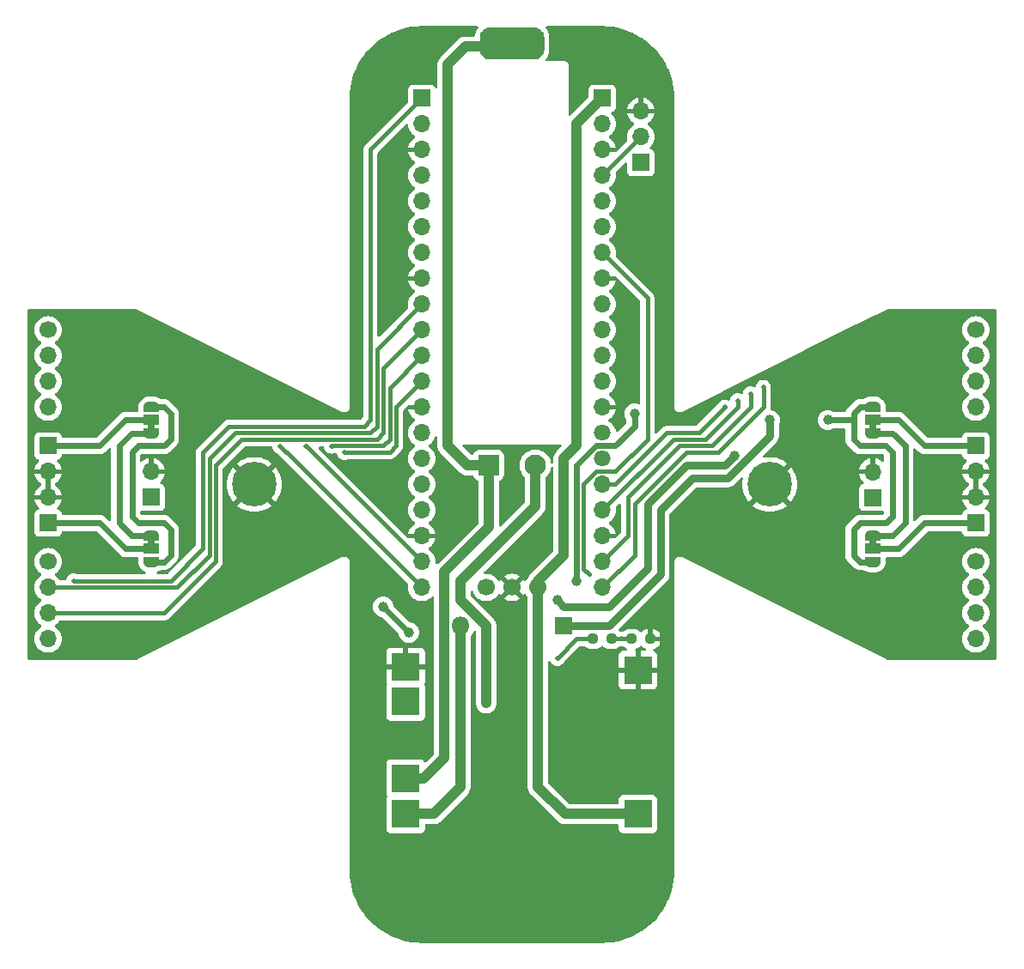
<source format=gbr>
%TF.GenerationSoftware,KiCad,Pcbnew,8.0.5*%
%TF.CreationDate,2024-10-21T23:21:47+02:00*%
%TF.ProjectId,kyb_sat,6b79625f-7361-4742-9e6b-696361645f70,rev?*%
%TF.SameCoordinates,Original*%
%TF.FileFunction,Copper,L1,Top*%
%TF.FilePolarity,Positive*%
%FSLAX46Y46*%
G04 Gerber Fmt 4.6, Leading zero omitted, Abs format (unit mm)*
G04 Created by KiCad (PCBNEW 8.0.5) date 2024-10-21 23:21:47*
%MOMM*%
%LPD*%
G01*
G04 APERTURE LIST*
G04 Aperture macros list*
%AMRoundRect*
0 Rectangle with rounded corners*
0 $1 Rounding radius*
0 $2 $3 $4 $5 $6 $7 $8 $9 X,Y pos of 4 corners*
0 Add a 4 corners polygon primitive as box body*
4,1,4,$2,$3,$4,$5,$6,$7,$8,$9,$2,$3,0*
0 Add four circle primitives for the rounded corners*
1,1,$1+$1,$2,$3*
1,1,$1+$1,$4,$5*
1,1,$1+$1,$6,$7*
1,1,$1+$1,$8,$9*
0 Add four rect primitives between the rounded corners*
20,1,$1+$1,$2,$3,$4,$5,0*
20,1,$1+$1,$4,$5,$6,$7,0*
20,1,$1+$1,$6,$7,$8,$9,0*
20,1,$1+$1,$8,$9,$2,$3,0*%
%AMFreePoly0*
4,1,19,0.550000,-0.750000,0.000000,-0.750000,0.000000,-0.744911,-0.071157,-0.744911,-0.207708,-0.704816,-0.327430,-0.627875,-0.420627,-0.520320,-0.479746,-0.390866,-0.500000,-0.250000,-0.500000,0.250000,-0.479746,0.390866,-0.420627,0.520320,-0.327430,0.627875,-0.207708,0.704816,-0.071157,0.744911,0.000000,0.744911,0.000000,0.750000,0.550000,0.750000,0.550000,-0.750000,0.550000,-0.750000,
$1*%
%AMFreePoly1*
4,1,19,0.000000,0.744911,0.071157,0.744911,0.207708,0.704816,0.327430,0.627875,0.420627,0.520320,0.479746,0.390866,0.500000,0.250000,0.500000,-0.250000,0.479746,-0.390866,0.420627,-0.520320,0.327430,-0.627875,0.207708,-0.704816,0.071157,-0.744911,0.000000,-0.744911,0.000000,-0.750000,-0.550000,-0.750000,-0.550000,0.750000,0.000000,0.750000,0.000000,0.744911,0.000000,0.744911,
$1*%
G04 Aperture macros list end*
%TA.AperFunction,EtchedComponent*%
%ADD10C,0.000000*%
%TD*%
%TA.AperFunction,ComponentPad*%
%ADD11R,1.700000X1.700000*%
%TD*%
%TA.AperFunction,ComponentPad*%
%ADD12O,1.700000X1.700000*%
%TD*%
%TA.AperFunction,ComponentPad*%
%ADD13R,1.800000X1.800000*%
%TD*%
%TA.AperFunction,ComponentPad*%
%ADD14O,1.800000X1.800000*%
%TD*%
%TA.AperFunction,ComponentPad*%
%ADD15C,1.700000*%
%TD*%
%TA.AperFunction,ComponentPad*%
%ADD16R,2.800000X2.800000*%
%TD*%
%TA.AperFunction,ComponentPad*%
%ADD17C,0.700000*%
%TD*%
%TA.AperFunction,ComponentPad*%
%ADD18C,4.400000*%
%TD*%
%TA.AperFunction,SMDPad,CuDef*%
%ADD19FreePoly0,90.000000*%
%TD*%
%TA.AperFunction,SMDPad,CuDef*%
%ADD20R,1.500000X1.000000*%
%TD*%
%TA.AperFunction,SMDPad,CuDef*%
%ADD21FreePoly1,90.000000*%
%TD*%
%TA.AperFunction,SMDPad,CuDef*%
%ADD22RoundRect,0.237500X-0.250000X-0.237500X0.250000X-0.237500X0.250000X0.237500X-0.250000X0.237500X0*%
%TD*%
%TA.AperFunction,SMDPad,CuDef*%
%ADD23FreePoly0,270.000000*%
%TD*%
%TA.AperFunction,SMDPad,CuDef*%
%ADD24FreePoly1,270.000000*%
%TD*%
%TA.AperFunction,ComponentPad*%
%ADD25O,1.700000X1.500000*%
%TD*%
%TA.AperFunction,ComponentPad*%
%ADD26RoundRect,0.250001X-0.799999X-0.799999X0.799999X-0.799999X0.799999X0.799999X-0.799999X0.799999X0*%
%TD*%
%TA.AperFunction,ComponentPad*%
%ADD27C,2.100000*%
%TD*%
%TA.AperFunction,ViaPad*%
%ADD28C,0.500000*%
%TD*%
%TA.AperFunction,ViaPad*%
%ADD29C,1.000000*%
%TD*%
%TA.AperFunction,Conductor*%
%ADD30C,0.800000*%
%TD*%
%TA.AperFunction,Conductor*%
%ADD31C,0.400000*%
%TD*%
%TA.AperFunction,Conductor*%
%ADD32C,1.000000*%
%TD*%
%TA.AperFunction,Conductor*%
%ADD33C,0.600000*%
%TD*%
G04 APERTURE END LIST*
D10*
%TA.AperFunction,EtchedComponent*%
%TO.C,JP1*%
G36*
X91740000Y-121550000D02*
G01*
X91140000Y-121550000D01*
X91140000Y-121050000D01*
X91740000Y-121050000D01*
X91740000Y-121550000D01*
G37*
%TD.AperFunction*%
%TA.AperFunction,EtchedComponent*%
%TO.C,JP3*%
G36*
X162860000Y-121550000D02*
G01*
X162260000Y-121550000D01*
X162260000Y-121050000D01*
X162860000Y-121050000D01*
X162860000Y-121550000D01*
G37*
%TD.AperFunction*%
%TA.AperFunction,EtchedComponent*%
%TO.C,JP2*%
G36*
X91740000Y-132950000D02*
G01*
X91140000Y-132950000D01*
X91140000Y-132450000D01*
X91740000Y-132450000D01*
X91740000Y-132950000D01*
G37*
%TD.AperFunction*%
%TA.AperFunction,EtchedComponent*%
%TO.C,JP4*%
G36*
X162860000Y-132950000D02*
G01*
X162260000Y-132950000D01*
X162260000Y-132450000D01*
X162860000Y-132450000D01*
X162860000Y-132950000D01*
G37*
%TD.AperFunction*%
%TD*%
D11*
%TO.P,SW1,1,A*%
%TO.N,unconnected-(SW1-A-Pad1)*%
X139700000Y-95250000D03*
D12*
%TO.P,SW1,2,B*%
%TO.N,/3V3_EN*%
X139700000Y-92710000D03*
%TO.P,SW1,3,C*%
%TO.N,GND*%
X139700000Y-90170000D03*
%TD*%
D13*
%TO.P,D1,1,K*%
%TO.N,VSYS*%
X132080000Y-140970000D03*
D14*
%TO.P,D1,2,A*%
%TO.N,Net-(D1-A)*%
X121920000Y-140970000D03*
%TD*%
D11*
%TO.P,J1,1,Pin_1*%
%TO.N,/PA7*%
X118110000Y-88900000D03*
D12*
%TO.P,J1,2,Pin_2*%
%TO.N,unconnected-(J1-Pin_2-Pad2)*%
X118110000Y-91440000D03*
%TO.P,J1,3,Pin_3*%
%TO.N,GND*%
X118110000Y-93980000D03*
%TO.P,J1,4,Pin_4*%
%TO.N,unconnected-(J1-Pin_4-Pad4)*%
X118110000Y-96520000D03*
%TO.P,J1,5,Pin_5*%
%TO.N,unconnected-(J1-Pin_5-Pad5)*%
X118110000Y-99060000D03*
%TO.P,J1,6,Pin_6*%
%TO.N,unconnected-(J1-Pin_6-Pad6)*%
X118110000Y-101600000D03*
%TO.P,J1,7,Pin_7*%
%TO.N,unconnected-(J1-Pin_7-Pad7)*%
X118110000Y-104140000D03*
%TO.P,J1,8,Pin_8*%
%TO.N,GND*%
X118110000Y-106680000D03*
%TO.P,J1,9,Pin_9*%
%TO.N,/PA5*%
X118110000Y-109220000D03*
%TO.P,J1,10,Pin_10*%
%TO.N,/PA6*%
X118110000Y-111760000D03*
%TO.P,J1,11,Pin_11*%
%TO.N,/PA0*%
X118110000Y-114300000D03*
%TO.P,J1,12,Pin_12*%
%TO.N,/PA1*%
X118110000Y-116840000D03*
%TO.P,J1,13,Pin_13*%
%TO.N,GND*%
X118110000Y-119380000D03*
%TO.P,J1,14,Pin_14*%
%TO.N,/PB5*%
X118110000Y-121920000D03*
%TO.P,J1,15,Pin_15*%
%TO.N,/PB6*%
X118110000Y-124460000D03*
%TO.P,J1,16,Pin_16*%
%TO.N,/PB7*%
X118110000Y-127000000D03*
%TO.P,J1,17,Pin_17*%
%TO.N,unconnected-(J1-Pin_17-Pad17)*%
X118110000Y-129540000D03*
%TO.P,J1,18,Pin_18*%
%TO.N,GND*%
X118110000Y-132080000D03*
%TO.P,J1,19,Pin_19*%
%TO.N,/PA2*%
X118110000Y-134620000D03*
%TO.P,J1,20,Pin_20*%
%TO.N,/PA3*%
X118110000Y-137160000D03*
%TD*%
D15*
%TO.P,J6,1,Pin_1*%
%TO.N,/PB0*%
X172720000Y-111760000D03*
D12*
%TO.P,J6,2,Pin_2*%
%TO.N,/PB1*%
X172720000Y-114300000D03*
%TO.P,J6,3,Pin_3*%
%TO.N,/PB2*%
X172720000Y-116840000D03*
%TO.P,J6,4,Pin_4*%
%TO.N,/PB3*%
X172720000Y-119380000D03*
%TD*%
D15*
%TO.P,J5,1,Pin_1*%
%TO.N,/PA4*%
X81280000Y-134620000D03*
D12*
%TO.P,J5,2,Pin_2*%
%TO.N,/PA5*%
X81280000Y-137160000D03*
%TO.P,J5,3,Pin_3*%
%TO.N,/PA6*%
X81280000Y-139700000D03*
%TO.P,J5,4,Pin_4*%
%TO.N,/PA7*%
X81280000Y-142240000D03*
%TD*%
D16*
%TO.P,U1,1,VIN*%
%TO.N,VBUS*%
X139412500Y-159512500D03*
%TO.P,U1,2,GND*%
%TO.N,GND*%
X139412500Y-145312500D03*
%TO.P,U1,3,GND*%
X116512500Y-145012500D03*
%TO.P,U1,4,B-*%
%TO.N,Net-(BT1--)*%
X116512500Y-148412500D03*
%TO.P,U1,5,B+*%
%TO.N,Net-(BT1-+)*%
X116512500Y-156012500D03*
%TO.P,U1,6,VOUT*%
%TO.N,Net-(D1-A)*%
X116512500Y-159512500D03*
%TD*%
D17*
%TO.P,H2,1,1*%
%TO.N,GND*%
X150750000Y-127000000D03*
X151233274Y-125833274D03*
X151233274Y-128166726D03*
X152400000Y-125350000D03*
D18*
X152400000Y-127000000D03*
D17*
X152400000Y-128650000D03*
X153566726Y-125833274D03*
X153566726Y-128166726D03*
X154050000Y-127000000D03*
%TD*%
D11*
%TO.P,J4,1,Pin_1*%
%TO.N,/PWRA0*%
X81280000Y-123190000D03*
D12*
%TO.P,J4,2,Pin_2*%
%TO.N,GND*%
X81280000Y-125730000D03*
%TO.P,J4,3,Pin_3*%
X81280000Y-128270000D03*
D11*
%TO.P,J4,4,Pin_4*%
%TO.N,/PWRA1*%
X81280000Y-130810000D03*
%TD*%
D19*
%TO.P,JP1,1,A*%
%TO.N,+3V3*%
X91440000Y-121950000D03*
D20*
%TO.P,JP1,2,C*%
%TO.N,/PWRA0*%
X91440000Y-120650000D03*
D21*
%TO.P,JP1,3,B*%
%TO.N,VSYS*%
X91440000Y-119350000D03*
%TD*%
D19*
%TO.P,JP3,1,A*%
%TO.N,+3V3*%
X162560000Y-121950000D03*
D20*
%TO.P,JP3,2,C*%
%TO.N,/PWRB0*%
X162560000Y-120650000D03*
D21*
%TO.P,JP3,3,B*%
%TO.N,VSYS*%
X162560000Y-119350000D03*
%TD*%
D11*
%TO.P,J7,1,Pin_1*%
%TO.N,/PWRB0*%
X172720000Y-123190000D03*
D12*
%TO.P,J7,2,Pin_2*%
%TO.N,GND*%
X172720000Y-125730000D03*
%TO.P,J7,3,Pin_3*%
X172720000Y-128270000D03*
D11*
%TO.P,J7,4,Pin_4*%
%TO.N,/PWRB1*%
X172720000Y-130810000D03*
%TD*%
%TO.P,SC2,1,+*%
%TO.N,Net-(SC1-+)*%
X162560000Y-128275000D03*
D12*
%TO.P,SC2,2,-*%
%TO.N,GND*%
X162560000Y-125735000D03*
%TD*%
D22*
%TO.P,R2,1*%
%TO.N,Net-(D1-A)*%
X134977500Y-142240000D03*
%TO.P,R2,2*%
%TO.N,VBAT*%
X136802500Y-142240000D03*
%TD*%
D15*
%TO.P,U2,1,IN*%
%TO.N,Net-(SC1-+)*%
X124460000Y-137160000D03*
%TO.P,U2,2,GND*%
%TO.N,GND*%
X127000000Y-137160000D03*
%TO.P,U2,3,OUT*%
%TO.N,VBUS*%
X129540000Y-137160000D03*
%TD*%
D22*
%TO.P,R1,1*%
%TO.N,VBAT*%
X138787500Y-142240000D03*
%TO.P,R1,2*%
%TO.N,GND*%
X140612500Y-142240000D03*
%TD*%
D23*
%TO.P,JP2,1,A*%
%TO.N,+3V3*%
X91440000Y-132050000D03*
D20*
%TO.P,JP2,2,C*%
%TO.N,/PWRA1*%
X91440000Y-133350000D03*
D24*
%TO.P,JP2,3,B*%
%TO.N,VSYS*%
X91440000Y-134650000D03*
%TD*%
D15*
%TO.P,J3,1,Pin_1*%
%TO.N,/PA0*%
X81280000Y-111760000D03*
D12*
%TO.P,J3,2,Pin_2*%
%TO.N,/PA1*%
X81280000Y-114300000D03*
%TO.P,J3,3,Pin_3*%
%TO.N,/PA2*%
X81280000Y-116840000D03*
%TO.P,J3,4,Pin_4*%
%TO.N,/PA3*%
X81280000Y-119380000D03*
%TD*%
D11*
%TO.P,J2,1,Pin_1*%
%TO.N,VBUS*%
X135890000Y-88900000D03*
D12*
%TO.P,J2,2,Pin_2*%
%TO.N,VSYS*%
X135890000Y-91440000D03*
%TO.P,J2,3,Pin_3*%
%TO.N,GND*%
X135890000Y-93980000D03*
%TO.P,J2,4,Pin_4*%
%TO.N,/3V3_EN*%
X135890000Y-96520000D03*
%TO.P,J2,5,Pin_5*%
%TO.N,+3V3*%
X135890000Y-99060000D03*
%TO.P,J2,6,Pin_6*%
%TO.N,unconnected-(J2-Pin_6-Pad6)*%
X135890000Y-101600000D03*
%TO.P,J2,7,Pin_7*%
%TO.N,VBAT*%
X135890000Y-104140000D03*
%TO.P,J2,8,Pin_8*%
%TO.N,GND*%
X135890000Y-106680000D03*
%TO.P,J2,9,Pin_9*%
%TO.N,/PB4*%
X135890000Y-109220000D03*
%TO.P,J2,10,Pin_10*%
%TO.N,/PA4*%
X135890000Y-111760000D03*
%TO.P,J2,11,Pin_11*%
%TO.N,unconnected-(J2-Pin_11-Pad11)*%
X135890000Y-114300000D03*
%TO.P,J2,12,Pin_12*%
%TO.N,unconnected-(J2-Pin_12-Pad12)*%
X135890000Y-116840000D03*
%TO.P,J2,13,Pin_13*%
%TO.N,GND*%
X135890000Y-119380000D03*
D25*
%TO.P,J2,14,Pin_14*%
%TO.N,unconnected-(J2-Pin_14-Pad14)*%
X135890000Y-121920000D03*
%TO.P,J2,15,Pin_15*%
%TO.N,unconnected-(J2-Pin_15-Pad15)*%
X135890000Y-124460000D03*
D12*
%TO.P,J2,16,Pin_16*%
%TO.N,/PB3*%
X135890000Y-127000000D03*
%TO.P,J2,17,Pin_17*%
%TO.N,/PB2*%
X135890000Y-129540000D03*
%TO.P,J2,18,Pin_18*%
%TO.N,GND*%
X135890000Y-132080000D03*
%TO.P,J2,19,Pin_19*%
%TO.N,/PB1*%
X135890000Y-134620000D03*
%TO.P,J2,20,Pin_20*%
%TO.N,/PB0*%
X135890000Y-137160000D03*
%TD*%
D11*
%TO.P,SC1,1,+*%
%TO.N,Net-(SC1-+)*%
X91440000Y-128270000D03*
D12*
%TO.P,SC1,2,-*%
%TO.N,GND*%
X91440000Y-125730000D03*
%TD*%
D15*
%TO.P,J8,1,Pin_1*%
%TO.N,/PB4*%
X172720000Y-134620000D03*
D12*
%TO.P,J8,2,Pin_2*%
%TO.N,/PB5*%
X172720000Y-137160000D03*
%TO.P,J8,3,Pin_3*%
%TO.N,/PB6*%
X172720000Y-139700000D03*
%TO.P,J8,4,Pin_4*%
%TO.N,/PB7*%
X172720000Y-142240000D03*
%TD*%
D17*
%TO.P,H1,1,1*%
%TO.N,GND*%
X99950000Y-127000000D03*
X100433274Y-125833274D03*
X100433274Y-128166726D03*
X101600000Y-125350000D03*
D18*
X101600000Y-127000000D03*
D17*
X101600000Y-128650000D03*
X102766726Y-125833274D03*
X102766726Y-128166726D03*
X103250000Y-127000000D03*
%TD*%
D23*
%TO.P,JP4,1,A*%
%TO.N,+3V3*%
X162560000Y-132050000D03*
D20*
%TO.P,JP4,2,C*%
%TO.N,/PWRB1*%
X162560000Y-133350000D03*
D24*
%TO.P,JP4,3,B*%
%TO.N,VSYS*%
X162560000Y-134650000D03*
%TD*%
D26*
%TO.P,BT1,1,+*%
%TO.N,Net-(BT1-+)*%
X124700000Y-125095000D03*
D27*
%TO.P,BT1,2,-*%
%TO.N,Net-(BT1--)*%
X129300000Y-125095000D03*
%TD*%
D28*
%TO.N,VBAT*%
X134620000Y-135890000D03*
X137795000Y-142240000D03*
%TO.N,Net-(D1-A)*%
X121920000Y-144145000D03*
X131445000Y-144145000D03*
D29*
%TO.N,+3V3*%
X133350000Y-136525000D03*
X139065000Y-120015000D03*
%TO.N,VSYS*%
X152400000Y-120650000D03*
X158115000Y-120650000D03*
%TO.N,+3V3*%
X116840000Y-141605000D03*
X114300000Y-139065000D03*
D28*
%TO.N,VSYS*%
X91440000Y-134650000D03*
%TO.N,+3V3*%
X91440000Y-132050000D03*
%TO.N,GND*%
X96520000Y-120650000D03*
X127000000Y-145415000D03*
X87630000Y-142240000D03*
X91440000Y-111760000D03*
X86360000Y-120650000D03*
X86360000Y-133985000D03*
D29*
%TO.N,Net-(SC1-+)*%
X131445000Y-138430000D03*
X148907500Y-124142500D03*
D28*
%TO.N,GND*%
X126365000Y-129540000D03*
%TO.N,+3V3*%
X162560000Y-121950000D03*
%TO.N,GND*%
X127000000Y-127000000D03*
X129540000Y-132080000D03*
%TO.N,/PB3*%
X147955000Y-119380000D03*
%TO.N,/PB0*%
X151765000Y-117430000D03*
%TO.N,/PB1*%
X150495000Y-118080000D03*
%TO.N,/PB2*%
X149225000Y-118730000D03*
%TO.N,/PA1*%
X110490000Y-123840000D03*
%TO.N,/PA0*%
X109220000Y-123205000D03*
D29*
%TO.N,GND*%
X135890000Y-83820000D03*
X118110000Y-83820000D03*
D28*
%TO.N,/PA3*%
X104140000Y-123205000D03*
%TO.N,/PA2*%
X106680000Y-123205000D03*
%TO.N,/PA7*%
X83820000Y-136510000D03*
D29*
%TO.N,Net-(BT1--)*%
X124460000Y-148590000D03*
%TD*%
D30*
%TO.N,Net-(SC1-+)*%
X147955000Y-125095000D02*
X148907500Y-124142500D01*
X144145000Y-125095000D02*
X147955000Y-125095000D01*
X140335000Y-128905000D02*
X144145000Y-125095000D01*
X132080000Y-139065000D02*
X136525000Y-139065000D01*
X131445000Y-138430000D02*
X132080000Y-139065000D01*
X140335000Y-135255000D02*
X140335000Y-128905000D01*
X136525000Y-139065000D02*
X140335000Y-135255000D01*
D31*
%TO.N,/3V3_EN*%
X139700000Y-92710000D02*
X135890000Y-96520000D01*
%TO.N,VBAT*%
X140335000Y-122555000D02*
X140335000Y-108585000D01*
X134050000Y-126935000D02*
X135255000Y-125730000D01*
X137160000Y-125730000D02*
X140335000Y-122555000D01*
X140335000Y-108585000D02*
X135890000Y-104140000D01*
X134050000Y-135320000D02*
X134050000Y-126935000D01*
X134620000Y-135890000D02*
X134050000Y-135320000D01*
X135255000Y-125730000D02*
X137160000Y-125730000D01*
%TO.N,/PB3*%
X145415000Y-121920000D02*
X147955000Y-119380000D01*
X142240000Y-121920000D02*
X145415000Y-121920000D01*
X137160000Y-127000000D02*
X142240000Y-121920000D01*
X135890000Y-127000000D02*
X137160000Y-127000000D01*
%TO.N,/PB2*%
X149225000Y-119380000D02*
X149225000Y-118730000D01*
X146050000Y-122555000D02*
X149225000Y-119380000D01*
X142875000Y-122555000D02*
X146050000Y-122555000D01*
X135890000Y-129540000D02*
X142875000Y-122555000D01*
%TO.N,/PB1*%
X143510000Y-123190000D02*
X146685000Y-123190000D01*
X138430000Y-128270000D02*
X143510000Y-123190000D01*
X138430000Y-132080000D02*
X138430000Y-128270000D01*
%TO.N,/PB0*%
X139065000Y-128905000D02*
X144145000Y-123825000D01*
X144145000Y-123825000D02*
X147320000Y-123825000D01*
X139065000Y-133985000D02*
X139065000Y-128905000D01*
D30*
%TO.N,VSYS*%
X144780000Y-126365000D02*
X148240635Y-126365000D01*
X148240635Y-126365000D02*
X152400000Y-122205635D01*
X152400000Y-122205635D02*
X152400000Y-120650000D01*
X141605000Y-129540000D02*
X144780000Y-126365000D01*
X141605000Y-135890000D02*
X141605000Y-129540000D01*
X132080000Y-140970000D02*
X136525000Y-140970000D01*
X136525000Y-140970000D02*
X141605000Y-135890000D01*
D31*
%TO.N,/PB1*%
X146685000Y-123190000D02*
X150495000Y-119380000D01*
X150495000Y-119380000D02*
X150495000Y-118080000D01*
X135890000Y-134620000D02*
X138430000Y-132080000D01*
%TO.N,/PB0*%
X147320000Y-123825000D02*
X151765000Y-119380000D01*
X151765000Y-119380000D02*
X151765000Y-117430000D01*
X135890000Y-137160000D02*
X139065000Y-133985000D01*
%TO.N,VBAT*%
X136802500Y-142240000D02*
X138787500Y-142240000D01*
D32*
%TO.N,Net-(D1-A)*%
X121920000Y-144145000D02*
X121920000Y-140970000D01*
X121920000Y-156845000D02*
X121920000Y-144145000D01*
D31*
X134977500Y-142240000D02*
X133350000Y-142240000D01*
X133350000Y-142240000D02*
X131445000Y-144145000D01*
D33*
%TO.N,+3V3*%
X139065000Y-121285000D02*
X139065000Y-120015000D01*
X137160000Y-123190000D02*
X139065000Y-121285000D01*
X133350000Y-125095000D02*
X135255000Y-123190000D01*
X133350000Y-136525000D02*
X133350000Y-125095000D01*
X135255000Y-123190000D02*
X137160000Y-123190000D01*
D32*
%TO.N,VBUS*%
X133350000Y-91440000D02*
X133350000Y-123190000D01*
X133350000Y-123190000D02*
X132080000Y-124460000D01*
X132080000Y-124460000D02*
X132080000Y-133985000D01*
X135890000Y-88900000D02*
X133350000Y-91440000D01*
X132080000Y-133985000D02*
X129540000Y-136525000D01*
D33*
%TO.N,VSYS*%
X158115000Y-120650000D02*
X160655000Y-120650000D01*
X160655000Y-120650000D02*
X160655000Y-122555000D01*
X160655000Y-120015000D02*
X160655000Y-120650000D01*
%TO.N,+3V3*%
X114300000Y-139065000D02*
X116840000Y-141605000D01*
%TO.N,VSYS*%
X160655000Y-131445000D02*
X160655000Y-133985000D01*
X161290000Y-130810000D02*
X160655000Y-131445000D01*
X160655000Y-133985000D02*
X161320000Y-134650000D01*
X163830000Y-130810000D02*
X161290000Y-130810000D01*
X164465000Y-123825000D02*
X164465000Y-130175000D01*
X163830000Y-123190000D02*
X164465000Y-123825000D01*
X164465000Y-130175000D02*
X163830000Y-130810000D01*
X161290000Y-123190000D02*
X163830000Y-123190000D01*
X161320000Y-134650000D02*
X162560000Y-134650000D01*
X160655000Y-122555000D02*
X161290000Y-123190000D01*
X161320000Y-119350000D02*
X160655000Y-120015000D01*
X162560000Y-119350000D02*
X161320000Y-119350000D01*
%TO.N,+3V3*%
X164495000Y-132050000D02*
X162560000Y-132050000D01*
X165735000Y-130810000D02*
X164495000Y-132050000D01*
X165735000Y-123190000D02*
X165735000Y-130810000D01*
X162560000Y-121950000D02*
X164495000Y-121950000D01*
X164495000Y-121950000D02*
X165735000Y-123190000D01*
%TO.N,/PWRB1*%
X165100000Y-133350000D02*
X162560000Y-133350000D01*
X172720000Y-130810000D02*
X167640000Y-130810000D01*
X167640000Y-130810000D02*
X165100000Y-133350000D01*
%TO.N,/PWRB0*%
X167640000Y-123190000D02*
X165100000Y-120650000D01*
X172720000Y-123190000D02*
X167640000Y-123190000D01*
X165100000Y-120650000D02*
X162560000Y-120650000D01*
D31*
%TO.N,/PA0*%
X114935000Y-122555000D02*
X114935000Y-117475000D01*
X109235000Y-123190000D02*
X114300000Y-123190000D01*
X114935000Y-117475000D02*
X118110000Y-114300000D01*
X109220000Y-123205000D02*
X109235000Y-123190000D01*
X114300000Y-123190000D02*
X114935000Y-122555000D01*
%TO.N,/PA1*%
X115570000Y-119380000D02*
X118110000Y-116840000D01*
X115570000Y-122555000D02*
X115570000Y-122768528D01*
X114935000Y-123825000D02*
X115570000Y-123190000D01*
X115570000Y-122768528D02*
X115570000Y-119380000D01*
X110490000Y-123840000D02*
X110505000Y-123825000D01*
X110505000Y-123825000D02*
X114935000Y-123825000D01*
X115570000Y-123190000D02*
X115570000Y-122555000D01*
%TO.N,/PA6*%
X100330000Y-122555000D02*
X97790000Y-125095000D01*
X113665000Y-122555000D02*
X100330000Y-122555000D01*
X114300000Y-121920000D02*
X113665000Y-122555000D01*
X97790000Y-134620000D02*
X92710000Y-139700000D01*
X92710000Y-139700000D02*
X81280000Y-139700000D01*
X114300000Y-115570000D02*
X114300000Y-121920000D01*
X97790000Y-125095000D02*
X97790000Y-134620000D01*
X118110000Y-111760000D02*
X114300000Y-115570000D01*
%TO.N,/PA5*%
X93980000Y-137160000D02*
X81280000Y-137160000D01*
X99695000Y-121920000D02*
X97155000Y-124460000D01*
X113030000Y-121920000D02*
X99695000Y-121920000D01*
X113665000Y-113665000D02*
X113665000Y-121285000D01*
X113665000Y-121285000D02*
X113030000Y-121920000D01*
X97155000Y-133985000D02*
X93980000Y-137160000D01*
X118110000Y-109220000D02*
X113665000Y-113665000D01*
X97155000Y-124460000D02*
X97155000Y-133985000D01*
%TO.N,/PA7*%
X83835000Y-136525000D02*
X83820000Y-136510000D01*
X96520000Y-133350000D02*
X93345000Y-136525000D01*
X93345000Y-136525000D02*
X83835000Y-136525000D01*
X96520000Y-123825000D02*
X96520000Y-133350000D01*
X99060000Y-121285000D02*
X96520000Y-123825000D01*
X112395000Y-121285000D02*
X99060000Y-121285000D01*
X113030000Y-120650000D02*
X112395000Y-121285000D01*
X118110000Y-88900000D02*
X113030000Y-93980000D01*
X113030000Y-93980000D02*
X113030000Y-120650000D01*
D32*
%TO.N,Net-(BT1-+)*%
X120650000Y-85580786D02*
X122410786Y-83820000D01*
X120650000Y-96520000D02*
X120650000Y-85580786D01*
X120650000Y-114935000D02*
X120650000Y-96520000D01*
X120650000Y-123190000D02*
X120650000Y-114935000D01*
X122555000Y-125095000D02*
X120650000Y-123190000D01*
X122410786Y-83820000D02*
X125095000Y-83820000D01*
X124700000Y-125095000D02*
X122555000Y-125095000D01*
D31*
%TO.N,/PA3*%
X104155000Y-123205000D02*
X104140000Y-123205000D01*
X105410000Y-124460000D02*
X104155000Y-123205000D01*
%TO.N,/PA2*%
X106680000Y-123190000D02*
X106680000Y-123205000D01*
X118110000Y-134620000D02*
X106680000Y-123190000D01*
%TO.N,/PA3*%
X118110000Y-137160000D02*
X105410000Y-124460000D01*
D32*
%TO.N,Net-(D1-A)*%
X119252500Y-159512500D02*
X121920000Y-156845000D01*
X116512500Y-159512500D02*
X119252500Y-159512500D01*
D33*
%TO.N,VSYS*%
X91440000Y-119350000D02*
X92680000Y-119350000D01*
X93345000Y-133985000D02*
X92680000Y-134650000D01*
X92680000Y-119350000D02*
X93345000Y-120015000D01*
X93345000Y-120015000D02*
X93345000Y-122555000D01*
X93345000Y-131445000D02*
X93345000Y-133985000D01*
X89535000Y-130175000D02*
X90170000Y-130810000D01*
X90170000Y-130810000D02*
X92710000Y-130810000D01*
X92710000Y-130810000D02*
X93345000Y-131445000D01*
X92710000Y-123190000D02*
X90170000Y-123190000D01*
X90170000Y-123190000D02*
X89535000Y-123825000D01*
X93345000Y-122555000D02*
X92710000Y-123190000D01*
X89535000Y-123825000D02*
X89535000Y-130175000D01*
X92680000Y-134650000D02*
X91440000Y-134650000D01*
%TO.N,+3V3*%
X88265000Y-123190000D02*
X88265000Y-130810000D01*
X89505000Y-132050000D02*
X91440000Y-132050000D01*
X91440000Y-121950000D02*
X89505000Y-121950000D01*
X88265000Y-130810000D02*
X89505000Y-132050000D01*
X89505000Y-121950000D02*
X88265000Y-123190000D01*
D32*
%TO.N,VBUS*%
X139412500Y-159512500D02*
X132207500Y-159512500D01*
X129540000Y-156845000D02*
X129540000Y-136525000D01*
X132207500Y-159512500D02*
X129540000Y-156845000D01*
%TO.N,Net-(BT1-+)*%
X120320000Y-135585000D02*
X120320000Y-154000000D01*
X124700000Y-131205000D02*
X120320000Y-135585000D01*
X118307500Y-156012500D02*
X116512500Y-156012500D01*
X124700000Y-125095000D02*
X124700000Y-131205000D01*
X120320000Y-154000000D02*
X118307500Y-156012500D01*
%TO.N,Net-(BT1--)*%
X129300000Y-129145000D02*
X121920000Y-136525000D01*
X121920000Y-136525000D02*
X121920000Y-138430000D01*
X124460000Y-140970000D02*
X124460000Y-148590000D01*
X129300000Y-125095000D02*
X129300000Y-129145000D01*
X121920000Y-138430000D02*
X124460000Y-140970000D01*
D33*
%TO.N,/PWRA1*%
X86360000Y-130810000D02*
X88900000Y-133350000D01*
X88900000Y-133350000D02*
X91440000Y-133350000D01*
X81280000Y-130810000D02*
X86360000Y-130810000D01*
%TO.N,/PWRA0*%
X88900000Y-120650000D02*
X91440000Y-120650000D01*
X86360000Y-123190000D02*
X88900000Y-120650000D01*
X81280000Y-123190000D02*
X86360000Y-123190000D01*
%TD*%
%TA.AperFunction,Conductor*%
%TO.N,GND*%
G36*
X166740703Y-123423227D02*
G01*
X166747181Y-123429259D01*
X167018211Y-123700289D01*
X167100091Y-123782169D01*
X167129712Y-123811790D01*
X167260814Y-123899390D01*
X167260827Y-123899397D01*
X167362022Y-123941313D01*
X167362023Y-123941313D01*
X167406502Y-123959737D01*
X167538982Y-123986089D01*
X167561152Y-123990499D01*
X167561155Y-123990500D01*
X167561157Y-123990500D01*
X167561158Y-123990500D01*
X171247649Y-123990500D01*
X171314688Y-124010185D01*
X171360443Y-124062989D01*
X171370939Y-124101248D01*
X171375908Y-124147483D01*
X171426202Y-124282328D01*
X171426206Y-124282335D01*
X171512452Y-124397544D01*
X171512455Y-124397547D01*
X171627664Y-124483793D01*
X171627671Y-124483797D01*
X171689902Y-124507007D01*
X171759598Y-124533002D01*
X171815531Y-124574873D01*
X171839949Y-124640337D01*
X171825098Y-124708610D01*
X171803947Y-124736865D01*
X171681886Y-124858926D01*
X171546400Y-125052420D01*
X171546399Y-125052422D01*
X171446570Y-125266507D01*
X171446567Y-125266513D01*
X171389364Y-125479999D01*
X171389364Y-125480000D01*
X172286988Y-125480000D01*
X172254075Y-125537007D01*
X172220000Y-125664174D01*
X172220000Y-125795826D01*
X172254075Y-125922993D01*
X172286988Y-125980000D01*
X171389364Y-125980000D01*
X171446567Y-126193486D01*
X171446570Y-126193492D01*
X171546399Y-126407578D01*
X171681894Y-126601082D01*
X171848917Y-126768105D01*
X172035031Y-126898425D01*
X172078656Y-126953003D01*
X172085848Y-127022501D01*
X172054326Y-127084856D01*
X172035031Y-127101575D01*
X171848922Y-127231890D01*
X171848920Y-127231891D01*
X171681891Y-127398920D01*
X171681886Y-127398926D01*
X171546400Y-127592420D01*
X171546399Y-127592422D01*
X171446570Y-127806507D01*
X171446567Y-127806513D01*
X171389364Y-128019999D01*
X171389364Y-128020000D01*
X172286988Y-128020000D01*
X172254075Y-128077007D01*
X172220000Y-128204174D01*
X172220000Y-128335826D01*
X172254075Y-128462993D01*
X172286988Y-128520000D01*
X171389364Y-128520000D01*
X171446567Y-128733486D01*
X171446570Y-128733492D01*
X171546399Y-128947578D01*
X171681894Y-129141082D01*
X171803946Y-129263134D01*
X171837431Y-129324457D01*
X171832447Y-129394149D01*
X171790575Y-129450082D01*
X171759598Y-129466997D01*
X171627671Y-129516202D01*
X171627664Y-129516206D01*
X171512455Y-129602452D01*
X171512452Y-129602455D01*
X171426206Y-129717664D01*
X171426202Y-129717671D01*
X171379301Y-129843422D01*
X171375909Y-129852517D01*
X171370937Y-129898757D01*
X171344201Y-129963306D01*
X171286809Y-130003154D01*
X171247649Y-130009500D01*
X167561154Y-130009500D01*
X167406509Y-130040261D01*
X167406497Y-130040264D01*
X167363832Y-130057936D01*
X167363833Y-130057937D01*
X167260823Y-130100604D01*
X167260814Y-130100609D01*
X167129712Y-130188209D01*
X167129710Y-130188212D01*
X166747181Y-130570741D01*
X166685858Y-130604226D01*
X166616166Y-130599242D01*
X166560233Y-130557370D01*
X166535816Y-130491906D01*
X166535500Y-130483060D01*
X166535500Y-123516940D01*
X166555185Y-123449901D01*
X166607989Y-123404146D01*
X166677147Y-123394202D01*
X166740703Y-123423227D01*
G37*
%TD.AperFunction*%
%TA.AperFunction,Conductor*%
G36*
X172970000Y-127836988D02*
G01*
X172912993Y-127804075D01*
X172785826Y-127770000D01*
X172654174Y-127770000D01*
X172527007Y-127804075D01*
X172470000Y-127836988D01*
X172470000Y-126163012D01*
X172527007Y-126195925D01*
X172654174Y-126230000D01*
X172785826Y-126230000D01*
X172912993Y-126195925D01*
X172970000Y-126163012D01*
X172970000Y-127836988D01*
G37*
%TD.AperFunction*%
%TA.AperFunction,Conductor*%
G36*
X123619570Y-81800185D02*
G01*
X123665325Y-81852989D01*
X123675269Y-81922147D01*
X123648385Y-81983164D01*
X123610522Y-82029299D01*
X123610499Y-82029329D01*
X123580981Y-82069129D01*
X123567463Y-82089359D01*
X123557596Y-82105822D01*
X123541963Y-82131905D01*
X123461079Y-82283229D01*
X123461058Y-82283269D01*
X123439863Y-82328079D01*
X123439853Y-82328103D01*
X123430573Y-82350504D01*
X123430558Y-82350541D01*
X123413842Y-82397259D01*
X123405194Y-82425770D01*
X123364023Y-82561496D01*
X123351971Y-82609611D01*
X123351970Y-82609613D01*
X123347228Y-82633447D01*
X123339954Y-82682490D01*
X123339950Y-82682527D01*
X123337475Y-82707656D01*
X123311313Y-82772442D01*
X123254278Y-82812801D01*
X123214072Y-82819500D01*
X122312242Y-82819500D01*
X122118957Y-82857947D01*
X122118949Y-82857949D01*
X122055725Y-82884138D01*
X122055724Y-82884138D01*
X121936873Y-82933366D01*
X121927251Y-82939796D01*
X121773004Y-83042860D01*
X121773000Y-83042863D01*
X120444342Y-84371523D01*
X120012220Y-84803645D01*
X120012218Y-84803647D01*
X119975680Y-84840185D01*
X119872859Y-84943005D01*
X119763371Y-85106865D01*
X119763364Y-85106878D01*
X119687950Y-85288946D01*
X119687947Y-85288956D01*
X119649500Y-85482242D01*
X119649500Y-87779140D01*
X119629815Y-87846179D01*
X119577011Y-87891934D01*
X119507853Y-87901878D01*
X119444297Y-87872853D01*
X119409318Y-87822473D01*
X119403797Y-87807671D01*
X119403793Y-87807664D01*
X119317547Y-87692455D01*
X119317544Y-87692452D01*
X119202335Y-87606206D01*
X119202328Y-87606202D01*
X119067482Y-87555908D01*
X119067483Y-87555908D01*
X119007883Y-87549501D01*
X119007881Y-87549500D01*
X119007873Y-87549500D01*
X119007864Y-87549500D01*
X117212129Y-87549500D01*
X117212123Y-87549501D01*
X117152516Y-87555908D01*
X117017671Y-87606202D01*
X117017664Y-87606206D01*
X116902455Y-87692452D01*
X116902452Y-87692455D01*
X116816206Y-87807664D01*
X116816202Y-87807671D01*
X116765908Y-87942517D01*
X116759501Y-88002116D01*
X116759501Y-88002123D01*
X116759500Y-88002135D01*
X116759500Y-89208480D01*
X116739815Y-89275519D01*
X116723181Y-89296161D01*
X112485888Y-93533453D01*
X112485884Y-93533458D01*
X112463061Y-93567617D01*
X112453851Y-93581401D01*
X112431461Y-93614909D01*
X112409223Y-93648191D01*
X112356421Y-93775667D01*
X112356418Y-93775677D01*
X112329500Y-93911004D01*
X112329500Y-120308481D01*
X112309815Y-120375520D01*
X112293181Y-120396162D01*
X112141162Y-120548181D01*
X112079839Y-120581666D01*
X112053481Y-120584500D01*
X98991003Y-120584500D01*
X98882590Y-120606065D01*
X98882589Y-120606065D01*
X98866379Y-120609289D01*
X98855669Y-120611420D01*
X98823499Y-120624746D01*
X98728191Y-120664223D01*
X98613712Y-120740717D01*
X98613608Y-120740786D01*
X98613459Y-120740885D01*
X98613451Y-120740891D01*
X95975888Y-123378453D01*
X95975887Y-123378454D01*
X95899223Y-123493192D01*
X95846421Y-123620668D01*
X95846418Y-123620680D01*
X95840279Y-123651543D01*
X95840279Y-123651544D01*
X95819500Y-123756004D01*
X95819500Y-133008481D01*
X95799815Y-133075520D01*
X95783181Y-133096162D01*
X93091162Y-135788181D01*
X93029839Y-135821666D01*
X93003481Y-135824500D01*
X92108694Y-135824500D01*
X92041655Y-135804815D01*
X91995900Y-135752011D01*
X91985956Y-135682853D01*
X92014981Y-135619297D01*
X92057182Y-135587706D01*
X92173081Y-135534776D01*
X92173081Y-135534775D01*
X92173094Y-135534770D01*
X92273594Y-135470183D01*
X92340631Y-135450500D01*
X92758844Y-135450500D01*
X92758845Y-135450499D01*
X92913497Y-135419737D01*
X93050843Y-135362847D01*
X93059172Y-135359397D01*
X93059172Y-135359396D01*
X93059179Y-135359394D01*
X93190289Y-135271789D01*
X93966789Y-134495289D01*
X94054394Y-134364179D01*
X94065555Y-134337235D01*
X94089534Y-134279342D01*
X94114737Y-134218497D01*
X94145500Y-134063842D01*
X94145500Y-133906158D01*
X94145500Y-131366158D01*
X94114738Y-131211503D01*
X94054394Y-131065821D01*
X94054392Y-131065818D01*
X94054390Y-131065814D01*
X93966789Y-130934711D01*
X93966786Y-130934707D01*
X93220291Y-130188212D01*
X93220288Y-130188210D01*
X93089185Y-130100609D01*
X93089172Y-130100602D01*
X92943501Y-130040264D01*
X92943489Y-130040261D01*
X92788845Y-130009500D01*
X92788842Y-130009500D01*
X90552940Y-130009500D01*
X90485901Y-129989815D01*
X90465259Y-129973181D01*
X90371819Y-129879741D01*
X90338334Y-129818418D01*
X90335500Y-129792060D01*
X90335500Y-129736066D01*
X90355185Y-129669027D01*
X90407989Y-129623272D01*
X90474760Y-129613671D01*
X90474804Y-129613262D01*
X90476407Y-129613434D01*
X90477147Y-129613328D01*
X90479405Y-129613756D01*
X90482515Y-129614090D01*
X90482517Y-129614091D01*
X90542127Y-129620500D01*
X92337872Y-129620499D01*
X92397483Y-129614091D01*
X92532331Y-129563796D01*
X92647546Y-129477546D01*
X92733796Y-129362331D01*
X92784091Y-129227483D01*
X92790500Y-129167873D01*
X92790499Y-127372128D01*
X92785299Y-127323757D01*
X92784091Y-127312516D01*
X92733797Y-127177671D01*
X92733793Y-127177664D01*
X92647547Y-127062455D01*
X92647544Y-127062452D01*
X92532335Y-126976206D01*
X92532328Y-126976202D01*
X92400401Y-126926997D01*
X92344467Y-126885126D01*
X92320050Y-126819662D01*
X92334902Y-126751389D01*
X92356053Y-126723133D01*
X92478108Y-126601078D01*
X92613600Y-126407578D01*
X92713429Y-126193492D01*
X92713432Y-126193486D01*
X92770636Y-125980000D01*
X91873012Y-125980000D01*
X91905925Y-125922993D01*
X91940000Y-125795826D01*
X91940000Y-125664174D01*
X91905925Y-125537007D01*
X91873012Y-125480000D01*
X92770636Y-125480000D01*
X92770635Y-125479999D01*
X92713432Y-125266513D01*
X92713429Y-125266507D01*
X92613600Y-125052422D01*
X92613599Y-125052420D01*
X92478113Y-124858926D01*
X92478108Y-124858920D01*
X92311082Y-124691894D01*
X92117578Y-124556399D01*
X91903492Y-124456570D01*
X91903486Y-124456567D01*
X91690000Y-124399364D01*
X91690000Y-125296988D01*
X91632993Y-125264075D01*
X91505826Y-125230000D01*
X91374174Y-125230000D01*
X91247007Y-125264075D01*
X91190000Y-125296988D01*
X91190000Y-124399364D01*
X91189999Y-124399364D01*
X90976513Y-124456567D01*
X90976507Y-124456570D01*
X90762422Y-124556399D01*
X90762420Y-124556400D01*
X90568926Y-124691886D01*
X90568920Y-124691891D01*
X90547181Y-124713631D01*
X90485858Y-124747116D01*
X90416166Y-124742132D01*
X90360233Y-124700260D01*
X90335816Y-124634796D01*
X90335500Y-124625950D01*
X90335500Y-124207940D01*
X90355185Y-124140901D01*
X90371819Y-124120259D01*
X90465259Y-124026819D01*
X90526582Y-123993334D01*
X90552940Y-123990500D01*
X92788844Y-123990500D01*
X92788845Y-123990499D01*
X92943497Y-123959737D01*
X93089179Y-123899394D01*
X93220289Y-123811789D01*
X93966789Y-123065289D01*
X94054394Y-122934179D01*
X94114738Y-122788497D01*
X94145500Y-122633842D01*
X94145500Y-122476157D01*
X94145500Y-119936158D01*
X94145500Y-119936155D01*
X94145499Y-119936153D01*
X94135035Y-119883548D01*
X94114737Y-119781503D01*
X94114322Y-119780500D01*
X94054397Y-119635827D01*
X94054390Y-119635814D01*
X93966790Y-119504712D01*
X93911071Y-119448993D01*
X93855289Y-119393211D01*
X93523408Y-119061330D01*
X93190292Y-118728213D01*
X93190288Y-118728210D01*
X93059185Y-118640609D01*
X93059172Y-118640602D01*
X92913501Y-118580264D01*
X92913489Y-118580261D01*
X92758845Y-118549500D01*
X92758842Y-118549500D01*
X92340631Y-118549500D01*
X92273594Y-118529816D01*
X92173094Y-118465230D01*
X92173081Y-118465223D01*
X92048356Y-118408263D01*
X92044057Y-118406014D01*
X91904261Y-118364966D01*
X91904251Y-118364963D01*
X91776300Y-118346567D01*
X91761941Y-118344503D01*
X91761940Y-118344503D01*
X91705601Y-118344503D01*
X91705591Y-118344500D01*
X91654236Y-118344500D01*
X91225764Y-118344500D01*
X91174427Y-118344500D01*
X91174399Y-118344503D01*
X91118059Y-118344503D01*
X90984521Y-118363703D01*
X90984519Y-118363703D01*
X90975744Y-118364964D01*
X90837686Y-118405503D01*
X90706918Y-118465223D01*
X90706908Y-118465228D01*
X90706906Y-118465230D01*
X90673253Y-118486857D01*
X90585867Y-118543015D01*
X90585863Y-118543018D01*
X90477226Y-118637152D01*
X90477207Y-118637169D01*
X90477205Y-118637172D01*
X90474227Y-118640609D01*
X90382985Y-118745909D01*
X90382983Y-118745911D01*
X90382983Y-118745912D01*
X90382981Y-118745915D01*
X90305255Y-118866857D01*
X90305252Y-118866863D01*
X90245483Y-118997741D01*
X90204977Y-119135691D01*
X90204974Y-119135703D01*
X90184500Y-119278110D01*
X90184500Y-119725500D01*
X90164815Y-119792539D01*
X90112011Y-119838294D01*
X90060500Y-119849500D01*
X88821154Y-119849500D01*
X88666509Y-119880261D01*
X88666497Y-119880264D01*
X88623832Y-119897936D01*
X88623833Y-119897937D01*
X88520823Y-119940604D01*
X88520814Y-119940609D01*
X88389712Y-120028209D01*
X88389710Y-120028212D01*
X86064741Y-122353181D01*
X86003418Y-122386666D01*
X85977060Y-122389500D01*
X82752351Y-122389500D01*
X82685312Y-122369815D01*
X82639557Y-122317011D01*
X82629061Y-122278752D01*
X82624091Y-122232516D01*
X82573797Y-122097671D01*
X82573793Y-122097664D01*
X82487547Y-121982455D01*
X82487544Y-121982452D01*
X82372335Y-121896206D01*
X82372328Y-121896202D01*
X82237482Y-121845908D01*
X82237483Y-121845908D01*
X82177883Y-121839501D01*
X82177881Y-121839500D01*
X82177873Y-121839500D01*
X82177864Y-121839500D01*
X80382129Y-121839500D01*
X80382123Y-121839501D01*
X80322516Y-121845908D01*
X80187671Y-121896202D01*
X80187664Y-121896206D01*
X80072455Y-121982452D01*
X80072452Y-121982455D01*
X79986206Y-122097664D01*
X79986202Y-122097671D01*
X79935908Y-122232517D01*
X79930748Y-122280519D01*
X79929501Y-122292123D01*
X79929500Y-122292135D01*
X79929500Y-124087870D01*
X79929501Y-124087876D01*
X79935908Y-124147483D01*
X79986202Y-124282328D01*
X79986206Y-124282335D01*
X80072452Y-124397544D01*
X80072455Y-124397547D01*
X80187664Y-124483793D01*
X80187671Y-124483797D01*
X80249902Y-124507007D01*
X80319598Y-124533002D01*
X80375531Y-124574873D01*
X80399949Y-124640337D01*
X80385098Y-124708610D01*
X80363947Y-124736865D01*
X80241886Y-124858926D01*
X80106400Y-125052420D01*
X80106399Y-125052422D01*
X80006570Y-125266507D01*
X80006567Y-125266513D01*
X79949364Y-125479999D01*
X79949364Y-125480000D01*
X80846988Y-125480000D01*
X80814075Y-125537007D01*
X80780000Y-125664174D01*
X80780000Y-125795826D01*
X80814075Y-125922993D01*
X80846988Y-125980000D01*
X79949364Y-125980000D01*
X80006567Y-126193486D01*
X80006570Y-126193492D01*
X80106399Y-126407578D01*
X80241894Y-126601082D01*
X80408917Y-126768105D01*
X80595031Y-126898425D01*
X80638656Y-126953003D01*
X80645848Y-127022501D01*
X80614326Y-127084856D01*
X80595031Y-127101575D01*
X80408922Y-127231890D01*
X80408920Y-127231891D01*
X80241891Y-127398920D01*
X80241886Y-127398926D01*
X80106400Y-127592420D01*
X80106399Y-127592422D01*
X80006570Y-127806507D01*
X80006567Y-127806513D01*
X79949364Y-128019999D01*
X79949364Y-128020000D01*
X80846988Y-128020000D01*
X80814075Y-128077007D01*
X80780000Y-128204174D01*
X80780000Y-128335826D01*
X80814075Y-128462993D01*
X80846988Y-128520000D01*
X79949364Y-128520000D01*
X80006567Y-128733486D01*
X80006570Y-128733492D01*
X80106399Y-128947578D01*
X80241894Y-129141082D01*
X80363946Y-129263134D01*
X80397431Y-129324457D01*
X80392447Y-129394149D01*
X80350575Y-129450082D01*
X80319598Y-129466997D01*
X80187671Y-129516202D01*
X80187664Y-129516206D01*
X80072455Y-129602452D01*
X80072452Y-129602455D01*
X79986206Y-129717664D01*
X79986202Y-129717671D01*
X79935908Y-129852517D01*
X79929501Y-129912116D01*
X79929501Y-129912123D01*
X79929500Y-129912135D01*
X79929500Y-131707870D01*
X79929501Y-131707876D01*
X79935908Y-131767483D01*
X79986202Y-131902328D01*
X79986206Y-131902335D01*
X80072452Y-132017544D01*
X80072455Y-132017547D01*
X80187664Y-132103793D01*
X80187671Y-132103797D01*
X80322517Y-132154091D01*
X80322516Y-132154091D01*
X80329444Y-132154835D01*
X80382127Y-132160500D01*
X82177872Y-132160499D01*
X82237483Y-132154091D01*
X82372331Y-132103796D01*
X82487546Y-132017546D01*
X82573796Y-131902331D01*
X82624091Y-131767483D01*
X82629062Y-131721242D01*
X82655799Y-131656694D01*
X82713191Y-131616846D01*
X82752351Y-131610500D01*
X85977060Y-131610500D01*
X86044099Y-131630185D01*
X86064741Y-131646819D01*
X88278211Y-133860289D01*
X88360091Y-133942169D01*
X88389712Y-133971790D01*
X88520816Y-134059391D01*
X88520817Y-134059391D01*
X88520821Y-134059394D01*
X88594692Y-134089992D01*
X88666502Y-134119737D01*
X88816989Y-134149671D01*
X88821152Y-134150499D01*
X88821155Y-134150500D01*
X88821157Y-134150500D01*
X88821158Y-134150500D01*
X90060500Y-134150500D01*
X90127539Y-134170185D01*
X90173294Y-134222989D01*
X90184500Y-134274500D01*
X90184500Y-134721889D01*
X90204974Y-134864296D01*
X90204977Y-134864308D01*
X90245483Y-135002258D01*
X90305252Y-135133136D01*
X90305253Y-135133138D01*
X90379376Y-135248476D01*
X90380196Y-135249917D01*
X90382988Y-135254098D01*
X90477207Y-135362830D01*
X90477210Y-135362833D01*
X90585864Y-135456981D01*
X90585867Y-135456984D01*
X90585869Y-135456985D01*
X90585870Y-135456986D01*
X90706906Y-135534770D01*
X90706920Y-135534776D01*
X90706923Y-135534778D01*
X90822818Y-135587706D01*
X90875622Y-135633460D01*
X90895307Y-135700500D01*
X90875623Y-135767539D01*
X90822819Y-135813294D01*
X90771307Y-135824500D01*
X84154344Y-135824500D01*
X84113389Y-135817541D01*
X83988060Y-135773686D01*
X83820003Y-135754751D01*
X83819997Y-135754751D01*
X83651943Y-135773685D01*
X83492305Y-135829545D01*
X83492302Y-135829547D01*
X83349115Y-135919518D01*
X83349109Y-135919523D01*
X83229523Y-136039109D01*
X83229518Y-136039115D01*
X83139547Y-136182302D01*
X83139545Y-136182305D01*
X83083687Y-136341940D01*
X83082849Y-136349381D01*
X83055783Y-136413795D01*
X82998189Y-136453352D01*
X82959628Y-136459500D01*
X82502711Y-136459500D01*
X82435672Y-136439815D01*
X82401136Y-136406623D01*
X82395536Y-136398626D01*
X82361055Y-136349381D01*
X82318494Y-136288597D01*
X82151402Y-136121506D01*
X82151396Y-136121501D01*
X81965842Y-135991575D01*
X81922217Y-135936998D01*
X81915023Y-135867500D01*
X81946546Y-135805145D01*
X81965842Y-135788425D01*
X82023776Y-135747859D01*
X82151401Y-135658495D01*
X82318495Y-135491401D01*
X82454035Y-135297830D01*
X82553903Y-135083663D01*
X82615063Y-134855408D01*
X82635659Y-134620000D01*
X82615063Y-134384592D01*
X82560435Y-134180714D01*
X82553905Y-134156344D01*
X82553904Y-134156343D01*
X82553903Y-134156337D01*
X82454035Y-133942171D01*
X82318495Y-133748599D01*
X82318494Y-133748597D01*
X82151402Y-133581506D01*
X82151395Y-133581501D01*
X81957834Y-133445967D01*
X81957830Y-133445965D01*
X81916456Y-133426672D01*
X81743663Y-133346097D01*
X81743659Y-133346096D01*
X81743655Y-133346094D01*
X81515413Y-133284938D01*
X81515403Y-133284936D01*
X81280001Y-133264341D01*
X81279999Y-133264341D01*
X81044596Y-133284936D01*
X81044586Y-133284938D01*
X80816344Y-133346094D01*
X80816335Y-133346098D01*
X80602171Y-133445964D01*
X80602169Y-133445965D01*
X80408597Y-133581505D01*
X80241505Y-133748597D01*
X80105965Y-133942169D01*
X80105964Y-133942171D01*
X80021089Y-134124187D01*
X80007371Y-134153606D01*
X80006098Y-134156335D01*
X80006094Y-134156344D01*
X79944938Y-134384586D01*
X79944936Y-134384596D01*
X79924341Y-134619999D01*
X79924341Y-134620000D01*
X79944936Y-134855403D01*
X79944938Y-134855413D01*
X80006094Y-135083655D01*
X80006096Y-135083659D01*
X80006097Y-135083663D01*
X80093822Y-135271789D01*
X80105965Y-135297830D01*
X80105967Y-135297834D01*
X80241501Y-135491395D01*
X80241506Y-135491402D01*
X80408597Y-135658493D01*
X80408603Y-135658498D01*
X80594158Y-135788425D01*
X80637783Y-135843002D01*
X80644977Y-135912500D01*
X80613454Y-135974855D01*
X80594158Y-135991575D01*
X80408597Y-136121505D01*
X80241505Y-136288597D01*
X80105965Y-136482169D01*
X80105964Y-136482171D01*
X80006098Y-136696335D01*
X80006094Y-136696344D01*
X79944938Y-136924586D01*
X79944936Y-136924596D01*
X79924341Y-137159999D01*
X79924341Y-137160000D01*
X79944936Y-137395403D01*
X79944938Y-137395413D01*
X80006094Y-137623655D01*
X80006096Y-137623659D01*
X80006097Y-137623663D01*
X80028740Y-137672220D01*
X80105965Y-137837830D01*
X80105967Y-137837834D01*
X80212918Y-137990575D01*
X80241504Y-138031400D01*
X80241506Y-138031402D01*
X80408597Y-138198493D01*
X80408603Y-138198498D01*
X80594158Y-138328425D01*
X80637783Y-138383002D01*
X80644977Y-138452500D01*
X80613454Y-138514855D01*
X80594158Y-138531575D01*
X80408597Y-138661505D01*
X80241505Y-138828597D01*
X80105965Y-139022169D01*
X80105964Y-139022171D01*
X80006098Y-139236335D01*
X80006094Y-139236344D01*
X79944938Y-139464586D01*
X79944936Y-139464596D01*
X79924341Y-139699999D01*
X79924341Y-139700000D01*
X79944936Y-139935403D01*
X79944938Y-139935413D01*
X80006094Y-140163655D01*
X80006096Y-140163659D01*
X80006097Y-140163663D01*
X80019713Y-140192862D01*
X80105965Y-140377830D01*
X80105967Y-140377834D01*
X80241501Y-140571395D01*
X80241506Y-140571402D01*
X80408597Y-140738493D01*
X80408603Y-140738498D01*
X80594158Y-140868425D01*
X80637783Y-140923002D01*
X80644977Y-140992500D01*
X80613454Y-141054855D01*
X80594158Y-141071575D01*
X80408597Y-141201505D01*
X80241505Y-141368597D01*
X80105965Y-141562169D01*
X80105964Y-141562171D01*
X80006098Y-141776335D01*
X80006094Y-141776344D01*
X79944938Y-142004586D01*
X79944936Y-142004596D01*
X79924341Y-142239999D01*
X79924341Y-142240000D01*
X79944936Y-142475403D01*
X79944938Y-142475413D01*
X80006094Y-142703655D01*
X80006096Y-142703659D01*
X80006097Y-142703663D01*
X80103660Y-142912886D01*
X80105965Y-142917830D01*
X80105967Y-142917834D01*
X80205474Y-143059944D01*
X80241505Y-143111401D01*
X80408599Y-143278495D01*
X80491319Y-143336416D01*
X80602165Y-143414032D01*
X80602167Y-143414033D01*
X80602170Y-143414035D01*
X80816337Y-143513903D01*
X81044592Y-143575063D01*
X81232918Y-143591539D01*
X81279999Y-143595659D01*
X81280000Y-143595659D01*
X81280001Y-143595659D01*
X81319234Y-143592226D01*
X81515408Y-143575063D01*
X81743663Y-143513903D01*
X81957830Y-143414035D01*
X82151401Y-143278495D01*
X82318495Y-143111401D01*
X82454035Y-142917830D01*
X82553903Y-142703663D01*
X82615063Y-142475408D01*
X82635659Y-142240000D01*
X82634569Y-142227547D01*
X82624489Y-142112331D01*
X82615063Y-142004592D01*
X82553903Y-141776337D01*
X82454035Y-141562171D01*
X82439667Y-141541650D01*
X82318494Y-141368597D01*
X82151402Y-141201506D01*
X82151396Y-141201501D01*
X81965842Y-141071575D01*
X81922217Y-141016998D01*
X81915023Y-140947500D01*
X81946546Y-140885145D01*
X81965842Y-140868425D01*
X81988026Y-140852891D01*
X82151401Y-140738495D01*
X82318495Y-140571401D01*
X82401136Y-140453376D01*
X82455713Y-140409752D01*
X82502711Y-140400500D01*
X92778996Y-140400500D01*
X92892962Y-140377830D01*
X92914328Y-140373580D01*
X93014183Y-140332219D01*
X93041807Y-140320777D01*
X93041808Y-140320776D01*
X93041811Y-140320775D01*
X93156543Y-140244114D01*
X98334114Y-135066543D01*
X98410775Y-134951811D01*
X98412678Y-134947218D01*
X98463578Y-134824332D01*
X98463580Y-134824328D01*
X98483957Y-134721889D01*
X98490500Y-134688996D01*
X98490500Y-127000000D01*
X98895065Y-127000000D01*
X98914786Y-127326038D01*
X98973667Y-127647341D01*
X99070835Y-127959164D01*
X99070839Y-127959175D01*
X99204897Y-128257041D01*
X99204898Y-128257043D01*
X99373881Y-128536576D01*
X99521476Y-128724968D01*
X100663708Y-127582736D01*
X100760967Y-127716602D01*
X100883398Y-127839033D01*
X101017262Y-127936290D01*
X99875030Y-129078522D01*
X99875030Y-129078523D01*
X100063423Y-129226118D01*
X100342956Y-129395101D01*
X100342958Y-129395102D01*
X100640824Y-129529160D01*
X100640835Y-129529164D01*
X100952658Y-129626332D01*
X101273961Y-129685213D01*
X101600000Y-129704934D01*
X101926038Y-129685213D01*
X102247341Y-129626332D01*
X102559164Y-129529164D01*
X102559175Y-129529160D01*
X102857041Y-129395102D01*
X102857043Y-129395101D01*
X103136586Y-129226112D01*
X103324968Y-129078523D01*
X103324968Y-129078522D01*
X102182737Y-127936290D01*
X102316602Y-127839033D01*
X102439033Y-127716602D01*
X102536290Y-127582737D01*
X103678522Y-128724968D01*
X103678523Y-128724968D01*
X103826112Y-128536586D01*
X103995101Y-128257043D01*
X103995102Y-128257041D01*
X104129160Y-127959175D01*
X104129164Y-127959164D01*
X104226332Y-127647341D01*
X104285213Y-127326038D01*
X104304934Y-127000000D01*
X104285213Y-126673961D01*
X104226332Y-126352658D01*
X104129164Y-126040835D01*
X104129160Y-126040824D01*
X103995102Y-125742958D01*
X103995101Y-125742956D01*
X103826118Y-125463423D01*
X103678522Y-125275030D01*
X102536290Y-126417262D01*
X102439033Y-126283398D01*
X102316602Y-126160967D01*
X102182736Y-126063709D01*
X103324968Y-124921476D01*
X103136576Y-124773881D01*
X102857043Y-124604898D01*
X102857041Y-124604897D01*
X102559175Y-124470839D01*
X102559164Y-124470835D01*
X102247341Y-124373667D01*
X101926038Y-124314786D01*
X101600000Y-124295065D01*
X101273961Y-124314786D01*
X100952658Y-124373667D01*
X100640835Y-124470835D01*
X100640824Y-124470839D01*
X100342958Y-124604897D01*
X100342956Y-124604898D01*
X100063422Y-124773881D01*
X100063416Y-124773886D01*
X99875030Y-124921474D01*
X99875029Y-124921476D01*
X101017262Y-126063709D01*
X100883398Y-126160967D01*
X100760967Y-126283398D01*
X100663709Y-126417262D01*
X99521476Y-125275029D01*
X99521474Y-125275030D01*
X99373886Y-125463416D01*
X99373881Y-125463422D01*
X99204898Y-125742956D01*
X99204897Y-125742958D01*
X99070839Y-126040824D01*
X99070835Y-126040835D01*
X98973667Y-126352658D01*
X98914786Y-126673961D01*
X98895065Y-127000000D01*
X98490500Y-127000000D01*
X98490500Y-125436518D01*
X98510185Y-125369479D01*
X98526819Y-125348837D01*
X100583837Y-123291819D01*
X100645160Y-123258334D01*
X100671518Y-123255500D01*
X103279628Y-123255500D01*
X103346667Y-123275185D01*
X103392422Y-123327989D01*
X103402849Y-123365619D01*
X103403687Y-123373059D01*
X103459545Y-123532694D01*
X103459547Y-123532697D01*
X103549518Y-123675884D01*
X103549523Y-123675890D01*
X103669109Y-123795476D01*
X103669115Y-123795481D01*
X103812302Y-123885452D01*
X103812312Y-123885457D01*
X103835570Y-123893595D01*
X103882299Y-123922956D01*
X116747348Y-136788005D01*
X116780833Y-136849328D01*
X116779442Y-136907778D01*
X116774939Y-136924584D01*
X116774936Y-136924597D01*
X116754341Y-137159999D01*
X116754341Y-137160000D01*
X116774936Y-137395403D01*
X116774938Y-137395413D01*
X116836094Y-137623655D01*
X116836096Y-137623659D01*
X116836097Y-137623663D01*
X116858740Y-137672220D01*
X116935965Y-137837830D01*
X116935967Y-137837834D01*
X117042918Y-137990575D01*
X117071505Y-138031401D01*
X117238599Y-138198495D01*
X117335384Y-138266265D01*
X117432165Y-138334032D01*
X117432167Y-138334033D01*
X117432170Y-138334035D01*
X117646337Y-138433903D01*
X117874592Y-138495063D01*
X118062918Y-138511539D01*
X118109999Y-138515659D01*
X118110000Y-138515659D01*
X118110001Y-138515659D01*
X118149234Y-138512226D01*
X118345408Y-138495063D01*
X118573663Y-138433903D01*
X118787830Y-138334035D01*
X118981401Y-138198495D01*
X119107819Y-138072077D01*
X119169142Y-138038592D01*
X119238834Y-138043576D01*
X119294767Y-138085448D01*
X119319184Y-138150912D01*
X119319500Y-138159758D01*
X119319500Y-153534217D01*
X119299815Y-153601256D01*
X119283181Y-153621898D01*
X118533952Y-154371126D01*
X118472629Y-154404611D01*
X118402937Y-154399627D01*
X118347005Y-154357757D01*
X118304242Y-154300635D01*
X118270046Y-154254954D01*
X118270044Y-154254953D01*
X118270044Y-154254952D01*
X118154835Y-154168706D01*
X118154828Y-154168702D01*
X118019982Y-154118408D01*
X118019983Y-154118408D01*
X117960383Y-154112001D01*
X117960381Y-154112000D01*
X117960373Y-154112000D01*
X117960364Y-154112000D01*
X115064629Y-154112000D01*
X115064623Y-154112001D01*
X115005016Y-154118408D01*
X114870171Y-154168702D01*
X114870164Y-154168706D01*
X114754955Y-154254952D01*
X114754952Y-154254955D01*
X114668706Y-154370164D01*
X114668702Y-154370171D01*
X114618408Y-154505017D01*
X114612001Y-154564616D01*
X114612000Y-154564635D01*
X114612000Y-157460370D01*
X114612001Y-157460376D01*
X114618408Y-157519983D01*
X114668702Y-157654828D01*
X114668703Y-157654830D01*
X114693676Y-157688190D01*
X114718092Y-157753655D01*
X114703240Y-157821928D01*
X114693676Y-157836810D01*
X114668703Y-157870169D01*
X114668702Y-157870171D01*
X114618408Y-158005017D01*
X114612001Y-158064616D01*
X114612001Y-158064623D01*
X114612000Y-158064635D01*
X114612000Y-160960370D01*
X114612001Y-160960376D01*
X114618408Y-161019983D01*
X114668702Y-161154828D01*
X114668706Y-161154835D01*
X114754952Y-161270044D01*
X114754955Y-161270047D01*
X114870164Y-161356293D01*
X114870171Y-161356297D01*
X115005017Y-161406591D01*
X115005016Y-161406591D01*
X115011944Y-161407335D01*
X115064627Y-161413000D01*
X117960372Y-161412999D01*
X118019983Y-161406591D01*
X118154831Y-161356296D01*
X118270046Y-161270046D01*
X118356296Y-161154831D01*
X118406591Y-161019983D01*
X118413000Y-160960373D01*
X118413000Y-160637000D01*
X118432685Y-160569961D01*
X118485489Y-160524206D01*
X118537000Y-160513000D01*
X119351042Y-160513000D01*
X119383114Y-160506620D01*
X119447688Y-160493775D01*
X119544336Y-160474551D01*
X119597665Y-160452461D01*
X119726414Y-160399132D01*
X119890282Y-160289639D01*
X120029639Y-160150282D01*
X120029639Y-160150280D01*
X120039847Y-160140073D01*
X120039848Y-160140070D01*
X122697140Y-157482781D01*
X122806632Y-157318914D01*
X122882052Y-157136835D01*
X122920500Y-156943540D01*
X122920500Y-156746459D01*
X122920500Y-144046459D01*
X122920500Y-141999377D01*
X122940185Y-141932338D01*
X122953264Y-141915401D01*
X123028979Y-141833153D01*
X123155924Y-141638849D01*
X123221944Y-141488338D01*
X123266900Y-141434853D01*
X123333636Y-141414163D01*
X123400964Y-141432838D01*
X123447507Y-141484948D01*
X123459500Y-141538149D01*
X123459500Y-148534754D01*
X123458903Y-148546907D01*
X123454659Y-148589999D01*
X123458903Y-148633090D01*
X123459500Y-148645244D01*
X123459500Y-148688544D01*
X123467945Y-148731006D01*
X123469730Y-148743035D01*
X123473975Y-148786130D01*
X123473976Y-148786134D01*
X123486547Y-148827575D01*
X123489503Y-148839378D01*
X123497946Y-148881827D01*
X123497948Y-148881834D01*
X123514517Y-148921834D01*
X123518612Y-148933277D01*
X123531186Y-148974726D01*
X123531187Y-148974729D01*
X123551597Y-149012913D01*
X123556800Y-149023915D01*
X123573368Y-149063914D01*
X123573370Y-149063918D01*
X123597425Y-149099918D01*
X123603678Y-149110350D01*
X123614948Y-149131436D01*
X123624088Y-149148535D01*
X123624094Y-149148543D01*
X123651552Y-149182002D01*
X123658799Y-149191772D01*
X123682860Y-149227781D01*
X123682862Y-149227783D01*
X123682865Y-149227787D01*
X123713479Y-149258401D01*
X123721651Y-149267416D01*
X123749117Y-149300883D01*
X123782579Y-149328345D01*
X123782581Y-149328346D01*
X123791599Y-149336520D01*
X123822214Y-149367136D01*
X123822217Y-149367138D01*
X123822218Y-149367139D01*
X123858217Y-149391193D01*
X123858219Y-149391194D01*
X123867988Y-149398438D01*
X123901462Y-149425910D01*
X123939640Y-149446316D01*
X123950078Y-149452572D01*
X123957899Y-149457797D01*
X123986086Y-149476632D01*
X124026095Y-149493203D01*
X124037091Y-149498404D01*
X124075273Y-149518814D01*
X124116710Y-149531383D01*
X124128160Y-149535480D01*
X124168165Y-149552051D01*
X124210640Y-149560499D01*
X124222414Y-149563448D01*
X124263868Y-149576024D01*
X124306964Y-149580268D01*
X124318990Y-149582052D01*
X124349480Y-149588117D01*
X124361458Y-149590500D01*
X124361459Y-149590500D01*
X124404756Y-149590500D01*
X124416909Y-149591096D01*
X124460000Y-149595341D01*
X124503090Y-149591096D01*
X124515244Y-149590500D01*
X124558542Y-149590500D01*
X124574454Y-149587334D01*
X124601005Y-149582053D01*
X124613037Y-149580268D01*
X124656132Y-149576024D01*
X124697580Y-149563450D01*
X124709353Y-149560500D01*
X124751835Y-149552051D01*
X124791847Y-149535476D01*
X124803280Y-149531386D01*
X124844727Y-149518814D01*
X124882918Y-149498399D01*
X124893910Y-149493201D01*
X124933914Y-149476632D01*
X124969938Y-149452560D01*
X124980351Y-149446320D01*
X125006591Y-149432295D01*
X125018535Y-149425912D01*
X125018539Y-149425909D01*
X125052005Y-149398444D01*
X125061782Y-149391193D01*
X125097781Y-149367140D01*
X125097783Y-149367138D01*
X125097785Y-149367136D01*
X125128408Y-149336512D01*
X125137402Y-149328359D01*
X125170883Y-149300883D01*
X125198359Y-149267402D01*
X125206512Y-149258408D01*
X125237139Y-149227782D01*
X125261200Y-149191772D01*
X125268444Y-149182005D01*
X125295909Y-149148539D01*
X125295912Y-149148535D01*
X125302295Y-149136591D01*
X125316320Y-149110351D01*
X125322560Y-149099938D01*
X125346632Y-149063914D01*
X125363202Y-149023906D01*
X125368402Y-149012913D01*
X125388814Y-148974727D01*
X125401386Y-148933280D01*
X125405476Y-148921847D01*
X125422051Y-148881835D01*
X125430500Y-148839353D01*
X125433450Y-148827580D01*
X125446024Y-148786132D01*
X125450268Y-148743037D01*
X125452054Y-148730999D01*
X125460500Y-148688541D01*
X125460500Y-148645244D01*
X125461097Y-148633090D01*
X125465341Y-148590000D01*
X125461097Y-148546907D01*
X125460500Y-148534754D01*
X125460500Y-140871456D01*
X125422051Y-140678164D01*
X125421230Y-140676183D01*
X125421225Y-140676172D01*
X125386232Y-140591691D01*
X125366252Y-140543453D01*
X125346632Y-140496086D01*
X125346630Y-140496083D01*
X125346628Y-140496079D01*
X125237140Y-140332219D01*
X125225696Y-140320775D01*
X125097782Y-140192861D01*
X125097781Y-140192860D01*
X122956819Y-138051898D01*
X122923334Y-137990575D01*
X122920500Y-137964217D01*
X122920500Y-137574314D01*
X122940185Y-137507275D01*
X122992989Y-137461520D01*
X123062147Y-137451576D01*
X123125703Y-137480601D01*
X123163477Y-137539379D01*
X123164275Y-137542221D01*
X123186094Y-137623655D01*
X123186096Y-137623659D01*
X123186097Y-137623663D01*
X123208740Y-137672220D01*
X123285965Y-137837830D01*
X123285967Y-137837834D01*
X123392918Y-137990575D01*
X123421505Y-138031401D01*
X123588599Y-138198495D01*
X123685384Y-138266265D01*
X123782165Y-138334032D01*
X123782167Y-138334033D01*
X123782170Y-138334035D01*
X123996337Y-138433903D01*
X124224592Y-138495063D01*
X124412918Y-138511539D01*
X124459999Y-138515659D01*
X124460000Y-138515659D01*
X124460001Y-138515659D01*
X124499234Y-138512226D01*
X124695408Y-138495063D01*
X124923663Y-138433903D01*
X125137830Y-138334035D01*
X125331401Y-138198495D01*
X125498495Y-138031401D01*
X125628732Y-137845403D01*
X125683307Y-137801780D01*
X125752805Y-137794586D01*
X125815160Y-137826109D01*
X125831880Y-137845405D01*
X125885073Y-137921373D01*
X126600000Y-137206446D01*
X126600000Y-137212661D01*
X126627259Y-137314394D01*
X126679920Y-137405606D01*
X126754394Y-137480080D01*
X126845606Y-137532741D01*
X126947339Y-137560000D01*
X126953553Y-137560000D01*
X126238625Y-138274925D01*
X126322421Y-138333599D01*
X126536507Y-138433429D01*
X126536516Y-138433433D01*
X126764673Y-138494567D01*
X126764684Y-138494569D01*
X126999998Y-138515157D01*
X127000002Y-138515157D01*
X127235315Y-138494569D01*
X127235326Y-138494567D01*
X127463483Y-138433433D01*
X127463492Y-138433429D01*
X127677578Y-138333600D01*
X127677582Y-138333598D01*
X127761373Y-138274926D01*
X127761373Y-138274925D01*
X127046447Y-137560000D01*
X127052661Y-137560000D01*
X127154394Y-137532741D01*
X127245606Y-137480080D01*
X127320080Y-137405606D01*
X127372741Y-137314394D01*
X127400000Y-137212661D01*
X127400000Y-137206448D01*
X128114925Y-137921373D01*
X128168119Y-137845405D01*
X128222696Y-137801781D01*
X128292195Y-137794588D01*
X128354549Y-137826110D01*
X128371269Y-137845405D01*
X128501505Y-138031401D01*
X128501506Y-138031402D01*
X128503181Y-138033077D01*
X128503682Y-138033995D01*
X128504982Y-138035544D01*
X128504670Y-138035805D01*
X128536666Y-138094400D01*
X128539500Y-138120758D01*
X128539500Y-156943541D01*
X128577947Y-157136829D01*
X128577950Y-157136839D01*
X128653364Y-157318907D01*
X128653371Y-157318920D01*
X128762859Y-157482780D01*
X128762860Y-157482781D01*
X128762861Y-157482782D01*
X128902218Y-157622139D01*
X128902219Y-157622139D01*
X128909286Y-157629206D01*
X128909285Y-157629206D01*
X128909289Y-157629209D01*
X131569715Y-160289637D01*
X131569719Y-160289640D01*
X131733579Y-160399128D01*
X131733585Y-160399131D01*
X131733586Y-160399132D01*
X131915665Y-160474552D01*
X132076889Y-160506621D01*
X132108957Y-160512999D01*
X132108958Y-160513000D01*
X132108959Y-160513000D01*
X132108960Y-160513000D01*
X132306041Y-160513000D01*
X137388001Y-160513000D01*
X137455040Y-160532685D01*
X137500795Y-160585489D01*
X137512001Y-160637000D01*
X137512001Y-160960376D01*
X137518408Y-161019983D01*
X137568702Y-161154828D01*
X137568706Y-161154835D01*
X137654952Y-161270044D01*
X137654955Y-161270047D01*
X137770164Y-161356293D01*
X137770171Y-161356297D01*
X137905017Y-161406591D01*
X137905016Y-161406591D01*
X137911944Y-161407335D01*
X137964627Y-161413000D01*
X140860372Y-161412999D01*
X140919983Y-161406591D01*
X141054831Y-161356296D01*
X141170046Y-161270046D01*
X141256296Y-161154831D01*
X141306591Y-161019983D01*
X141313000Y-160960373D01*
X141312999Y-158064628D01*
X141306591Y-158005017D01*
X141256296Y-157870169D01*
X141256295Y-157870168D01*
X141256293Y-157870164D01*
X141170047Y-157754955D01*
X141170044Y-157754952D01*
X141054835Y-157668706D01*
X141054828Y-157668702D01*
X140919982Y-157618408D01*
X140919983Y-157618408D01*
X140860383Y-157612001D01*
X140860381Y-157612000D01*
X140860373Y-157612000D01*
X140860364Y-157612000D01*
X137964629Y-157612000D01*
X137964623Y-157612001D01*
X137905016Y-157618408D01*
X137770171Y-157668702D01*
X137770164Y-157668706D01*
X137654955Y-157754952D01*
X137654952Y-157754955D01*
X137568706Y-157870164D01*
X137568702Y-157870171D01*
X137518408Y-158005017D01*
X137512001Y-158064616D01*
X137512001Y-158064623D01*
X137512000Y-158064635D01*
X137512000Y-158388000D01*
X137492315Y-158455039D01*
X137439511Y-158500794D01*
X137388000Y-158512000D01*
X132673283Y-158512000D01*
X132606244Y-158492315D01*
X132585602Y-158475681D01*
X130576819Y-156466898D01*
X130543334Y-156405575D01*
X130540500Y-156379217D01*
X130540500Y-144546540D01*
X130560185Y-144479501D01*
X130612989Y-144433746D01*
X130682147Y-144423802D01*
X130745703Y-144452827D01*
X130769494Y-144480568D01*
X130854523Y-144615890D01*
X130974109Y-144735476D01*
X130974115Y-144735481D01*
X131117302Y-144825452D01*
X131117305Y-144825454D01*
X131117309Y-144825455D01*
X131117310Y-144825456D01*
X131175713Y-144845892D01*
X131276943Y-144881314D01*
X131444997Y-144900249D01*
X131445000Y-144900249D01*
X131445003Y-144900249D01*
X131613056Y-144881314D01*
X131613059Y-144881313D01*
X131772690Y-144825456D01*
X131772692Y-144825454D01*
X131772694Y-144825454D01*
X131772697Y-144825452D01*
X131915884Y-144735481D01*
X131915885Y-144735480D01*
X131915890Y-144735477D01*
X132035477Y-144615890D01*
X132125456Y-144472690D01*
X132125520Y-144472505D01*
X132125622Y-144472343D01*
X132128475Y-144466419D01*
X132129142Y-144466740D01*
X132154880Y-144425775D01*
X133603838Y-142976819D01*
X133665161Y-142943334D01*
X133691519Y-142940500D01*
X134095448Y-142940500D01*
X134162487Y-142960185D01*
X134183129Y-142976819D01*
X134266650Y-143060340D01*
X134413484Y-143150908D01*
X134577247Y-143205174D01*
X134678323Y-143215500D01*
X135276676Y-143215499D01*
X135276684Y-143215498D01*
X135276687Y-143215498D01*
X135368707Y-143206098D01*
X135377753Y-143205174D01*
X135541516Y-143150908D01*
X135688350Y-143060340D01*
X135802319Y-142946371D01*
X135863642Y-142912886D01*
X135933334Y-142917870D01*
X135977681Y-142946371D01*
X136091650Y-143060340D01*
X136238484Y-143150908D01*
X136402247Y-143205174D01*
X136503323Y-143215500D01*
X137101676Y-143215499D01*
X137101684Y-143215498D01*
X137101687Y-143215498D01*
X137193707Y-143206098D01*
X137202753Y-143205174D01*
X137366516Y-143150908D01*
X137513350Y-143060340D01*
X137558144Y-143015545D01*
X137619465Y-142982059D01*
X137659708Y-142980005D01*
X137729165Y-142987831D01*
X137794998Y-142995249D01*
X137795000Y-142995249D01*
X137795002Y-142995249D01*
X137847951Y-142989282D01*
X137930290Y-142980005D01*
X137999111Y-142992059D01*
X138031854Y-143015544D01*
X138076650Y-143060340D01*
X138223484Y-143150908D01*
X138283498Y-143170794D01*
X138340942Y-143210567D01*
X138367765Y-143275083D01*
X138355450Y-143343858D01*
X138307907Y-143395058D01*
X138244493Y-143412500D01*
X137964655Y-143412500D01*
X137905127Y-143418901D01*
X137905120Y-143418903D01*
X137770413Y-143469145D01*
X137770406Y-143469149D01*
X137655312Y-143555309D01*
X137655309Y-143555312D01*
X137569149Y-143670406D01*
X137569145Y-143670413D01*
X137518903Y-143805120D01*
X137518901Y-143805127D01*
X137512500Y-143864655D01*
X137512500Y-145062500D01*
X138682611Y-145062500D01*
X138672090Y-145087899D01*
X138642500Y-145236662D01*
X138642500Y-145388338D01*
X138672090Y-145537101D01*
X138682611Y-145562500D01*
X137512500Y-145562500D01*
X137512500Y-146760344D01*
X137518901Y-146819872D01*
X137518903Y-146819879D01*
X137569145Y-146954586D01*
X137569149Y-146954593D01*
X137655309Y-147069687D01*
X137655312Y-147069690D01*
X137770406Y-147155850D01*
X137770413Y-147155854D01*
X137905120Y-147206096D01*
X137905127Y-147206098D01*
X137964655Y-147212499D01*
X137964672Y-147212500D01*
X139162500Y-147212500D01*
X139162500Y-146042389D01*
X139187899Y-146052910D01*
X139336662Y-146082500D01*
X139488338Y-146082500D01*
X139637101Y-146052910D01*
X139662500Y-146042389D01*
X139662500Y-147212500D01*
X140860328Y-147212500D01*
X140860344Y-147212499D01*
X140919872Y-147206098D01*
X140919879Y-147206096D01*
X141054586Y-147155854D01*
X141054593Y-147155850D01*
X141169687Y-147069690D01*
X141169690Y-147069687D01*
X141255850Y-146954593D01*
X141255854Y-146954586D01*
X141306096Y-146819879D01*
X141306098Y-146819872D01*
X141312499Y-146760344D01*
X141312500Y-146760327D01*
X141312500Y-145562500D01*
X140142389Y-145562500D01*
X140152910Y-145537101D01*
X140182500Y-145388338D01*
X140182500Y-145236662D01*
X140152910Y-145087899D01*
X140142389Y-145062500D01*
X141312500Y-145062500D01*
X141312500Y-143864672D01*
X141312499Y-143864655D01*
X141306098Y-143805127D01*
X141306096Y-143805120D01*
X141255854Y-143670413D01*
X141255850Y-143670406D01*
X141169690Y-143555312D01*
X141169687Y-143555309D01*
X141054593Y-143469149D01*
X141054588Y-143469146D01*
X140986503Y-143443752D01*
X140930570Y-143401880D01*
X140906153Y-143336416D01*
X140921005Y-143268143D01*
X140970410Y-143218738D01*
X141006354Y-143207594D01*
X141006034Y-143206098D01*
X141012648Y-143204682D01*
X141176300Y-143150453D01*
X141176311Y-143150448D01*
X141323034Y-143059947D01*
X141323038Y-143059944D01*
X141444944Y-142938038D01*
X141444947Y-142938034D01*
X141535448Y-142791311D01*
X141535453Y-142791300D01*
X141589680Y-142627652D01*
X141599999Y-142526654D01*
X141600000Y-142526641D01*
X141600000Y-142490000D01*
X140486500Y-142490000D01*
X140419461Y-142470315D01*
X140373706Y-142417511D01*
X140362500Y-142366000D01*
X140362500Y-141990000D01*
X140862500Y-141990000D01*
X141599999Y-141990000D01*
X141599999Y-141953360D01*
X141599998Y-141953345D01*
X141589680Y-141852347D01*
X141535453Y-141688699D01*
X141535448Y-141688688D01*
X141444947Y-141541965D01*
X141444944Y-141541961D01*
X141323038Y-141420055D01*
X141323034Y-141420052D01*
X141176311Y-141329551D01*
X141176300Y-141329546D01*
X141012652Y-141275319D01*
X140911654Y-141265000D01*
X140862500Y-141265000D01*
X140862500Y-141990000D01*
X140362500Y-141990000D01*
X140362500Y-141265000D01*
X140362499Y-141264999D01*
X140313361Y-141265000D01*
X140313343Y-141265001D01*
X140212347Y-141275319D01*
X140048699Y-141329546D01*
X140048688Y-141329551D01*
X139901965Y-141420052D01*
X139788034Y-141533983D01*
X139726711Y-141567467D01*
X139657019Y-141562483D01*
X139612672Y-141533982D01*
X139498351Y-141419661D01*
X139498350Y-141419660D01*
X139396600Y-141356900D01*
X139351518Y-141329093D01*
X139351513Y-141329091D01*
X139350069Y-141328612D01*
X139187753Y-141274826D01*
X139187751Y-141274825D01*
X139086678Y-141264500D01*
X138488330Y-141264500D01*
X138488312Y-141264501D01*
X138387247Y-141274825D01*
X138223484Y-141329092D01*
X138223481Y-141329093D01*
X138076648Y-141419661D01*
X138031851Y-141464457D01*
X137970528Y-141497941D01*
X137930288Y-141499994D01*
X137795003Y-141484751D01*
X137794996Y-141484751D01*
X137659709Y-141499994D01*
X137590888Y-141487939D01*
X137558145Y-141464455D01*
X137518775Y-141425085D01*
X137485290Y-141363762D01*
X137490274Y-141294070D01*
X137518773Y-141249725D01*
X142304464Y-136464036D01*
X142403013Y-136316547D01*
X142470895Y-136152666D01*
X142505500Y-135978692D01*
X142505500Y-135801308D01*
X142505500Y-129964362D01*
X142525185Y-129897323D01*
X142541819Y-129876681D01*
X145116681Y-127301819D01*
X145178004Y-127268334D01*
X145204362Y-127265500D01*
X148329328Y-127265500D01*
X148329329Y-127265499D01*
X148503301Y-127230895D01*
X148585241Y-127196953D01*
X148667182Y-127163013D01*
X148763671Y-127098541D01*
X148814671Y-127064464D01*
X149547755Y-126331379D01*
X149609074Y-126297897D01*
X149678765Y-126302881D01*
X149734699Y-126344752D01*
X149759116Y-126410217D01*
X149757401Y-126441414D01*
X149714786Y-126673960D01*
X149695065Y-127000000D01*
X149714786Y-127326038D01*
X149773667Y-127647341D01*
X149870835Y-127959164D01*
X149870839Y-127959175D01*
X150004897Y-128257041D01*
X150004898Y-128257043D01*
X150173881Y-128536576D01*
X150321476Y-128724968D01*
X151463708Y-127582736D01*
X151560967Y-127716602D01*
X151683398Y-127839033D01*
X151817262Y-127936290D01*
X150675030Y-129078522D01*
X150675030Y-129078523D01*
X150863423Y-129226118D01*
X151142956Y-129395101D01*
X151142958Y-129395102D01*
X151440824Y-129529160D01*
X151440835Y-129529164D01*
X151752658Y-129626332D01*
X152073961Y-129685213D01*
X152400000Y-129704934D01*
X152726038Y-129685213D01*
X153047341Y-129626332D01*
X153359164Y-129529164D01*
X153359175Y-129529160D01*
X153657041Y-129395102D01*
X153657043Y-129395101D01*
X153936586Y-129226112D01*
X154124968Y-129078523D01*
X154124968Y-129078522D01*
X152982737Y-127936290D01*
X153116602Y-127839033D01*
X153239033Y-127716602D01*
X153336290Y-127582736D01*
X154478522Y-128724968D01*
X154478523Y-128724968D01*
X154626112Y-128536586D01*
X154795101Y-128257043D01*
X154795102Y-128257041D01*
X154929160Y-127959175D01*
X154929164Y-127959164D01*
X155026332Y-127647341D01*
X155085213Y-127326038D01*
X155104934Y-127000000D01*
X155085213Y-126673961D01*
X155026332Y-126352658D01*
X154929164Y-126040835D01*
X154929160Y-126040824D01*
X154795102Y-125742958D01*
X154795101Y-125742956D01*
X154626118Y-125463423D01*
X154478522Y-125275030D01*
X153336290Y-126417261D01*
X153239033Y-126283398D01*
X153116602Y-126160967D01*
X152982736Y-126063709D01*
X154124968Y-124921476D01*
X153936576Y-124773881D01*
X153657043Y-124604898D01*
X153657041Y-124604897D01*
X153359175Y-124470839D01*
X153359164Y-124470835D01*
X153047341Y-124373667D01*
X152726038Y-124314786D01*
X152400000Y-124295065D01*
X152073960Y-124314786D01*
X151841412Y-124357402D01*
X151771923Y-124350124D01*
X151717399Y-124306432D01*
X151695153Y-124240199D01*
X151712246Y-124172452D01*
X151731372Y-124147762D01*
X153099463Y-122779671D01*
X153099464Y-122779670D01*
X153198013Y-122632182D01*
X153265894Y-122468301D01*
X153281569Y-122389500D01*
X153298700Y-122303375D01*
X153298701Y-122303369D01*
X153300500Y-122294327D01*
X153300500Y-121118759D01*
X153315142Y-121060305D01*
X153321400Y-121048597D01*
X153328814Y-121034727D01*
X153386024Y-120846132D01*
X153405341Y-120650000D01*
X157109659Y-120650000D01*
X157128975Y-120846129D01*
X157128976Y-120846132D01*
X157186185Y-121034725D01*
X157186188Y-121034733D01*
X157279086Y-121208532D01*
X157279090Y-121208539D01*
X157404116Y-121360883D01*
X157556460Y-121485909D01*
X157556467Y-121485913D01*
X157730266Y-121578811D01*
X157730269Y-121578811D01*
X157730273Y-121578814D01*
X157918868Y-121636024D01*
X158115000Y-121655341D01*
X158311132Y-121636024D01*
X158499727Y-121578814D01*
X158673538Y-121485910D01*
X158682387Y-121478647D01*
X158746696Y-121451334D01*
X158761053Y-121450500D01*
X159730500Y-121450500D01*
X159797539Y-121470185D01*
X159843294Y-121522989D01*
X159854500Y-121574500D01*
X159854500Y-122633846D01*
X159885261Y-122788489D01*
X159885264Y-122788501D01*
X159945602Y-122934172D01*
X159945609Y-122934185D01*
X160033210Y-123065288D01*
X160033213Y-123065292D01*
X160779707Y-123811786D01*
X160779711Y-123811789D01*
X160910814Y-123899390D01*
X160910818Y-123899392D01*
X160910821Y-123899394D01*
X161056503Y-123959738D01*
X161188937Y-123986080D01*
X161211153Y-123990499D01*
X161211157Y-123990500D01*
X161211158Y-123990500D01*
X161368843Y-123990500D01*
X163447060Y-123990500D01*
X163514099Y-124010185D01*
X163534741Y-124026819D01*
X163628181Y-124120259D01*
X163661666Y-124181582D01*
X163664500Y-124207940D01*
X163664500Y-124630950D01*
X163644815Y-124697989D01*
X163592011Y-124743744D01*
X163522853Y-124753688D01*
X163459297Y-124724663D01*
X163452819Y-124718631D01*
X163431082Y-124696894D01*
X163237578Y-124561399D01*
X163023492Y-124461570D01*
X163023486Y-124461567D01*
X162810000Y-124404364D01*
X162810000Y-125301988D01*
X162752993Y-125269075D01*
X162625826Y-125235000D01*
X162494174Y-125235000D01*
X162367007Y-125269075D01*
X162310000Y-125301988D01*
X162310000Y-124404364D01*
X162309999Y-124404364D01*
X162096513Y-124461567D01*
X162096507Y-124461570D01*
X161882422Y-124561399D01*
X161882420Y-124561400D01*
X161688926Y-124696886D01*
X161688920Y-124696891D01*
X161521891Y-124863920D01*
X161521886Y-124863926D01*
X161386400Y-125057420D01*
X161386399Y-125057422D01*
X161286570Y-125271507D01*
X161286567Y-125271513D01*
X161229364Y-125484999D01*
X161229364Y-125485000D01*
X162126988Y-125485000D01*
X162094075Y-125542007D01*
X162060000Y-125669174D01*
X162060000Y-125800826D01*
X162094075Y-125927993D01*
X162126988Y-125985000D01*
X161229364Y-125985000D01*
X161286567Y-126198486D01*
X161286570Y-126198492D01*
X161386399Y-126412578D01*
X161521894Y-126606082D01*
X161643946Y-126728134D01*
X161677431Y-126789457D01*
X161672447Y-126859149D01*
X161630575Y-126915082D01*
X161599598Y-126931997D01*
X161467671Y-126981202D01*
X161467664Y-126981206D01*
X161352455Y-127067452D01*
X161352452Y-127067455D01*
X161266206Y-127182664D01*
X161266202Y-127182671D01*
X161215908Y-127317517D01*
X161209501Y-127377116D01*
X161209500Y-127377135D01*
X161209500Y-129172870D01*
X161209501Y-129172876D01*
X161215908Y-129232483D01*
X161266202Y-129367328D01*
X161266206Y-129367335D01*
X161352452Y-129482544D01*
X161352455Y-129482547D01*
X161467664Y-129568793D01*
X161467671Y-129568797D01*
X161602517Y-129619091D01*
X161602516Y-129619091D01*
X161609444Y-129619835D01*
X161662127Y-129625500D01*
X163457872Y-129625499D01*
X163517483Y-129619091D01*
X163517482Y-129619091D01*
X163525196Y-129618262D01*
X163525503Y-129621118D01*
X163581735Y-129624124D01*
X163638413Y-129664981D01*
X163664005Y-129729996D01*
X163664500Y-129741067D01*
X163664500Y-129792060D01*
X163644815Y-129859099D01*
X163628181Y-129879741D01*
X163534741Y-129973181D01*
X163473418Y-130006666D01*
X163447060Y-130009500D01*
X161211153Y-130009500D01*
X161056510Y-130040260D01*
X161056502Y-130040262D01*
X160910824Y-130100604D01*
X160910814Y-130100609D01*
X160779711Y-130188210D01*
X160779709Y-130188212D01*
X160451877Y-130516045D01*
X160144711Y-130823211D01*
X160110620Y-130857302D01*
X160033209Y-130934712D01*
X159945609Y-131065814D01*
X159945602Y-131065827D01*
X159885264Y-131211498D01*
X159885261Y-131211510D01*
X159854500Y-131366153D01*
X159854500Y-134063846D01*
X159885261Y-134218489D01*
X159885264Y-134218501D01*
X159945602Y-134364172D01*
X159945609Y-134364185D01*
X160033210Y-134495288D01*
X160033213Y-134495292D01*
X160698211Y-135160289D01*
X160758857Y-135220935D01*
X160809712Y-135271790D01*
X160940814Y-135359390D01*
X160940827Y-135359397D01*
X161086498Y-135419735D01*
X161086503Y-135419737D01*
X161241153Y-135450499D01*
X161241156Y-135450500D01*
X161241158Y-135450500D01*
X161659369Y-135450500D01*
X161726405Y-135470183D01*
X161826906Y-135534770D01*
X161826910Y-135534772D01*
X161826923Y-135534779D01*
X161951642Y-135591736D01*
X161955941Y-135593985D01*
X162008489Y-135609414D01*
X162095744Y-135635035D01*
X162095745Y-135635035D01*
X162095748Y-135635036D01*
X162138183Y-135641136D01*
X162238059Y-135655497D01*
X162294399Y-135655497D01*
X162294409Y-135655500D01*
X162345764Y-135655500D01*
X162825573Y-135655500D01*
X162825601Y-135655497D01*
X162881940Y-135655497D01*
X162881941Y-135655497D01*
X163015479Y-135636297D01*
X163015481Y-135636297D01*
X163021612Y-135635415D01*
X163024256Y-135635035D01*
X163024257Y-135635035D01*
X163162309Y-135594498D01*
X163293074Y-135534779D01*
X163293081Y-135534776D01*
X163293081Y-135534775D01*
X163293094Y-135534770D01*
X163414130Y-135456986D01*
X163421616Y-135450500D01*
X163457118Y-135419737D01*
X163522791Y-135362832D01*
X163522794Y-135362829D01*
X163617015Y-135254091D01*
X163694747Y-135133137D01*
X163754517Y-135002259D01*
X163795024Y-134864304D01*
X163815500Y-134721889D01*
X163815500Y-134619999D01*
X171364341Y-134619999D01*
X171364341Y-134620000D01*
X171384936Y-134855403D01*
X171384938Y-134855413D01*
X171446094Y-135083655D01*
X171446096Y-135083659D01*
X171446097Y-135083663D01*
X171533822Y-135271789D01*
X171545965Y-135297830D01*
X171545967Y-135297834D01*
X171681501Y-135491395D01*
X171681506Y-135491402D01*
X171848597Y-135658493D01*
X171848603Y-135658498D01*
X172034158Y-135788425D01*
X172077783Y-135843002D01*
X172084977Y-135912500D01*
X172053454Y-135974855D01*
X172034158Y-135991575D01*
X171848597Y-136121505D01*
X171681505Y-136288597D01*
X171545965Y-136482169D01*
X171545964Y-136482171D01*
X171446098Y-136696335D01*
X171446094Y-136696344D01*
X171384938Y-136924586D01*
X171384936Y-136924596D01*
X171364341Y-137159999D01*
X171364341Y-137160000D01*
X171384936Y-137395403D01*
X171384938Y-137395413D01*
X171446094Y-137623655D01*
X171446096Y-137623659D01*
X171446097Y-137623663D01*
X171468740Y-137672220D01*
X171545965Y-137837830D01*
X171545967Y-137837834D01*
X171652918Y-137990575D01*
X171681504Y-138031400D01*
X171681506Y-138031402D01*
X171848597Y-138198493D01*
X171848603Y-138198498D01*
X172034158Y-138328425D01*
X172077783Y-138383002D01*
X172084977Y-138452500D01*
X172053454Y-138514855D01*
X172034158Y-138531575D01*
X171848597Y-138661505D01*
X171681505Y-138828597D01*
X171545965Y-139022169D01*
X171545964Y-139022171D01*
X171446098Y-139236335D01*
X171446094Y-139236344D01*
X171384938Y-139464586D01*
X171384936Y-139464596D01*
X171364341Y-139699999D01*
X171364341Y-139700000D01*
X171384936Y-139935403D01*
X171384938Y-139935413D01*
X171446094Y-140163655D01*
X171446096Y-140163659D01*
X171446097Y-140163663D01*
X171459713Y-140192862D01*
X171545965Y-140377830D01*
X171545967Y-140377834D01*
X171681501Y-140571395D01*
X171681506Y-140571402D01*
X171848597Y-140738493D01*
X171848603Y-140738498D01*
X172034158Y-140868425D01*
X172077783Y-140923002D01*
X172084977Y-140992500D01*
X172053454Y-141054855D01*
X172034158Y-141071575D01*
X171848597Y-141201505D01*
X171681505Y-141368597D01*
X171545965Y-141562169D01*
X171545964Y-141562171D01*
X171446098Y-141776335D01*
X171446094Y-141776344D01*
X171384938Y-142004586D01*
X171384936Y-142004596D01*
X171364341Y-142239999D01*
X171364341Y-142240000D01*
X171384936Y-142475403D01*
X171384938Y-142475413D01*
X171446094Y-142703655D01*
X171446096Y-142703659D01*
X171446097Y-142703663D01*
X171543660Y-142912886D01*
X171545965Y-142917830D01*
X171545967Y-142917834D01*
X171645474Y-143059944D01*
X171681505Y-143111401D01*
X171848599Y-143278495D01*
X171931319Y-143336416D01*
X172042165Y-143414032D01*
X172042167Y-143414033D01*
X172042170Y-143414035D01*
X172256337Y-143513903D01*
X172484592Y-143575063D01*
X172672918Y-143591539D01*
X172719999Y-143595659D01*
X172720000Y-143595659D01*
X172720001Y-143595659D01*
X172759234Y-143592226D01*
X172955408Y-143575063D01*
X173183663Y-143513903D01*
X173397830Y-143414035D01*
X173591401Y-143278495D01*
X173758495Y-143111401D01*
X173894035Y-142917830D01*
X173993903Y-142703663D01*
X174055063Y-142475408D01*
X174075659Y-142240000D01*
X174074569Y-142227547D01*
X174064489Y-142112331D01*
X174055063Y-142004592D01*
X173993903Y-141776337D01*
X173894035Y-141562171D01*
X173879667Y-141541650D01*
X173758494Y-141368597D01*
X173591402Y-141201506D01*
X173591396Y-141201501D01*
X173405842Y-141071575D01*
X173362217Y-141016998D01*
X173355023Y-140947500D01*
X173386546Y-140885145D01*
X173405842Y-140868425D01*
X173428026Y-140852891D01*
X173591401Y-140738495D01*
X173758495Y-140571401D01*
X173894035Y-140377830D01*
X173993903Y-140163663D01*
X174055063Y-139935408D01*
X174075659Y-139700000D01*
X174055063Y-139464592D01*
X173993903Y-139236337D01*
X173894035Y-139022171D01*
X173876177Y-138996666D01*
X173758494Y-138828597D01*
X173591402Y-138661506D01*
X173591396Y-138661501D01*
X173405842Y-138531575D01*
X173362217Y-138476998D01*
X173355023Y-138407500D01*
X173386546Y-138345145D01*
X173405842Y-138328425D01*
X173482248Y-138274925D01*
X173591401Y-138198495D01*
X173758495Y-138031401D01*
X173894035Y-137837830D01*
X173993903Y-137623663D01*
X174055063Y-137395408D01*
X174075659Y-137160000D01*
X174055063Y-136924592D01*
X173993903Y-136696337D01*
X173894035Y-136482171D01*
X173888731Y-136474595D01*
X173758494Y-136288597D01*
X173591402Y-136121506D01*
X173591396Y-136121501D01*
X173405842Y-135991575D01*
X173362217Y-135936998D01*
X173355023Y-135867500D01*
X173386546Y-135805145D01*
X173405842Y-135788425D01*
X173463776Y-135747859D01*
X173591401Y-135658495D01*
X173758495Y-135491401D01*
X173894035Y-135297830D01*
X173993903Y-135083663D01*
X174055063Y-134855408D01*
X174075659Y-134620000D01*
X174055063Y-134384592D01*
X174000435Y-134180714D01*
X173993905Y-134156344D01*
X173993904Y-134156343D01*
X173993903Y-134156337D01*
X173894035Y-133942171D01*
X173758495Y-133748599D01*
X173758494Y-133748597D01*
X173591402Y-133581506D01*
X173591395Y-133581501D01*
X173397834Y-133445967D01*
X173397830Y-133445965D01*
X173356456Y-133426672D01*
X173183663Y-133346097D01*
X173183659Y-133346096D01*
X173183655Y-133346094D01*
X172955413Y-133284938D01*
X172955403Y-133284936D01*
X172720001Y-133264341D01*
X172719999Y-133264341D01*
X172484596Y-133284936D01*
X172484586Y-133284938D01*
X172256344Y-133346094D01*
X172256335Y-133346098D01*
X172042171Y-133445964D01*
X172042169Y-133445965D01*
X171848597Y-133581505D01*
X171681505Y-133748597D01*
X171545965Y-133942169D01*
X171545964Y-133942171D01*
X171461089Y-134124187D01*
X171447371Y-134153606D01*
X171446098Y-134156335D01*
X171446094Y-134156344D01*
X171384938Y-134384586D01*
X171384936Y-134384596D01*
X171364341Y-134619999D01*
X163815500Y-134619999D01*
X163815500Y-134274500D01*
X163835185Y-134207461D01*
X163887989Y-134161706D01*
X163939500Y-134150500D01*
X165178844Y-134150500D01*
X165178845Y-134150499D01*
X165333497Y-134119737D01*
X165468436Y-134063844D01*
X165479172Y-134059397D01*
X165479172Y-134059396D01*
X165479179Y-134059394D01*
X165610289Y-133971789D01*
X167935259Y-131646819D01*
X167996582Y-131613334D01*
X168022940Y-131610500D01*
X171247649Y-131610500D01*
X171314688Y-131630185D01*
X171360443Y-131682989D01*
X171370939Y-131721248D01*
X171375908Y-131767483D01*
X171426202Y-131902328D01*
X171426206Y-131902335D01*
X171512452Y-132017544D01*
X171512455Y-132017547D01*
X171627664Y-132103793D01*
X171627671Y-132103797D01*
X171762517Y-132154091D01*
X171762516Y-132154091D01*
X171769444Y-132154835D01*
X171822127Y-132160500D01*
X173617872Y-132160499D01*
X173677483Y-132154091D01*
X173812331Y-132103796D01*
X173927546Y-132017546D01*
X174013796Y-131902331D01*
X174064091Y-131767483D01*
X174070500Y-131707873D01*
X174070499Y-129912128D01*
X174064091Y-129852517D01*
X174035331Y-129775408D01*
X174013797Y-129717671D01*
X174013793Y-129717664D01*
X173927547Y-129602455D01*
X173927544Y-129602452D01*
X173812335Y-129516206D01*
X173812328Y-129516202D01*
X173680401Y-129466997D01*
X173624467Y-129425126D01*
X173600050Y-129359662D01*
X173614902Y-129291389D01*
X173636053Y-129263133D01*
X173758108Y-129141078D01*
X173893600Y-128947578D01*
X173993429Y-128733492D01*
X173993432Y-128733486D01*
X174050636Y-128520000D01*
X173153012Y-128520000D01*
X173185925Y-128462993D01*
X173220000Y-128335826D01*
X173220000Y-128204174D01*
X173185925Y-128077007D01*
X173153012Y-128020000D01*
X174050636Y-128020000D01*
X174050635Y-128019999D01*
X173993432Y-127806513D01*
X173993429Y-127806507D01*
X173893600Y-127592422D01*
X173893599Y-127592420D01*
X173758113Y-127398926D01*
X173758108Y-127398920D01*
X173591082Y-127231894D01*
X173404968Y-127101575D01*
X173361344Y-127046998D01*
X173354151Y-126977499D01*
X173385673Y-126915145D01*
X173404968Y-126898425D01*
X173591082Y-126768105D01*
X173758105Y-126601082D01*
X173893600Y-126407578D01*
X173993429Y-126193492D01*
X173993432Y-126193486D01*
X174050636Y-125980000D01*
X173153012Y-125980000D01*
X173185925Y-125922993D01*
X173220000Y-125795826D01*
X173220000Y-125664174D01*
X173185925Y-125537007D01*
X173153012Y-125480000D01*
X174050636Y-125480000D01*
X174050635Y-125479999D01*
X173993432Y-125266513D01*
X173993429Y-125266507D01*
X173893600Y-125052422D01*
X173893599Y-125052420D01*
X173758113Y-124858926D01*
X173758108Y-124858920D01*
X173636053Y-124736865D01*
X173602568Y-124675542D01*
X173607552Y-124605850D01*
X173649424Y-124549917D01*
X173680400Y-124533002D01*
X173812331Y-124483796D01*
X173927546Y-124397546D01*
X174013796Y-124282331D01*
X174064091Y-124147483D01*
X174070500Y-124087873D01*
X174070499Y-122292128D01*
X174064091Y-122232517D01*
X174061500Y-122225571D01*
X174013797Y-122097671D01*
X174013793Y-122097664D01*
X173927547Y-121982455D01*
X173927544Y-121982452D01*
X173812335Y-121896206D01*
X173812328Y-121896202D01*
X173677482Y-121845908D01*
X173677483Y-121845908D01*
X173617883Y-121839501D01*
X173617881Y-121839500D01*
X173617873Y-121839500D01*
X173617864Y-121839500D01*
X171822129Y-121839500D01*
X171822123Y-121839501D01*
X171762516Y-121845908D01*
X171627671Y-121896202D01*
X171627664Y-121896206D01*
X171512455Y-121982452D01*
X171512452Y-121982455D01*
X171426206Y-122097664D01*
X171426202Y-122097671D01*
X171375910Y-122232513D01*
X171375909Y-122232517D01*
X171370937Y-122278757D01*
X171344201Y-122343306D01*
X171286809Y-122383154D01*
X171247649Y-122389500D01*
X168022940Y-122389500D01*
X167955901Y-122369815D01*
X167935259Y-122353181D01*
X165610291Y-120028212D01*
X165610288Y-120028210D01*
X165479185Y-119940609D01*
X165479172Y-119940602D01*
X165333501Y-119880264D01*
X165333489Y-119880261D01*
X165178845Y-119849500D01*
X165178842Y-119849500D01*
X163939500Y-119849500D01*
X163872461Y-119829815D01*
X163826706Y-119777011D01*
X163815500Y-119725500D01*
X163815500Y-119278114D01*
X163815500Y-119278111D01*
X163795024Y-119135696D01*
X163754517Y-118997741D01*
X163694747Y-118866863D01*
X163620623Y-118751523D01*
X163619802Y-118750081D01*
X163617011Y-118745901D01*
X163522792Y-118637169D01*
X163522789Y-118637166D01*
X163414135Y-118543018D01*
X163414132Y-118543015D01*
X163360575Y-118508597D01*
X163293094Y-118465230D01*
X163293087Y-118465227D01*
X163293081Y-118465223D01*
X163168356Y-118408263D01*
X163164057Y-118406014D01*
X163024261Y-118364966D01*
X163024251Y-118364963D01*
X162896300Y-118346567D01*
X162881941Y-118344503D01*
X162881940Y-118344503D01*
X162825601Y-118344503D01*
X162825591Y-118344500D01*
X162774236Y-118344500D01*
X162345764Y-118344500D01*
X162294427Y-118344500D01*
X162294399Y-118344503D01*
X162238059Y-118344503D01*
X162104521Y-118363703D01*
X162104519Y-118363703D01*
X162095744Y-118364964D01*
X161957686Y-118405503D01*
X161826918Y-118465223D01*
X161826905Y-118465230D01*
X161781575Y-118494362D01*
X161726405Y-118529816D01*
X161659369Y-118549500D01*
X161241155Y-118549500D01*
X161086510Y-118580261D01*
X161086498Y-118580264D01*
X160940827Y-118640602D01*
X160940814Y-118640609D01*
X160809711Y-118728210D01*
X160809707Y-118728213D01*
X160283922Y-119254000D01*
X160144711Y-119393211D01*
X160107237Y-119430685D01*
X160033209Y-119504712D01*
X159945609Y-119635814D01*
X159945602Y-119635827D01*
X159895227Y-119757447D01*
X159890133Y-119769747D01*
X159888805Y-119772952D01*
X159844965Y-119827356D01*
X159778671Y-119849421D01*
X159774244Y-119849500D01*
X158761053Y-119849500D01*
X158694014Y-119829815D01*
X158682392Y-119821356D01*
X158673538Y-119814090D01*
X158673537Y-119814089D01*
X158673534Y-119814087D01*
X158673532Y-119814086D01*
X158499733Y-119721188D01*
X158499727Y-119721186D01*
X158311132Y-119663976D01*
X158311129Y-119663975D01*
X158115000Y-119644659D01*
X157918870Y-119663975D01*
X157730266Y-119721188D01*
X157556467Y-119814086D01*
X157556460Y-119814090D01*
X157404116Y-119939116D01*
X157279090Y-120091460D01*
X157279086Y-120091467D01*
X157186188Y-120265266D01*
X157128975Y-120453870D01*
X157109659Y-120650000D01*
X153405341Y-120650000D01*
X153386024Y-120453868D01*
X153328814Y-120265273D01*
X153328811Y-120265269D01*
X153328811Y-120265266D01*
X153235913Y-120091467D01*
X153235909Y-120091460D01*
X153110883Y-119939116D01*
X152958539Y-119814090D01*
X152958532Y-119814086D01*
X152784733Y-119721188D01*
X152784727Y-119721186D01*
X152596132Y-119663976D01*
X152596129Y-119663975D01*
X152562222Y-119660636D01*
X152497435Y-119634475D01*
X152457077Y-119577440D01*
X152452760Y-119513041D01*
X152465500Y-119448995D01*
X152465500Y-117721476D01*
X152472459Y-117680521D01*
X152501313Y-117598061D01*
X152501313Y-117598059D01*
X152520249Y-117430002D01*
X152520249Y-117429997D01*
X152501314Y-117261943D01*
X152455856Y-117132031D01*
X152445456Y-117102310D01*
X152445455Y-117102309D01*
X152445454Y-117102305D01*
X152445452Y-117102302D01*
X152355481Y-116959115D01*
X152355476Y-116959109D01*
X152235890Y-116839523D01*
X152235884Y-116839518D01*
X152092697Y-116749547D01*
X152092694Y-116749545D01*
X151933056Y-116693685D01*
X151765003Y-116674751D01*
X151764997Y-116674751D01*
X151596943Y-116693685D01*
X151437305Y-116749545D01*
X151437302Y-116749547D01*
X151294115Y-116839518D01*
X151294109Y-116839523D01*
X151174523Y-116959109D01*
X151174518Y-116959115D01*
X151084547Y-117102302D01*
X151084545Y-117102305D01*
X151028685Y-117261944D01*
X151022683Y-117315220D01*
X150995616Y-117379634D01*
X150938021Y-117419189D01*
X150868184Y-117421326D01*
X150833493Y-117406331D01*
X150822693Y-117399545D01*
X150822694Y-117399545D01*
X150663056Y-117343685D01*
X150495003Y-117324751D01*
X150494997Y-117324751D01*
X150326943Y-117343685D01*
X150167305Y-117399545D01*
X150167302Y-117399547D01*
X150024115Y-117489518D01*
X150024109Y-117489523D01*
X149904523Y-117609109D01*
X149904518Y-117609115D01*
X149814547Y-117752302D01*
X149814545Y-117752305D01*
X149758685Y-117911944D01*
X149752683Y-117965220D01*
X149725616Y-118029634D01*
X149668021Y-118069189D01*
X149598184Y-118071326D01*
X149563493Y-118056331D01*
X149552693Y-118049545D01*
X149552694Y-118049545D01*
X149393056Y-117993685D01*
X149225003Y-117974751D01*
X149224997Y-117974751D01*
X149056943Y-117993685D01*
X148897305Y-118049545D01*
X148897302Y-118049547D01*
X148754115Y-118139518D01*
X148754109Y-118139523D01*
X148634523Y-118259109D01*
X148634518Y-118259115D01*
X148544547Y-118402302D01*
X148544545Y-118402305D01*
X148488685Y-118561944D01*
X148482683Y-118615220D01*
X148455616Y-118679634D01*
X148398021Y-118719189D01*
X148328184Y-118721326D01*
X148293493Y-118706331D01*
X148282693Y-118699545D01*
X148282694Y-118699545D01*
X148123056Y-118643685D01*
X147955003Y-118624751D01*
X147954997Y-118624751D01*
X147786943Y-118643685D01*
X147627305Y-118699545D01*
X147627302Y-118699547D01*
X147484115Y-118789518D01*
X147484109Y-118789523D01*
X147364523Y-118909109D01*
X147274545Y-119052307D01*
X147274539Y-119052320D01*
X147274471Y-119052516D01*
X147274361Y-119052690D01*
X147271524Y-119058582D01*
X147270859Y-119058262D01*
X147245117Y-119099224D01*
X145161162Y-121183181D01*
X145099839Y-121216666D01*
X145073481Y-121219500D01*
X142171004Y-121219500D01*
X142035677Y-121246418D01*
X142035667Y-121246421D01*
X141908192Y-121299222D01*
X141793454Y-121375887D01*
X141793453Y-121375888D01*
X141247181Y-121922161D01*
X141185858Y-121955646D01*
X141116166Y-121950662D01*
X141060233Y-121908790D01*
X141035816Y-121843326D01*
X141035500Y-121834480D01*
X141035500Y-108516004D01*
X141008581Y-108380677D01*
X141008580Y-108380676D01*
X141008580Y-108380672D01*
X140995294Y-108348597D01*
X140955778Y-108253195D01*
X140955774Y-108253188D01*
X140907877Y-108181505D01*
X140879114Y-108138457D01*
X137252651Y-104511994D01*
X137219166Y-104450671D01*
X137220558Y-104392217D01*
X137225063Y-104375408D01*
X137245659Y-104140000D01*
X137225063Y-103904592D01*
X137163903Y-103676337D01*
X137064035Y-103462171D01*
X136928495Y-103268599D01*
X136928494Y-103268597D01*
X136761402Y-103101506D01*
X136761396Y-103101501D01*
X136575842Y-102971575D01*
X136532217Y-102916998D01*
X136525023Y-102847500D01*
X136556546Y-102785145D01*
X136575842Y-102768425D01*
X136598026Y-102752891D01*
X136761401Y-102638495D01*
X136928495Y-102471401D01*
X137064035Y-102277830D01*
X137163903Y-102063663D01*
X137225063Y-101835408D01*
X137245659Y-101600000D01*
X137225063Y-101364592D01*
X137163903Y-101136337D01*
X137064035Y-100922171D01*
X136928495Y-100728599D01*
X136928494Y-100728597D01*
X136761402Y-100561506D01*
X136761396Y-100561501D01*
X136575842Y-100431575D01*
X136532217Y-100376998D01*
X136525023Y-100307500D01*
X136556546Y-100245145D01*
X136575842Y-100228425D01*
X136598026Y-100212891D01*
X136761401Y-100098495D01*
X136928495Y-99931401D01*
X137064035Y-99737830D01*
X137163903Y-99523663D01*
X137225063Y-99295408D01*
X137245659Y-99060000D01*
X137225063Y-98824592D01*
X137163903Y-98596337D01*
X137064035Y-98382171D01*
X136928495Y-98188599D01*
X136928494Y-98188597D01*
X136761402Y-98021506D01*
X136761396Y-98021501D01*
X136575842Y-97891575D01*
X136532217Y-97836998D01*
X136525023Y-97767500D01*
X136556546Y-97705145D01*
X136575842Y-97688425D01*
X136598026Y-97672891D01*
X136761401Y-97558495D01*
X136928495Y-97391401D01*
X137064035Y-97197830D01*
X137163903Y-96983663D01*
X137225063Y-96755408D01*
X137245659Y-96520000D01*
X137225063Y-96284592D01*
X137220558Y-96267779D01*
X137222219Y-96197932D01*
X137252649Y-96148006D01*
X138137821Y-95262834D01*
X138199142Y-95229351D01*
X138268834Y-95234335D01*
X138324767Y-95276207D01*
X138349184Y-95341671D01*
X138349500Y-95350517D01*
X138349500Y-96147870D01*
X138349501Y-96147876D01*
X138355908Y-96207483D01*
X138406202Y-96342328D01*
X138406206Y-96342335D01*
X138492452Y-96457544D01*
X138492455Y-96457547D01*
X138607664Y-96543793D01*
X138607671Y-96543797D01*
X138742517Y-96594091D01*
X138742516Y-96594091D01*
X138749444Y-96594835D01*
X138802127Y-96600500D01*
X140597872Y-96600499D01*
X140657483Y-96594091D01*
X140792331Y-96543796D01*
X140907546Y-96457546D01*
X140993796Y-96342331D01*
X141044091Y-96207483D01*
X141050500Y-96147873D01*
X141050499Y-94352128D01*
X141044091Y-94292517D01*
X141038823Y-94278394D01*
X140993797Y-94157671D01*
X140993793Y-94157664D01*
X140907547Y-94042455D01*
X140907544Y-94042452D01*
X140792335Y-93956206D01*
X140792328Y-93956202D01*
X140660917Y-93907189D01*
X140604983Y-93865318D01*
X140580566Y-93799853D01*
X140595418Y-93731580D01*
X140616563Y-93703332D01*
X140738495Y-93581401D01*
X140874035Y-93387830D01*
X140973903Y-93173663D01*
X141035063Y-92945408D01*
X141055659Y-92710000D01*
X141035063Y-92474592D01*
X140973903Y-92246337D01*
X140874035Y-92032171D01*
X140785537Y-91905781D01*
X140738494Y-91838597D01*
X140571402Y-91671506D01*
X140571401Y-91671505D01*
X140385405Y-91541269D01*
X140341781Y-91486692D01*
X140334588Y-91417193D01*
X140366110Y-91354839D01*
X140385405Y-91338119D01*
X140571082Y-91208105D01*
X140738105Y-91041082D01*
X140873600Y-90847578D01*
X140973429Y-90633492D01*
X140973432Y-90633486D01*
X141030636Y-90420000D01*
X140133012Y-90420000D01*
X140165925Y-90362993D01*
X140200000Y-90235826D01*
X140200000Y-90104174D01*
X140165925Y-89977007D01*
X140133012Y-89920000D01*
X141030636Y-89920000D01*
X141030635Y-89919999D01*
X140973432Y-89706513D01*
X140973429Y-89706507D01*
X140873600Y-89492422D01*
X140873599Y-89492420D01*
X140738113Y-89298926D01*
X140738108Y-89298920D01*
X140571082Y-89131894D01*
X140377578Y-88996399D01*
X140163492Y-88896570D01*
X140163486Y-88896567D01*
X139950000Y-88839364D01*
X139950000Y-89736988D01*
X139892993Y-89704075D01*
X139765826Y-89670000D01*
X139634174Y-89670000D01*
X139507007Y-89704075D01*
X139450000Y-89736988D01*
X139450000Y-88839364D01*
X139449999Y-88839364D01*
X139236513Y-88896567D01*
X139236507Y-88896570D01*
X139022422Y-88996399D01*
X139022420Y-88996400D01*
X138828926Y-89131886D01*
X138828920Y-89131891D01*
X138661891Y-89298920D01*
X138661886Y-89298926D01*
X138526400Y-89492420D01*
X138526399Y-89492422D01*
X138426570Y-89706507D01*
X138426567Y-89706513D01*
X138369364Y-89919999D01*
X138369364Y-89920000D01*
X139266988Y-89920000D01*
X139234075Y-89977007D01*
X139200000Y-90104174D01*
X139200000Y-90235826D01*
X139234075Y-90362993D01*
X139266988Y-90420000D01*
X138369364Y-90420000D01*
X138426567Y-90633486D01*
X138426570Y-90633492D01*
X138526399Y-90847578D01*
X138661894Y-91041082D01*
X138828917Y-91208105D01*
X139014595Y-91338119D01*
X139058219Y-91392696D01*
X139065412Y-91462195D01*
X139033890Y-91524549D01*
X139014595Y-91541269D01*
X138828594Y-91671508D01*
X138661505Y-91838597D01*
X138525965Y-92032169D01*
X138525964Y-92032171D01*
X138426098Y-92246335D01*
X138426094Y-92246344D01*
X138364938Y-92474586D01*
X138364936Y-92474596D01*
X138344341Y-92709999D01*
X138344341Y-92710000D01*
X138364937Y-92945409D01*
X138364937Y-92945410D01*
X138369442Y-92962225D01*
X138367776Y-93032075D01*
X138337347Y-93081994D01*
X137225661Y-94193681D01*
X137164338Y-94227166D01*
X137137980Y-94230000D01*
X136323012Y-94230000D01*
X136355925Y-94172993D01*
X136390000Y-94045826D01*
X136390000Y-93914174D01*
X136355925Y-93787007D01*
X136323012Y-93730000D01*
X137220636Y-93730000D01*
X137220635Y-93729999D01*
X137163432Y-93516513D01*
X137163429Y-93516507D01*
X137063600Y-93302422D01*
X137063599Y-93302420D01*
X136928113Y-93108926D01*
X136928108Y-93108920D01*
X136761078Y-92941890D01*
X136575405Y-92811879D01*
X136531780Y-92757302D01*
X136524588Y-92687804D01*
X136556110Y-92625449D01*
X136575406Y-92608730D01*
X136761401Y-92478495D01*
X136928495Y-92311401D01*
X137064035Y-92117830D01*
X137163903Y-91903663D01*
X137225063Y-91675408D01*
X137245659Y-91440000D01*
X137225063Y-91204592D01*
X137163903Y-90976337D01*
X137064035Y-90762171D01*
X136999496Y-90670000D01*
X136928496Y-90568600D01*
X136928495Y-90568599D01*
X136806567Y-90446671D01*
X136773084Y-90385351D01*
X136778068Y-90315659D01*
X136819939Y-90259725D01*
X136850915Y-90242810D01*
X136982331Y-90193796D01*
X137097546Y-90107546D01*
X137183796Y-89992331D01*
X137234091Y-89857483D01*
X137240500Y-89797873D01*
X137240499Y-88002128D01*
X137234091Y-87942517D01*
X137214947Y-87891190D01*
X137183797Y-87807671D01*
X137183793Y-87807664D01*
X137097547Y-87692455D01*
X137097544Y-87692452D01*
X136982335Y-87606206D01*
X136982328Y-87606202D01*
X136847482Y-87555908D01*
X136847483Y-87555908D01*
X136787883Y-87549501D01*
X136787881Y-87549500D01*
X136787873Y-87549500D01*
X136787864Y-87549500D01*
X134992129Y-87549500D01*
X134992123Y-87549501D01*
X134932516Y-87555908D01*
X134797671Y-87606202D01*
X134797664Y-87606206D01*
X134682455Y-87692452D01*
X134682452Y-87692455D01*
X134596206Y-87807664D01*
X134596202Y-87807671D01*
X134545908Y-87942517D01*
X134539501Y-88002116D01*
X134539501Y-88002123D01*
X134539500Y-88002135D01*
X134539500Y-88784216D01*
X134519815Y-88851255D01*
X134503181Y-88871897D01*
X132792181Y-90582897D01*
X132730858Y-90616382D01*
X132661166Y-90611398D01*
X132605233Y-90569526D01*
X132580816Y-90504062D01*
X132580500Y-90495216D01*
X132580500Y-85659110D01*
X132580500Y-85659108D01*
X132546392Y-85531814D01*
X132480500Y-85417686D01*
X132387314Y-85324500D01*
X132325750Y-85288956D01*
X132273187Y-85258608D01*
X132209539Y-85241554D01*
X132145892Y-85224500D01*
X132145891Y-85224500D01*
X130447467Y-85224500D01*
X130380428Y-85204815D01*
X130334673Y-85152011D01*
X130324729Y-85082853D01*
X130351613Y-85021836D01*
X130359013Y-85012819D01*
X130389479Y-84975696D01*
X130419032Y-84935847D01*
X130432537Y-84915635D01*
X130458038Y-84873089D01*
X130538932Y-84721747D01*
X130560138Y-84676913D01*
X130569441Y-84654455D01*
X130586158Y-84607736D01*
X130635974Y-84443513D01*
X130648028Y-84395388D01*
X130652770Y-84371547D01*
X130660048Y-84322483D01*
X130677469Y-84145610D01*
X130679294Y-84120861D01*
X130679891Y-84108707D01*
X130680500Y-84083907D01*
X130680500Y-82921092D01*
X130679891Y-82896292D01*
X130679294Y-82884138D01*
X130677469Y-82859389D01*
X130660048Y-82682516D01*
X130652770Y-82633452D01*
X130648028Y-82609611D01*
X130635974Y-82561486D01*
X130586158Y-82397263D01*
X130569441Y-82350544D01*
X130560138Y-82328086D01*
X130538932Y-82283252D01*
X130538920Y-82283229D01*
X130458041Y-82131915D01*
X130458036Y-82131907D01*
X130458026Y-82131891D01*
X130432537Y-82089364D01*
X130419032Y-82069152D01*
X130389479Y-82029303D01*
X130351614Y-81983164D01*
X130324302Y-81918854D01*
X130336093Y-81849987D01*
X130383246Y-81798427D01*
X130447468Y-81780500D01*
X135824108Y-81780500D01*
X135887786Y-81780500D01*
X135892211Y-81780578D01*
X136393484Y-81798482D01*
X136402277Y-81799110D01*
X136898832Y-81852495D01*
X136907548Y-81853748D01*
X137399028Y-81942421D01*
X137407636Y-81944294D01*
X137891513Y-82067797D01*
X137899993Y-82070287D01*
X138373801Y-82227985D01*
X138382093Y-82231077D01*
X138843464Y-82422183D01*
X138851503Y-82425855D01*
X139298055Y-82649383D01*
X139305803Y-82653612D01*
X139735296Y-82908442D01*
X139742730Y-82913221D01*
X140152914Y-83198018D01*
X140160000Y-83203322D01*
X140360799Y-83365135D01*
X140548840Y-83516668D01*
X140555516Y-83522453D01*
X140738264Y-83692597D01*
X140921005Y-83862735D01*
X140927264Y-83868994D01*
X141184792Y-84145599D01*
X141267540Y-84234476D01*
X141273337Y-84241166D01*
X141586677Y-84629999D01*
X141591981Y-84637085D01*
X141876778Y-85047269D01*
X141881561Y-85054710D01*
X142135229Y-85482245D01*
X142136377Y-85484179D01*
X142140619Y-85491949D01*
X142364141Y-85938490D01*
X142367818Y-85946541D01*
X142558921Y-86407904D01*
X142562014Y-86416198D01*
X142719710Y-86890000D01*
X142722204Y-86898493D01*
X142845700Y-87382343D01*
X142847582Y-87390992D01*
X142936247Y-87882428D01*
X142937507Y-87891190D01*
X142990887Y-88387704D01*
X142991518Y-88396533D01*
X143009421Y-88897788D01*
X143009500Y-88902214D01*
X143009500Y-119361274D01*
X143009277Y-119368703D01*
X143006450Y-119415787D01*
X143006981Y-119418377D01*
X143009500Y-119443242D01*
X143009500Y-119445895D01*
X143021706Y-119491448D01*
X143023413Y-119498680D01*
X143032870Y-119544893D01*
X143032871Y-119544896D01*
X143034057Y-119547268D01*
X143042918Y-119570615D01*
X143043605Y-119573180D01*
X143043607Y-119573185D01*
X143067196Y-119614041D01*
X143070718Y-119620588D01*
X143077343Y-119633837D01*
X143077662Y-119634475D01*
X143078335Y-119635821D01*
X143082754Y-119644659D01*
X143083397Y-119645945D01*
X143091807Y-119662766D01*
X143093556Y-119664738D01*
X143093565Y-119664748D01*
X143108171Y-119685013D01*
X143109498Y-119687311D01*
X143109500Y-119687314D01*
X143109503Y-119687317D01*
X143142849Y-119720663D01*
X143147930Y-119726057D01*
X143179242Y-119761368D01*
X143179244Y-119761369D01*
X143181456Y-119762830D01*
X143200814Y-119778628D01*
X143202686Y-119780500D01*
X143243536Y-119804084D01*
X143249845Y-119807984D01*
X143272293Y-119822805D01*
X143289217Y-119833979D01*
X143291726Y-119834815D01*
X143314520Y-119845068D01*
X143316814Y-119846392D01*
X143362401Y-119858606D01*
X143369469Y-119860729D01*
X143414239Y-119875653D01*
X143416888Y-119875811D01*
X143441543Y-119879812D01*
X143444108Y-119880500D01*
X143491275Y-119880500D01*
X143498705Y-119880723D01*
X143545786Y-119883549D01*
X143548386Y-119883017D01*
X143573244Y-119880500D01*
X143575889Y-119880500D01*
X143575892Y-119880500D01*
X143621476Y-119868285D01*
X143628657Y-119866590D01*
X143674895Y-119857129D01*
X143677254Y-119855948D01*
X143700629Y-119847076D01*
X143703186Y-119846392D01*
X143744052Y-119822797D01*
X143750545Y-119819303D01*
X159869154Y-111759999D01*
X171364341Y-111759999D01*
X171364341Y-111760000D01*
X171384936Y-111995403D01*
X171384938Y-111995413D01*
X171446094Y-112223655D01*
X171446096Y-112223659D01*
X171446097Y-112223663D01*
X171520766Y-112383790D01*
X171545965Y-112437830D01*
X171545967Y-112437834D01*
X171681501Y-112631395D01*
X171681506Y-112631402D01*
X171848597Y-112798493D01*
X171848603Y-112798498D01*
X172034158Y-112928425D01*
X172077783Y-112983002D01*
X172084977Y-113052500D01*
X172053454Y-113114855D01*
X172034158Y-113131575D01*
X171848597Y-113261505D01*
X171681505Y-113428597D01*
X171545965Y-113622169D01*
X171545964Y-113622171D01*
X171446098Y-113836335D01*
X171446094Y-113836344D01*
X171384938Y-114064586D01*
X171384936Y-114064596D01*
X171364341Y-114299999D01*
X171364341Y-114300000D01*
X171384936Y-114535403D01*
X171384938Y-114535413D01*
X171446094Y-114763655D01*
X171446096Y-114763659D01*
X171446097Y-114763663D01*
X171545965Y-114977830D01*
X171545967Y-114977834D01*
X171681501Y-115171395D01*
X171681506Y-115171402D01*
X171848597Y-115338493D01*
X171848603Y-115338498D01*
X172034158Y-115468425D01*
X172077783Y-115523002D01*
X172084977Y-115592500D01*
X172053454Y-115654855D01*
X172034158Y-115671575D01*
X171848597Y-115801505D01*
X171681505Y-115968597D01*
X171545965Y-116162169D01*
X171545964Y-116162171D01*
X171446098Y-116376335D01*
X171446094Y-116376344D01*
X171384938Y-116604586D01*
X171384936Y-116604596D01*
X171364341Y-116839999D01*
X171364341Y-116840000D01*
X171384936Y-117075403D01*
X171384938Y-117075413D01*
X171446094Y-117303655D01*
X171446096Y-117303659D01*
X171446097Y-117303663D01*
X171505008Y-117429997D01*
X171545965Y-117517830D01*
X171545967Y-117517834D01*
X171681501Y-117711395D01*
X171681506Y-117711402D01*
X171848597Y-117878493D01*
X171848603Y-117878498D01*
X172034158Y-118008425D01*
X172077783Y-118063002D01*
X172084977Y-118132500D01*
X172053454Y-118194855D01*
X172034158Y-118211575D01*
X171848597Y-118341505D01*
X171681505Y-118508597D01*
X171545965Y-118702169D01*
X171545964Y-118702171D01*
X171469170Y-118866857D01*
X171449468Y-118909109D01*
X171446098Y-118916335D01*
X171446094Y-118916344D01*
X171384938Y-119144586D01*
X171384936Y-119144596D01*
X171364341Y-119379999D01*
X171364341Y-119380000D01*
X171384936Y-119615403D01*
X171384938Y-119615413D01*
X171446094Y-119843655D01*
X171446096Y-119843659D01*
X171446097Y-119843663D01*
X171532153Y-120028210D01*
X171545965Y-120057830D01*
X171545967Y-120057834D01*
X171653306Y-120211129D01*
X171681505Y-120251401D01*
X171848599Y-120418495D01*
X171899117Y-120453868D01*
X172042165Y-120554032D01*
X172042167Y-120554033D01*
X172042170Y-120554035D01*
X172256337Y-120653903D01*
X172484592Y-120715063D01*
X172672918Y-120731539D01*
X172719999Y-120735659D01*
X172720000Y-120735659D01*
X172720001Y-120735659D01*
X172759234Y-120732226D01*
X172955408Y-120715063D01*
X173183663Y-120653903D01*
X173397830Y-120554035D01*
X173591401Y-120418495D01*
X173758495Y-120251401D01*
X173894035Y-120057830D01*
X173993903Y-119843663D01*
X174055063Y-119615408D01*
X174075659Y-119380000D01*
X174055063Y-119144592D01*
X173993903Y-118916337D01*
X173894035Y-118702171D01*
X173892197Y-118699545D01*
X173758494Y-118508597D01*
X173591402Y-118341506D01*
X173591396Y-118341501D01*
X173405842Y-118211575D01*
X173362217Y-118156998D01*
X173355023Y-118087500D01*
X173386546Y-118025145D01*
X173405842Y-118008425D01*
X173467545Y-117965220D01*
X173591401Y-117878495D01*
X173758495Y-117711401D01*
X173894035Y-117517830D01*
X173993903Y-117303663D01*
X174055063Y-117075408D01*
X174075659Y-116840000D01*
X174055063Y-116604592D01*
X173993903Y-116376337D01*
X173894035Y-116162171D01*
X173758495Y-115968599D01*
X173758494Y-115968597D01*
X173591402Y-115801506D01*
X173591396Y-115801501D01*
X173405842Y-115671575D01*
X173362217Y-115616998D01*
X173355023Y-115547500D01*
X173386546Y-115485145D01*
X173405842Y-115468425D01*
X173428026Y-115452891D01*
X173591401Y-115338495D01*
X173758495Y-115171401D01*
X173894035Y-114977830D01*
X173993903Y-114763663D01*
X174055063Y-114535408D01*
X174075659Y-114300000D01*
X174055063Y-114064592D01*
X173993903Y-113836337D01*
X173894035Y-113622171D01*
X173758495Y-113428599D01*
X173758494Y-113428597D01*
X173591402Y-113261506D01*
X173591396Y-113261501D01*
X173405842Y-113131575D01*
X173362217Y-113076998D01*
X173355023Y-113007500D01*
X173386546Y-112945145D01*
X173405842Y-112928425D01*
X173428026Y-112912891D01*
X173591401Y-112798495D01*
X173758495Y-112631401D01*
X173894035Y-112437830D01*
X173993903Y-112223663D01*
X174055063Y-111995408D01*
X174075659Y-111760000D01*
X174055063Y-111524592D01*
X173993903Y-111296337D01*
X173894035Y-111082171D01*
X173758495Y-110888599D01*
X173758494Y-110888597D01*
X173591402Y-110721506D01*
X173591395Y-110721501D01*
X173397834Y-110585967D01*
X173397830Y-110585965D01*
X173397828Y-110585964D01*
X173183663Y-110486097D01*
X173183659Y-110486096D01*
X173183655Y-110486094D01*
X172955413Y-110424938D01*
X172955403Y-110424936D01*
X172720001Y-110404341D01*
X172719999Y-110404341D01*
X172484596Y-110424936D01*
X172484586Y-110424938D01*
X172256344Y-110486094D01*
X172256335Y-110486098D01*
X172042171Y-110585964D01*
X172042169Y-110585965D01*
X171848597Y-110721505D01*
X171681505Y-110888597D01*
X171545965Y-111082169D01*
X171545964Y-111082171D01*
X171446098Y-111296335D01*
X171446094Y-111296344D01*
X171384938Y-111524586D01*
X171384936Y-111524596D01*
X171364341Y-111759999D01*
X159869154Y-111759999D01*
X163921970Y-109733591D01*
X163977424Y-109720500D01*
X174635500Y-109720500D01*
X174702539Y-109740185D01*
X174748294Y-109792989D01*
X174759500Y-109844500D01*
X174759500Y-144155500D01*
X174739815Y-144222539D01*
X174687011Y-144268294D01*
X174635500Y-144279500D01*
X163977424Y-144279500D01*
X163921970Y-144266409D01*
X143750581Y-134180713D01*
X143744037Y-134177192D01*
X143703190Y-134153610D01*
X143703186Y-134153608D01*
X143703179Y-134153606D01*
X143700618Y-134152919D01*
X143677265Y-134144056D01*
X143674893Y-134142870D01*
X143628680Y-134133413D01*
X143621452Y-134131707D01*
X143614696Y-134129896D01*
X143575895Y-134119500D01*
X143575892Y-134119500D01*
X143573244Y-134119500D01*
X143548386Y-134116983D01*
X143545785Y-134116450D01*
X143498705Y-134119277D01*
X143491275Y-134119500D01*
X143444107Y-134119500D01*
X143441534Y-134120189D01*
X143416896Y-134124187D01*
X143414238Y-134124346D01*
X143414236Y-134124347D01*
X143369501Y-134139258D01*
X143362389Y-134141395D01*
X143328413Y-134150500D01*
X143316814Y-134153608D01*
X143316813Y-134153608D01*
X143316811Y-134153609D01*
X143316804Y-134153612D01*
X143314506Y-134154939D01*
X143291738Y-134165180D01*
X143289220Y-134166019D01*
X143289218Y-134166020D01*
X143249848Y-134192013D01*
X143243532Y-134195916D01*
X143202684Y-134219501D01*
X143200802Y-134221383D01*
X143181471Y-134237159D01*
X143179244Y-134238629D01*
X143147946Y-134273924D01*
X143142852Y-134279332D01*
X143109500Y-134312684D01*
X143109497Y-134312688D01*
X143108166Y-134314994D01*
X143093573Y-134335240D01*
X143091811Y-134337226D01*
X143091807Y-134337234D01*
X143078332Y-134364185D01*
X143070718Y-134379412D01*
X143067196Y-134385957D01*
X143043609Y-134426810D01*
X143043606Y-134426817D01*
X143042918Y-134429386D01*
X143034064Y-134452716D01*
X143032873Y-134455097D01*
X143032869Y-134455108D01*
X143023414Y-134501312D01*
X143021708Y-134508539D01*
X143009500Y-134554103D01*
X143009500Y-134556755D01*
X143006983Y-134581611D01*
X143006451Y-134584210D01*
X143006450Y-134584213D01*
X143009277Y-134631294D01*
X143009500Y-134638724D01*
X143009500Y-165097785D01*
X143009421Y-165102211D01*
X142991518Y-165603466D01*
X142990887Y-165612295D01*
X142937507Y-166108809D01*
X142936247Y-166117571D01*
X142847582Y-166609007D01*
X142845700Y-166617656D01*
X142722204Y-167101506D01*
X142719710Y-167109999D01*
X142562014Y-167583801D01*
X142558921Y-167592095D01*
X142367818Y-168053458D01*
X142364141Y-168061509D01*
X142140619Y-168508050D01*
X142136377Y-168515820D01*
X141881564Y-168945284D01*
X141876778Y-168952730D01*
X141591981Y-169362914D01*
X141586677Y-169370000D01*
X141273337Y-169758833D01*
X141267540Y-169765523D01*
X140927264Y-170131005D01*
X140921005Y-170137264D01*
X140555523Y-170477540D01*
X140548833Y-170483337D01*
X140160000Y-170796677D01*
X140152914Y-170801981D01*
X139742730Y-171086778D01*
X139735284Y-171091564D01*
X139305820Y-171346377D01*
X139298050Y-171350619D01*
X138851509Y-171574141D01*
X138843458Y-171577818D01*
X138382095Y-171768921D01*
X138373801Y-171772014D01*
X137899999Y-171929710D01*
X137891506Y-171932204D01*
X137407656Y-172055700D01*
X137399007Y-172057582D01*
X136907571Y-172146247D01*
X136898809Y-172147507D01*
X136402295Y-172200887D01*
X136393466Y-172201518D01*
X135892212Y-172219421D01*
X135887786Y-172219500D01*
X118112214Y-172219500D01*
X118107788Y-172219421D01*
X117606533Y-172201518D01*
X117597704Y-172200887D01*
X117101190Y-172147507D01*
X117092428Y-172146247D01*
X116600992Y-172057582D01*
X116592343Y-172055700D01*
X116108493Y-171932204D01*
X116100000Y-171929710D01*
X115626198Y-171772014D01*
X115617904Y-171768921D01*
X115156541Y-171577818D01*
X115148490Y-171574141D01*
X114701949Y-171350619D01*
X114694187Y-171346381D01*
X114264710Y-171091561D01*
X114257269Y-171086778D01*
X113847085Y-170801981D01*
X113839999Y-170796677D01*
X113451166Y-170483337D01*
X113444476Y-170477540D01*
X113404086Y-170439936D01*
X113292964Y-170336477D01*
X113078994Y-170137264D01*
X113072735Y-170131005D01*
X112732459Y-169765523D01*
X112726662Y-169758833D01*
X112413322Y-169370000D01*
X112408018Y-169362914D01*
X112123221Y-168952730D01*
X112118442Y-168945296D01*
X111863612Y-168515803D01*
X111859380Y-168508050D01*
X111635858Y-168061509D01*
X111632181Y-168053458D01*
X111441078Y-167592095D01*
X111437985Y-167583801D01*
X111280289Y-167109999D01*
X111277795Y-167101506D01*
X111154294Y-166617636D01*
X111152421Y-166609028D01*
X111063748Y-166117548D01*
X111062495Y-166108832D01*
X111009110Y-165612277D01*
X111008482Y-165603484D01*
X110990581Y-165102267D01*
X110990502Y-165097841D01*
X110990502Y-165026521D01*
X110990500Y-165026487D01*
X110990500Y-146964635D01*
X114612000Y-146964635D01*
X114612000Y-149860370D01*
X114612001Y-149860376D01*
X114618408Y-149919983D01*
X114668702Y-150054828D01*
X114668706Y-150054835D01*
X114754952Y-150170044D01*
X114754955Y-150170047D01*
X114870164Y-150256293D01*
X114870171Y-150256297D01*
X115005017Y-150306591D01*
X115005016Y-150306591D01*
X115011944Y-150307335D01*
X115064627Y-150313000D01*
X117960372Y-150312999D01*
X118019983Y-150306591D01*
X118154831Y-150256296D01*
X118270046Y-150170046D01*
X118356296Y-150054831D01*
X118406591Y-149919983D01*
X118413000Y-149860373D01*
X118412999Y-146964628D01*
X118406591Y-146905017D01*
X118356296Y-146770169D01*
X118353197Y-146761859D01*
X118354766Y-146761273D01*
X118342116Y-146703130D01*
X118353814Y-146663293D01*
X118352753Y-146662898D01*
X118406097Y-146519876D01*
X118406098Y-146519872D01*
X118412499Y-146460344D01*
X118412500Y-146460327D01*
X118412500Y-145262500D01*
X117242389Y-145262500D01*
X117252910Y-145237101D01*
X117282500Y-145088338D01*
X117282500Y-144936662D01*
X117252910Y-144787899D01*
X117242389Y-144762500D01*
X118412500Y-144762500D01*
X118412500Y-143564672D01*
X118412499Y-143564655D01*
X118406098Y-143505127D01*
X118406096Y-143505120D01*
X118355854Y-143370413D01*
X118355850Y-143370406D01*
X118269690Y-143255312D01*
X118269687Y-143255309D01*
X118154593Y-143169149D01*
X118154586Y-143169145D01*
X118019879Y-143118903D01*
X118019872Y-143118901D01*
X117960344Y-143112500D01*
X116762500Y-143112500D01*
X116762500Y-144282610D01*
X116737101Y-144272090D01*
X116588338Y-144242500D01*
X116436662Y-144242500D01*
X116287899Y-144272090D01*
X116262500Y-144282610D01*
X116262500Y-143112500D01*
X115064655Y-143112500D01*
X115005127Y-143118901D01*
X115005120Y-143118903D01*
X114870413Y-143169145D01*
X114870406Y-143169149D01*
X114755312Y-143255309D01*
X114755309Y-143255312D01*
X114669149Y-143370406D01*
X114669145Y-143370413D01*
X114618903Y-143505120D01*
X114618901Y-143505127D01*
X114612500Y-143564655D01*
X114612500Y-144762500D01*
X115782611Y-144762500D01*
X115772090Y-144787899D01*
X115742500Y-144936662D01*
X115742500Y-145088338D01*
X115772090Y-145237101D01*
X115782611Y-145262500D01*
X114612500Y-145262500D01*
X114612500Y-146460344D01*
X114618901Y-146519872D01*
X114618903Y-146519879D01*
X114672246Y-146662899D01*
X114670430Y-146663576D01*
X114682883Y-146720816D01*
X114670928Y-146761533D01*
X114671803Y-146761859D01*
X114618408Y-146905017D01*
X114612001Y-146964616D01*
X114612001Y-146964623D01*
X114612000Y-146964635D01*
X110990500Y-146964635D01*
X110990500Y-139065000D01*
X113294659Y-139065000D01*
X113313975Y-139261129D01*
X113371188Y-139449733D01*
X113464086Y-139623532D01*
X113464090Y-139623539D01*
X113589116Y-139775883D01*
X113741460Y-139900909D01*
X113741467Y-139900913D01*
X113915266Y-139993811D01*
X113915269Y-139993811D01*
X113915273Y-139993814D01*
X114103868Y-140051024D01*
X114115261Y-140052146D01*
X114180048Y-140078305D01*
X114190790Y-140087868D01*
X115817131Y-141714209D01*
X115850616Y-141775532D01*
X115852853Y-141789733D01*
X115853975Y-141801129D01*
X115911188Y-141989733D01*
X116004086Y-142163532D01*
X116004090Y-142163539D01*
X116129116Y-142315883D01*
X116281460Y-142440909D01*
X116281467Y-142440913D01*
X116455266Y-142533811D01*
X116455269Y-142533811D01*
X116455273Y-142533814D01*
X116643868Y-142591024D01*
X116840000Y-142610341D01*
X117036132Y-142591024D01*
X117224727Y-142533814D01*
X117238080Y-142526677D01*
X117398532Y-142440913D01*
X117398538Y-142440910D01*
X117550883Y-142315883D01*
X117675910Y-142163538D01*
X117722362Y-142076632D01*
X117768811Y-141989733D01*
X117768811Y-141989732D01*
X117768814Y-141989727D01*
X117826024Y-141801132D01*
X117845341Y-141605000D01*
X117826024Y-141408868D01*
X117768814Y-141220273D01*
X117768811Y-141220269D01*
X117768811Y-141220266D01*
X117675913Y-141046467D01*
X117675909Y-141046460D01*
X117550883Y-140894116D01*
X117398539Y-140769090D01*
X117398532Y-140769086D01*
X117224733Y-140676188D01*
X117224727Y-140676186D01*
X117036132Y-140618976D01*
X117036129Y-140618975D01*
X117036130Y-140618975D01*
X117024733Y-140617853D01*
X116959947Y-140591691D01*
X116949209Y-140582131D01*
X115322868Y-138955790D01*
X115289383Y-138894467D01*
X115287146Y-138880261D01*
X115286024Y-138868871D01*
X115286024Y-138868870D01*
X115286024Y-138868868D01*
X115228814Y-138680273D01*
X115228811Y-138680269D01*
X115228811Y-138680266D01*
X115135913Y-138506467D01*
X115135909Y-138506460D01*
X115010883Y-138354116D01*
X114858539Y-138229090D01*
X114858532Y-138229086D01*
X114684733Y-138136188D01*
X114684727Y-138136186D01*
X114496132Y-138078976D01*
X114496129Y-138078975D01*
X114300000Y-138059659D01*
X114103870Y-138078975D01*
X113915266Y-138136188D01*
X113741467Y-138229086D01*
X113741460Y-138229090D01*
X113589116Y-138354116D01*
X113464090Y-138506460D01*
X113464086Y-138506467D01*
X113371188Y-138680266D01*
X113313975Y-138868870D01*
X113294659Y-139065000D01*
X110990500Y-139065000D01*
X110990500Y-134638724D01*
X110990723Y-134631294D01*
X110993549Y-134584213D01*
X110993548Y-134584210D01*
X110993017Y-134581611D01*
X110990500Y-134556755D01*
X110990500Y-134554110D01*
X110990500Y-134554108D01*
X110978288Y-134508531D01*
X110976590Y-134501339D01*
X110967129Y-134455105D01*
X110967128Y-134455103D01*
X110967128Y-134455102D01*
X110965947Y-134452741D01*
X110957077Y-134429370D01*
X110956392Y-134426814D01*
X110932801Y-134385956D01*
X110929287Y-134379423D01*
X110908193Y-134337234D01*
X110906433Y-134335249D01*
X110891825Y-134314980D01*
X110890502Y-134312689D01*
X110890499Y-134312685D01*
X110857156Y-134279342D01*
X110852058Y-134273929D01*
X110820760Y-134238632D01*
X110820759Y-134238631D01*
X110818541Y-134237167D01*
X110799183Y-134221369D01*
X110797316Y-134219502D01*
X110797314Y-134219500D01*
X110795563Y-134218489D01*
X110756469Y-134195917D01*
X110750150Y-134192012D01*
X110710786Y-134166023D01*
X110710783Y-134166021D01*
X110710778Y-134166019D01*
X110710771Y-134166016D01*
X110708257Y-134165178D01*
X110685489Y-134154937D01*
X110683193Y-134153611D01*
X110683187Y-134153608D01*
X110683186Y-134153608D01*
X110683183Y-134153607D01*
X110683180Y-134153606D01*
X110637618Y-134141397D01*
X110630504Y-134139261D01*
X110628926Y-134138735D01*
X110585761Y-134124347D01*
X110585758Y-134124346D01*
X110585757Y-134124346D01*
X110583104Y-134124187D01*
X110558459Y-134120187D01*
X110555894Y-134119500D01*
X110555892Y-134119500D01*
X110508725Y-134119500D01*
X110501295Y-134119277D01*
X110454213Y-134116450D01*
X110451614Y-134116983D01*
X110426756Y-134119500D01*
X110424104Y-134119500D01*
X110378548Y-134131707D01*
X110371317Y-134133414D01*
X110325104Y-134142871D01*
X110322722Y-134144062D01*
X110299389Y-134152917D01*
X110296816Y-134153606D01*
X110296813Y-134153607D01*
X110255961Y-134177193D01*
X110249417Y-134180714D01*
X90078030Y-144266409D01*
X90022576Y-144279500D01*
X79364500Y-144279500D01*
X79297461Y-144259815D01*
X79251706Y-144207011D01*
X79240500Y-144155500D01*
X79240500Y-111759999D01*
X79924341Y-111759999D01*
X79924341Y-111760000D01*
X79944936Y-111995403D01*
X79944938Y-111995413D01*
X80006094Y-112223655D01*
X80006096Y-112223659D01*
X80006097Y-112223663D01*
X80080766Y-112383790D01*
X80105965Y-112437830D01*
X80105967Y-112437834D01*
X80241501Y-112631395D01*
X80241506Y-112631402D01*
X80408597Y-112798493D01*
X80408603Y-112798498D01*
X80594158Y-112928425D01*
X80637783Y-112983002D01*
X80644977Y-113052500D01*
X80613454Y-113114855D01*
X80594158Y-113131575D01*
X80408597Y-113261505D01*
X80241505Y-113428597D01*
X80105965Y-113622169D01*
X80105964Y-113622171D01*
X80006098Y-113836335D01*
X80006094Y-113836344D01*
X79944938Y-114064586D01*
X79944936Y-114064596D01*
X79924341Y-114299999D01*
X79924341Y-114300000D01*
X79944936Y-114535403D01*
X79944938Y-114535413D01*
X80006094Y-114763655D01*
X80006096Y-114763659D01*
X80006097Y-114763663D01*
X80105965Y-114977830D01*
X80105967Y-114977834D01*
X80241501Y-115171395D01*
X80241506Y-115171402D01*
X80408597Y-115338493D01*
X80408603Y-115338498D01*
X80594158Y-115468425D01*
X80637783Y-115523002D01*
X80644977Y-115592500D01*
X80613454Y-115654855D01*
X80594158Y-115671575D01*
X80408597Y-115801505D01*
X80241505Y-115968597D01*
X80105965Y-116162169D01*
X80105964Y-116162171D01*
X80006098Y-116376335D01*
X80006094Y-116376344D01*
X79944938Y-116604586D01*
X79944936Y-116604596D01*
X79924341Y-116839999D01*
X79924341Y-116840000D01*
X79944936Y-117075403D01*
X79944938Y-117075413D01*
X80006094Y-117303655D01*
X80006096Y-117303659D01*
X80006097Y-117303663D01*
X80065008Y-117429997D01*
X80105965Y-117517830D01*
X80105967Y-117517834D01*
X80241501Y-117711395D01*
X80241506Y-117711402D01*
X80408597Y-117878493D01*
X80408603Y-117878498D01*
X80594158Y-118008425D01*
X80637783Y-118063002D01*
X80644977Y-118132500D01*
X80613454Y-118194855D01*
X80594158Y-118211575D01*
X80408597Y-118341505D01*
X80241505Y-118508597D01*
X80105965Y-118702169D01*
X80105964Y-118702171D01*
X80029170Y-118866857D01*
X80009468Y-118909109D01*
X80006098Y-118916335D01*
X80006094Y-118916344D01*
X79944938Y-119144586D01*
X79944936Y-119144596D01*
X79924341Y-119379999D01*
X79924341Y-119380000D01*
X79944936Y-119615403D01*
X79944938Y-119615413D01*
X80006094Y-119843655D01*
X80006096Y-119843659D01*
X80006097Y-119843663D01*
X80092153Y-120028210D01*
X80105965Y-120057830D01*
X80105967Y-120057834D01*
X80213306Y-120211129D01*
X80241505Y-120251401D01*
X80408599Y-120418495D01*
X80459117Y-120453868D01*
X80602165Y-120554032D01*
X80602167Y-120554033D01*
X80602170Y-120554035D01*
X80816337Y-120653903D01*
X81044592Y-120715063D01*
X81232918Y-120731539D01*
X81279999Y-120735659D01*
X81280000Y-120735659D01*
X81280001Y-120735659D01*
X81319234Y-120732226D01*
X81515408Y-120715063D01*
X81743663Y-120653903D01*
X81957830Y-120554035D01*
X82151401Y-120418495D01*
X82318495Y-120251401D01*
X82454035Y-120057830D01*
X82553903Y-119843663D01*
X82615063Y-119615408D01*
X82635659Y-119380000D01*
X82615063Y-119144592D01*
X82553903Y-118916337D01*
X82454035Y-118702171D01*
X82452197Y-118699545D01*
X82318494Y-118508597D01*
X82151402Y-118341506D01*
X82151396Y-118341501D01*
X81965842Y-118211575D01*
X81922217Y-118156998D01*
X81915023Y-118087500D01*
X81946546Y-118025145D01*
X81965842Y-118008425D01*
X82027545Y-117965220D01*
X82151401Y-117878495D01*
X82318495Y-117711401D01*
X82454035Y-117517830D01*
X82553903Y-117303663D01*
X82615063Y-117075408D01*
X82635659Y-116840000D01*
X82615063Y-116604592D01*
X82553903Y-116376337D01*
X82454035Y-116162171D01*
X82318495Y-115968599D01*
X82318494Y-115968597D01*
X82151402Y-115801506D01*
X82151396Y-115801501D01*
X81965842Y-115671575D01*
X81922217Y-115616998D01*
X81915023Y-115547500D01*
X81946546Y-115485145D01*
X81965842Y-115468425D01*
X81988026Y-115452891D01*
X82151401Y-115338495D01*
X82318495Y-115171401D01*
X82454035Y-114977830D01*
X82553903Y-114763663D01*
X82615063Y-114535408D01*
X82635659Y-114300000D01*
X82615063Y-114064592D01*
X82553903Y-113836337D01*
X82454035Y-113622171D01*
X82318495Y-113428599D01*
X82318494Y-113428597D01*
X82151402Y-113261506D01*
X82151396Y-113261501D01*
X81965842Y-113131575D01*
X81922217Y-113076998D01*
X81915023Y-113007500D01*
X81946546Y-112945145D01*
X81965842Y-112928425D01*
X81988026Y-112912891D01*
X82151401Y-112798495D01*
X82318495Y-112631401D01*
X82454035Y-112437830D01*
X82553903Y-112223663D01*
X82615063Y-111995408D01*
X82635659Y-111760000D01*
X82615063Y-111524592D01*
X82553903Y-111296337D01*
X82454035Y-111082171D01*
X82318495Y-110888599D01*
X82318494Y-110888597D01*
X82151402Y-110721506D01*
X82151395Y-110721501D01*
X81957834Y-110585967D01*
X81957830Y-110585965D01*
X81957828Y-110585964D01*
X81743663Y-110486097D01*
X81743659Y-110486096D01*
X81743655Y-110486094D01*
X81515413Y-110424938D01*
X81515403Y-110424936D01*
X81280001Y-110404341D01*
X81279999Y-110404341D01*
X81044596Y-110424936D01*
X81044586Y-110424938D01*
X80816344Y-110486094D01*
X80816335Y-110486098D01*
X80602171Y-110585964D01*
X80602169Y-110585965D01*
X80408597Y-110721505D01*
X80241505Y-110888597D01*
X80105965Y-111082169D01*
X80105964Y-111082171D01*
X80006098Y-111296335D01*
X80006094Y-111296344D01*
X79944938Y-111524586D01*
X79944936Y-111524596D01*
X79924341Y-111759999D01*
X79240500Y-111759999D01*
X79240500Y-109844500D01*
X79260185Y-109777461D01*
X79312989Y-109731706D01*
X79364500Y-109720500D01*
X90022576Y-109720500D01*
X90078030Y-109733591D01*
X110249426Y-119819289D01*
X110255934Y-119822790D01*
X110296814Y-119846392D01*
X110299371Y-119847077D01*
X110322735Y-119855944D01*
X110325102Y-119857127D01*
X110325106Y-119857129D01*
X110371334Y-119866588D01*
X110378549Y-119868292D01*
X110424108Y-119880500D01*
X110426756Y-119880500D01*
X110451614Y-119883017D01*
X110454214Y-119883549D01*
X110501295Y-119880723D01*
X110508725Y-119880500D01*
X110555891Y-119880500D01*
X110555892Y-119880500D01*
X110558446Y-119879815D01*
X110583110Y-119875812D01*
X110585761Y-119875653D01*
X110630532Y-119860728D01*
X110637581Y-119858610D01*
X110683186Y-119846392D01*
X110685476Y-119845069D01*
X110708280Y-119834813D01*
X110710783Y-119833979D01*
X110720814Y-119827356D01*
X110750151Y-119807986D01*
X110756473Y-119804078D01*
X110776733Y-119792382D01*
X110797308Y-119780504D01*
X110797309Y-119780502D01*
X110797314Y-119780500D01*
X110799181Y-119778631D01*
X110818548Y-119762827D01*
X110820759Y-119761368D01*
X110852076Y-119726048D01*
X110857125Y-119720687D01*
X110890500Y-119687314D01*
X110891822Y-119685023D01*
X110906444Y-119664738D01*
X110908190Y-119662769D01*
X110908189Y-119662769D01*
X110908193Y-119662766D01*
X110929293Y-119620563D01*
X110932803Y-119614041D01*
X110956392Y-119573186D01*
X110957074Y-119570639D01*
X110965950Y-119547252D01*
X110967128Y-119544896D01*
X110967129Y-119544895D01*
X110976590Y-119498657D01*
X110978285Y-119491476D01*
X110990500Y-119445892D01*
X110990500Y-119443242D01*
X110993019Y-119418377D01*
X110993549Y-119415787D01*
X110990723Y-119368703D01*
X110990500Y-119361274D01*
X110990500Y-88902214D01*
X110990579Y-88897788D01*
X110994635Y-88784216D01*
X111008482Y-88396513D01*
X111009110Y-88387724D01*
X111062495Y-87891163D01*
X111063748Y-87882455D01*
X111152422Y-87390965D01*
X111154293Y-87382369D01*
X111277799Y-86898478D01*
X111280284Y-86890014D01*
X111437989Y-86416186D01*
X111441078Y-86407904D01*
X111632188Y-85946524D01*
X111635850Y-85938506D01*
X111859389Y-85491932D01*
X111863605Y-85484208D01*
X112118450Y-85054690D01*
X112123213Y-85047280D01*
X112408022Y-84637079D01*
X112413322Y-84629999D01*
X112431263Y-84607736D01*
X112726679Y-84241145D01*
X112732441Y-84234496D01*
X113072742Y-83868986D01*
X113078986Y-83862742D01*
X113444496Y-83522441D01*
X113451145Y-83516679D01*
X113840005Y-83203317D01*
X113847085Y-83198018D01*
X114070553Y-83042861D01*
X114257280Y-82913213D01*
X114264690Y-82908450D01*
X114694208Y-82653605D01*
X114701932Y-82649389D01*
X115148506Y-82425850D01*
X115156524Y-82422188D01*
X115617915Y-82231073D01*
X115626186Y-82227989D01*
X116100014Y-82070284D01*
X116108478Y-82067799D01*
X116592369Y-81944293D01*
X116600965Y-81942422D01*
X117092455Y-81853748D01*
X117101163Y-81852495D01*
X117597724Y-81799110D01*
X117606513Y-81798482D01*
X118107788Y-81780578D01*
X118112214Y-81780500D01*
X118175892Y-81780500D01*
X123552531Y-81780500D01*
X123619570Y-81800185D01*
G37*
%TD.AperFunction*%
%TA.AperFunction,Conductor*%
G36*
X139743686Y-142917516D02*
G01*
X139788034Y-142946017D01*
X139901961Y-143059944D01*
X139901965Y-143059947D01*
X140048688Y-143150448D01*
X140048699Y-143150453D01*
X140110084Y-143170794D01*
X140167529Y-143210566D01*
X140194352Y-143275082D01*
X140182037Y-143343858D01*
X140134494Y-143395058D01*
X140071080Y-143412500D01*
X139662500Y-143412500D01*
X139662500Y-144582610D01*
X139637101Y-144572090D01*
X139488338Y-144542500D01*
X139336662Y-144542500D01*
X139187899Y-144572090D01*
X139162500Y-144582610D01*
X139162500Y-143412500D01*
X139155213Y-143405213D01*
X139121728Y-143343890D01*
X139126712Y-143274198D01*
X139168584Y-143218265D01*
X139203886Y-143199827D01*
X139351516Y-143150908D01*
X139498350Y-143060340D01*
X139612675Y-142946014D01*
X139673994Y-142912532D01*
X139743686Y-142917516D01*
G37*
%TD.AperFunction*%
%TA.AperFunction,Conductor*%
G36*
X131001313Y-125257102D02*
G01*
X131056336Y-125300162D01*
X131079345Y-125366135D01*
X131079500Y-125372329D01*
X131079500Y-133519217D01*
X131059815Y-133586256D01*
X131043181Y-133606898D01*
X128902220Y-135747859D01*
X128902218Y-135747861D01*
X128861898Y-135788181D01*
X128762859Y-135887219D01*
X128653371Y-136051080D01*
X128653366Y-136051090D01*
X128624453Y-136120893D01*
X128624452Y-136120896D01*
X128602241Y-136174514D01*
X128575363Y-136214738D01*
X128501506Y-136288596D01*
X128371269Y-136474595D01*
X128316692Y-136518220D01*
X128247194Y-136525414D01*
X128184839Y-136493891D01*
X128168119Y-136474595D01*
X128114925Y-136398626D01*
X128114925Y-136398625D01*
X127400000Y-137113551D01*
X127400000Y-137107339D01*
X127372741Y-137005606D01*
X127320080Y-136914394D01*
X127245606Y-136839920D01*
X127154394Y-136787259D01*
X127052661Y-136760000D01*
X127046448Y-136760000D01*
X127761373Y-136045073D01*
X127761373Y-136045072D01*
X127677583Y-135986402D01*
X127677579Y-135986400D01*
X127463492Y-135886570D01*
X127463483Y-135886566D01*
X127235326Y-135825432D01*
X127235315Y-135825430D01*
X127000002Y-135804843D01*
X126999998Y-135804843D01*
X126764684Y-135825430D01*
X126764673Y-135825432D01*
X126536516Y-135886566D01*
X126536507Y-135886570D01*
X126322419Y-135986401D01*
X126238625Y-136045072D01*
X126953553Y-136760000D01*
X126947339Y-136760000D01*
X126845606Y-136787259D01*
X126754394Y-136839920D01*
X126679920Y-136914394D01*
X126627259Y-137005606D01*
X126600000Y-137107339D01*
X126600000Y-137113553D01*
X125885073Y-136398626D01*
X125831881Y-136474594D01*
X125777304Y-136518219D01*
X125707806Y-136525413D01*
X125645451Y-136493891D01*
X125628730Y-136474594D01*
X125498494Y-136288597D01*
X125331402Y-136121506D01*
X125331395Y-136121501D01*
X125137834Y-135985967D01*
X125137830Y-135985965D01*
X125122233Y-135978692D01*
X124923663Y-135886097D01*
X124923659Y-135886096D01*
X124923655Y-135886094D01*
X124695413Y-135824938D01*
X124695403Y-135824936D01*
X124460001Y-135804341D01*
X124459998Y-135804341D01*
X124356192Y-135813423D01*
X124287692Y-135799656D01*
X124237509Y-135751041D01*
X124221576Y-135683013D01*
X124244951Y-135617169D01*
X124257698Y-135602220D01*
X129937778Y-129922141D01*
X129937782Y-129922139D01*
X130077139Y-129782782D01*
X130186632Y-129618914D01*
X130188769Y-129613756D01*
X130229175Y-129516206D01*
X130262051Y-129436835D01*
X130288357Y-129304586D01*
X130300500Y-129243543D01*
X130300500Y-126336698D01*
X130320185Y-126269659D01*
X130343965Y-126242411D01*
X130399759Y-126194759D01*
X130558259Y-126009179D01*
X130685777Y-125801089D01*
X130779172Y-125575612D01*
X130834927Y-125343379D01*
X130869717Y-125282790D01*
X130931744Y-125250626D01*
X131001313Y-125257102D01*
G37*
%TD.AperFunction*%
%TA.AperFunction,Conductor*%
G36*
X119574312Y-122220325D02*
G01*
X119628190Y-122264810D01*
X119649465Y-122331362D01*
X119649500Y-122334314D01*
X119649500Y-123288541D01*
X119653089Y-123306586D01*
X119653090Y-123306588D01*
X119653090Y-123306590D01*
X119687947Y-123481829D01*
X119687950Y-123481839D01*
X119709014Y-123532691D01*
X119763364Y-123663906D01*
X119763371Y-123663919D01*
X119872860Y-123827782D01*
X120016537Y-123971459D01*
X120016559Y-123971479D01*
X121774735Y-125729655D01*
X121774764Y-125729686D01*
X121917214Y-125872136D01*
X121917218Y-125872139D01*
X122081079Y-125981628D01*
X122081092Y-125981635D01*
X122209833Y-126034961D01*
X122240818Y-126047795D01*
X122263164Y-126057051D01*
X122359812Y-126076275D01*
X122408135Y-126085887D01*
X122456458Y-126095500D01*
X122456459Y-126095500D01*
X122456460Y-126095500D01*
X122653540Y-126095500D01*
X123086267Y-126095500D01*
X123153306Y-126115185D01*
X123199061Y-126167989D01*
X123203971Y-126180491D01*
X123210743Y-126200925D01*
X123215187Y-126214337D01*
X123307286Y-126363651D01*
X123307289Y-126363655D01*
X123431344Y-126487710D01*
X123431348Y-126487713D01*
X123580657Y-126579809D01*
X123580660Y-126579810D01*
X123580666Y-126579814D01*
X123614503Y-126591026D01*
X123671948Y-126630798D01*
X123698772Y-126695313D01*
X123699500Y-126708732D01*
X123699500Y-130739217D01*
X123679815Y-130806256D01*
X123663181Y-130826898D01*
X119682215Y-134807864D01*
X119667783Y-134822295D01*
X119606459Y-134855778D01*
X119536767Y-134850791D01*
X119480835Y-134808918D01*
X119456421Y-134743453D01*
X119456577Y-134723803D01*
X119456745Y-134721889D01*
X119465659Y-134620000D01*
X119445063Y-134384592D01*
X119390435Y-134180714D01*
X119383905Y-134156344D01*
X119383904Y-134156343D01*
X119383903Y-134156337D01*
X119284035Y-133942171D01*
X119148495Y-133748599D01*
X119148494Y-133748597D01*
X118981402Y-133581506D01*
X118981401Y-133581505D01*
X118795405Y-133451269D01*
X118751781Y-133396692D01*
X118744588Y-133327193D01*
X118776110Y-133264839D01*
X118795405Y-133248119D01*
X118981082Y-133118105D01*
X119148105Y-132951082D01*
X119283600Y-132757578D01*
X119383429Y-132543492D01*
X119383432Y-132543486D01*
X119440636Y-132330000D01*
X118543012Y-132330000D01*
X118575925Y-132272993D01*
X118610000Y-132145826D01*
X118610000Y-132014174D01*
X118575925Y-131887007D01*
X118543012Y-131830000D01*
X119440636Y-131830000D01*
X119440635Y-131829999D01*
X119383432Y-131616513D01*
X119383429Y-131616507D01*
X119283600Y-131402422D01*
X119283599Y-131402420D01*
X119148113Y-131208926D01*
X119148108Y-131208920D01*
X118981078Y-131041890D01*
X118795405Y-130911879D01*
X118751780Y-130857302D01*
X118744588Y-130787804D01*
X118776110Y-130725449D01*
X118795406Y-130708730D01*
X118981401Y-130578495D01*
X119148495Y-130411401D01*
X119284035Y-130217830D01*
X119383903Y-130003663D01*
X119445063Y-129775408D01*
X119465659Y-129540000D01*
X119445063Y-129304592D01*
X119384489Y-129078523D01*
X119383905Y-129076344D01*
X119383904Y-129076343D01*
X119383903Y-129076337D01*
X119284035Y-128862171D01*
X119219497Y-128770000D01*
X119148494Y-128668597D01*
X118981402Y-128501506D01*
X118981396Y-128501501D01*
X118795842Y-128371575D01*
X118752217Y-128316998D01*
X118745023Y-128247500D01*
X118776546Y-128185145D01*
X118795842Y-128168425D01*
X118926400Y-128077007D01*
X118981401Y-128038495D01*
X119148495Y-127871401D01*
X119284035Y-127677830D01*
X119383903Y-127463663D01*
X119445063Y-127235408D01*
X119465659Y-127000000D01*
X119464811Y-126990313D01*
X119459177Y-126925909D01*
X119445063Y-126764592D01*
X119395553Y-126579815D01*
X119383905Y-126536344D01*
X119383904Y-126536343D01*
X119383903Y-126536337D01*
X119284035Y-126322171D01*
X119267039Y-126297897D01*
X119148494Y-126128597D01*
X118981402Y-125961506D01*
X118981396Y-125961501D01*
X118795842Y-125831575D01*
X118752217Y-125776998D01*
X118745023Y-125707500D01*
X118776546Y-125645145D01*
X118795842Y-125628425D01*
X118818026Y-125612891D01*
X118981401Y-125498495D01*
X119148495Y-125331401D01*
X119284035Y-125137830D01*
X119383903Y-124923663D01*
X119445063Y-124695408D01*
X119465659Y-124460000D01*
X119464414Y-124445775D01*
X119457048Y-124361579D01*
X119445063Y-124224592D01*
X119398626Y-124051285D01*
X119383905Y-123996344D01*
X119383904Y-123996343D01*
X119383903Y-123996337D01*
X119284035Y-123782171D01*
X119232957Y-123709223D01*
X119148494Y-123588597D01*
X118981402Y-123421506D01*
X118981396Y-123421501D01*
X118795842Y-123291575D01*
X118752217Y-123236998D01*
X118745023Y-123167500D01*
X118776546Y-123105145D01*
X118795842Y-123088425D01*
X118828879Y-123065292D01*
X118981401Y-122958495D01*
X119148495Y-122791401D01*
X119284035Y-122597830D01*
X119383903Y-122383663D01*
X119405725Y-122302220D01*
X119442089Y-122242561D01*
X119504936Y-122212031D01*
X119574312Y-122220325D01*
G37*
%TD.AperFunction*%
%TA.AperFunction,Conductor*%
G36*
X117644075Y-119187007D02*
G01*
X117610000Y-119314174D01*
X117610000Y-119445826D01*
X117644075Y-119572993D01*
X117676988Y-119630000D01*
X116779364Y-119630000D01*
X116836567Y-119843486D01*
X116836570Y-119843492D01*
X116936399Y-120057578D01*
X117071894Y-120251082D01*
X117238917Y-120418105D01*
X117424595Y-120548119D01*
X117468219Y-120602696D01*
X117475412Y-120672195D01*
X117443890Y-120734549D01*
X117424595Y-120751269D01*
X117238594Y-120881508D01*
X117071505Y-121048597D01*
X116935965Y-121242169D01*
X116935964Y-121242171D01*
X116836098Y-121456335D01*
X116836094Y-121456344D01*
X116774938Y-121684586D01*
X116774936Y-121684596D01*
X116754341Y-121919999D01*
X116754341Y-121920000D01*
X116774936Y-122155403D01*
X116774938Y-122155413D01*
X116836094Y-122383655D01*
X116836096Y-122383659D01*
X116836097Y-122383663D01*
X116883821Y-122486007D01*
X116935965Y-122597830D01*
X116935967Y-122597834D01*
X117033672Y-122737370D01*
X117069474Y-122788501D01*
X117071501Y-122791395D01*
X117071506Y-122791402D01*
X117238597Y-122958493D01*
X117238603Y-122958498D01*
X117424158Y-123088425D01*
X117467783Y-123143002D01*
X117474977Y-123212500D01*
X117443454Y-123274855D01*
X117424158Y-123291575D01*
X117238597Y-123421505D01*
X117071505Y-123588597D01*
X116935965Y-123782169D01*
X116935964Y-123782171D01*
X116836098Y-123996335D01*
X116836094Y-123996344D01*
X116774938Y-124224586D01*
X116774936Y-124224596D01*
X116754341Y-124459999D01*
X116754341Y-124460000D01*
X116774936Y-124695403D01*
X116774938Y-124695413D01*
X116836094Y-124923655D01*
X116836096Y-124923659D01*
X116836097Y-124923663D01*
X116925508Y-125115405D01*
X116935965Y-125137830D01*
X116935967Y-125137834D01*
X117071501Y-125331395D01*
X117071506Y-125331402D01*
X117238597Y-125498493D01*
X117238603Y-125498498D01*
X117424158Y-125628425D01*
X117467783Y-125683002D01*
X117474977Y-125752500D01*
X117443454Y-125814855D01*
X117424158Y-125831575D01*
X117238597Y-125961505D01*
X117071505Y-126128597D01*
X116935965Y-126322169D01*
X116935964Y-126322171D01*
X116836098Y-126536335D01*
X116836094Y-126536344D01*
X116774938Y-126764586D01*
X116774936Y-126764596D01*
X116754341Y-126999999D01*
X116754341Y-127000000D01*
X116774936Y-127235403D01*
X116774938Y-127235413D01*
X116836094Y-127463655D01*
X116836096Y-127463659D01*
X116836097Y-127463663D01*
X116921748Y-127647341D01*
X116935965Y-127677830D01*
X116935967Y-127677834D01*
X117071501Y-127871395D01*
X117071506Y-127871402D01*
X117238597Y-128038493D01*
X117238603Y-128038498D01*
X117424158Y-128168425D01*
X117467783Y-128223002D01*
X117474977Y-128292500D01*
X117443454Y-128354855D01*
X117424158Y-128371575D01*
X117238597Y-128501505D01*
X117071505Y-128668597D01*
X116935965Y-128862169D01*
X116935964Y-128862171D01*
X116836098Y-129076335D01*
X116836094Y-129076344D01*
X116774938Y-129304586D01*
X116774936Y-129304596D01*
X116754341Y-129539999D01*
X116754341Y-129540000D01*
X116774936Y-129775403D01*
X116774938Y-129775413D01*
X116836094Y-130003655D01*
X116836096Y-130003659D01*
X116836097Y-130003663D01*
X116922153Y-130188210D01*
X116935965Y-130217830D01*
X116935967Y-130217834D01*
X117071501Y-130411395D01*
X117071506Y-130411402D01*
X117238597Y-130578493D01*
X117238603Y-130578498D01*
X117424594Y-130708730D01*
X117468219Y-130763307D01*
X117475413Y-130832805D01*
X117443890Y-130895160D01*
X117424595Y-130911880D01*
X117238922Y-131041890D01*
X117238920Y-131041891D01*
X117071891Y-131208920D01*
X117071886Y-131208926D01*
X116936400Y-131402420D01*
X116936399Y-131402422D01*
X116836570Y-131616507D01*
X116836567Y-131616513D01*
X116779364Y-131829999D01*
X116779364Y-131830000D01*
X117676988Y-131830000D01*
X117644075Y-131887007D01*
X117610000Y-132014174D01*
X117610000Y-132145826D01*
X117644075Y-132272993D01*
X117676988Y-132330000D01*
X116862019Y-132330000D01*
X116794980Y-132310315D01*
X116774338Y-132293681D01*
X107947838Y-123467181D01*
X107914353Y-123405858D01*
X107919337Y-123336166D01*
X107961209Y-123280233D01*
X108026673Y-123255816D01*
X108035519Y-123255500D01*
X108359628Y-123255500D01*
X108426667Y-123275185D01*
X108472422Y-123327989D01*
X108482849Y-123365619D01*
X108483687Y-123373059D01*
X108539545Y-123532694D01*
X108539547Y-123532697D01*
X108629518Y-123675884D01*
X108629523Y-123675890D01*
X108749109Y-123795476D01*
X108749115Y-123795481D01*
X108892302Y-123885452D01*
X108892305Y-123885454D01*
X108892309Y-123885455D01*
X108892310Y-123885456D01*
X108942285Y-123902943D01*
X109051943Y-123941314D01*
X109219997Y-123960249D01*
X109220000Y-123960249D01*
X109220003Y-123960249D01*
X109388059Y-123941313D01*
X109388061Y-123941313D01*
X109513389Y-123897459D01*
X109554344Y-123890500D01*
X109629628Y-123890500D01*
X109696667Y-123910185D01*
X109742422Y-123962989D01*
X109752849Y-124000619D01*
X109753687Y-124008059D01*
X109809545Y-124167694D01*
X109809547Y-124167697D01*
X109899518Y-124310884D01*
X109899523Y-124310890D01*
X110019109Y-124430476D01*
X110019115Y-124430481D01*
X110162302Y-124520452D01*
X110162305Y-124520454D01*
X110162309Y-124520455D01*
X110162310Y-124520456D01*
X110196613Y-124532459D01*
X110321943Y-124576314D01*
X110489997Y-124595249D01*
X110490000Y-124595249D01*
X110490003Y-124595249D01*
X110658059Y-124576313D01*
X110658061Y-124576313D01*
X110783389Y-124532459D01*
X110824344Y-124525500D01*
X115003996Y-124525500D01*
X115095040Y-124507389D01*
X115139328Y-124498580D01*
X115206311Y-124470835D01*
X115266807Y-124445777D01*
X115266808Y-124445776D01*
X115266811Y-124445775D01*
X115381543Y-124369114D01*
X116114114Y-123636543D01*
X116190775Y-123521811D01*
X116202630Y-123493192D01*
X116229111Y-123429259D01*
X116243580Y-123394328D01*
X116256776Y-123327989D01*
X116270500Y-123258996D01*
X116270500Y-119721518D01*
X116290185Y-119654479D01*
X116306819Y-119633837D01*
X116774337Y-119166319D01*
X116835660Y-119132834D01*
X116862018Y-119130000D01*
X117676988Y-119130000D01*
X117644075Y-119187007D01*
G37*
%TD.AperFunction*%
%TA.AperFunction,Conductor*%
G36*
X137648834Y-128874336D02*
G01*
X137704767Y-128916208D01*
X137729184Y-128981672D01*
X137729500Y-128990518D01*
X137729500Y-131738481D01*
X137709815Y-131805520D01*
X137693181Y-131826162D01*
X137225662Y-132293681D01*
X137164339Y-132327166D01*
X137137981Y-132330000D01*
X136323012Y-132330000D01*
X136355925Y-132272993D01*
X136390000Y-132145826D01*
X136390000Y-132014174D01*
X136355925Y-131887007D01*
X136323012Y-131830000D01*
X137220636Y-131830000D01*
X137220635Y-131829999D01*
X137163432Y-131616513D01*
X137163429Y-131616507D01*
X137063600Y-131402422D01*
X137063599Y-131402420D01*
X136928113Y-131208926D01*
X136928108Y-131208920D01*
X136761078Y-131041890D01*
X136575405Y-130911879D01*
X136531780Y-130857302D01*
X136524588Y-130787804D01*
X136556110Y-130725449D01*
X136575406Y-130708730D01*
X136761401Y-130578495D01*
X136928495Y-130411401D01*
X137064035Y-130217830D01*
X137163903Y-130003663D01*
X137225063Y-129775408D01*
X137245659Y-129540000D01*
X137225063Y-129304592D01*
X137220558Y-129287779D01*
X137222219Y-129217932D01*
X137252649Y-129168006D01*
X137517820Y-128902836D01*
X137579142Y-128869352D01*
X137648834Y-128874336D01*
G37*
%TD.AperFunction*%
%TA.AperFunction,Conductor*%
G36*
X131837257Y-123075185D02*
G01*
X131883012Y-123127989D01*
X131892956Y-123197147D01*
X131863931Y-123260703D01*
X131857903Y-123267176D01*
X131442221Y-123682858D01*
X131442218Y-123682861D01*
X131372538Y-123752540D01*
X131302859Y-123822219D01*
X131193371Y-123986080D01*
X131193366Y-123986089D01*
X131155863Y-124076632D01*
X131117949Y-124168163D01*
X131117947Y-124168171D01*
X131110785Y-124204178D01*
X131110785Y-124204179D01*
X131079500Y-124361456D01*
X131079500Y-124817670D01*
X131059815Y-124884709D01*
X131007011Y-124930464D01*
X130937853Y-124940408D01*
X130874297Y-124911383D01*
X130836523Y-124852605D01*
X130834926Y-124846618D01*
X130827976Y-124817670D01*
X130779172Y-124614388D01*
X130779169Y-124614380D01*
X130685777Y-124388910D01*
X130558262Y-124180826D01*
X130558261Y-124180823D01*
X130490297Y-124101248D01*
X130399759Y-123995241D01*
X130271212Y-123885452D01*
X130214176Y-123836738D01*
X130214173Y-123836737D01*
X130006089Y-123709222D01*
X129780618Y-123615830D01*
X129780621Y-123615830D01*
X129667197Y-123588599D01*
X129543302Y-123558854D01*
X129543300Y-123558853D01*
X129543297Y-123558853D01*
X129300000Y-123539706D01*
X129056702Y-123558853D01*
X129056698Y-123558854D01*
X128842889Y-123610186D01*
X128819380Y-123615830D01*
X128593910Y-123709222D01*
X128385826Y-123836737D01*
X128385823Y-123836738D01*
X128200241Y-123995241D01*
X128041738Y-124180823D01*
X128041737Y-124180826D01*
X127914222Y-124388910D01*
X127820830Y-124614380D01*
X127820828Y-124614387D01*
X127820828Y-124614388D01*
X127782845Y-124772594D01*
X127763853Y-124851702D01*
X127744706Y-125095000D01*
X127763853Y-125338297D01*
X127763853Y-125338300D01*
X127763854Y-125338302D01*
X127802314Y-125498498D01*
X127820830Y-125575619D01*
X127914222Y-125801089D01*
X128041737Y-126009173D01*
X128041738Y-126009176D01*
X128171380Y-126160967D01*
X128200241Y-126194759D01*
X128256032Y-126242409D01*
X128294224Y-126300914D01*
X128299500Y-126336698D01*
X128299500Y-128679217D01*
X128279815Y-128746256D01*
X128263181Y-128766898D01*
X125912181Y-131117898D01*
X125850858Y-131151383D01*
X125781166Y-131146399D01*
X125725233Y-131104527D01*
X125700816Y-131039063D01*
X125700500Y-131030217D01*
X125700500Y-126708732D01*
X125720185Y-126641693D01*
X125772989Y-126595938D01*
X125785492Y-126591027D01*
X125819334Y-126579814D01*
X125968655Y-126487711D01*
X126092711Y-126363655D01*
X126184814Y-126214334D01*
X126239999Y-126047797D01*
X126250500Y-125945008D01*
X126250500Y-124244992D01*
X126239999Y-124142203D01*
X126184814Y-123975666D01*
X126182231Y-123971479D01*
X126092713Y-123826348D01*
X126092710Y-123826344D01*
X125968655Y-123702289D01*
X125968651Y-123702286D01*
X125819337Y-123610187D01*
X125819335Y-123610186D01*
X125736065Y-123582593D01*
X125652797Y-123555001D01*
X125652795Y-123555000D01*
X125550015Y-123544500D01*
X125550008Y-123544500D01*
X123849992Y-123544500D01*
X123849984Y-123544500D01*
X123747204Y-123555000D01*
X123747203Y-123555001D01*
X123580664Y-123610186D01*
X123580662Y-123610187D01*
X123431348Y-123702286D01*
X123431344Y-123702289D01*
X123307289Y-123826344D01*
X123307286Y-123826348D01*
X123215187Y-123975662D01*
X123203973Y-124009505D01*
X123164200Y-124066949D01*
X123099684Y-124093772D01*
X123086267Y-124094500D01*
X123020782Y-124094500D01*
X122953743Y-124074815D01*
X122933101Y-124058181D01*
X122142101Y-123267181D01*
X122108616Y-123205858D01*
X122113600Y-123136166D01*
X122155472Y-123080233D01*
X122220936Y-123055816D01*
X122229782Y-123055500D01*
X131770218Y-123055500D01*
X131837257Y-123075185D01*
G37*
%TD.AperFunction*%
%TA.AperFunction,Conductor*%
G36*
X87383833Y-123400758D02*
G01*
X87439767Y-123442629D01*
X87464184Y-123508094D01*
X87464500Y-123516940D01*
X87464500Y-130483059D01*
X87444815Y-130550098D01*
X87392011Y-130595853D01*
X87322853Y-130605797D01*
X87259297Y-130576772D01*
X87252819Y-130570740D01*
X86870291Y-130188212D01*
X86870288Y-130188210D01*
X86739185Y-130100609D01*
X86739172Y-130100602D01*
X86593501Y-130040264D01*
X86593489Y-130040261D01*
X86438845Y-130009500D01*
X86438842Y-130009500D01*
X82752351Y-130009500D01*
X82685312Y-129989815D01*
X82639557Y-129937011D01*
X82629061Y-129898752D01*
X82628907Y-129897323D01*
X82624091Y-129852517D01*
X82595331Y-129775408D01*
X82573797Y-129717671D01*
X82573793Y-129717664D01*
X82487547Y-129602455D01*
X82487544Y-129602452D01*
X82372335Y-129516206D01*
X82372328Y-129516202D01*
X82240401Y-129466997D01*
X82184467Y-129425126D01*
X82160050Y-129359662D01*
X82174902Y-129291389D01*
X82196053Y-129263133D01*
X82318108Y-129141078D01*
X82453600Y-128947578D01*
X82553429Y-128733492D01*
X82553432Y-128733486D01*
X82610636Y-128520000D01*
X81713012Y-128520000D01*
X81745925Y-128462993D01*
X81780000Y-128335826D01*
X81780000Y-128204174D01*
X81745925Y-128077007D01*
X81713012Y-128020000D01*
X82610636Y-128020000D01*
X82610635Y-128019999D01*
X82553432Y-127806513D01*
X82553429Y-127806507D01*
X82453600Y-127592422D01*
X82453599Y-127592420D01*
X82318113Y-127398926D01*
X82318108Y-127398920D01*
X82151082Y-127231894D01*
X81964968Y-127101575D01*
X81921344Y-127046998D01*
X81914151Y-126977499D01*
X81945673Y-126915145D01*
X81964968Y-126898425D01*
X82151082Y-126768105D01*
X82318105Y-126601082D01*
X82453600Y-126407578D01*
X82553429Y-126193492D01*
X82553432Y-126193486D01*
X82610636Y-125980000D01*
X81713012Y-125980000D01*
X81745925Y-125922993D01*
X81780000Y-125795826D01*
X81780000Y-125664174D01*
X81745925Y-125537007D01*
X81713012Y-125480000D01*
X82610636Y-125480000D01*
X82610635Y-125479999D01*
X82553432Y-125266513D01*
X82553429Y-125266507D01*
X82453600Y-125052422D01*
X82453599Y-125052420D01*
X82318113Y-124858926D01*
X82318108Y-124858920D01*
X82196053Y-124736865D01*
X82162568Y-124675542D01*
X82167552Y-124605850D01*
X82209424Y-124549917D01*
X82240400Y-124533002D01*
X82372331Y-124483796D01*
X82487546Y-124397546D01*
X82573796Y-124282331D01*
X82624091Y-124147483D01*
X82629062Y-124101242D01*
X82655799Y-124036694D01*
X82713191Y-123996846D01*
X82752351Y-123990500D01*
X86438844Y-123990500D01*
X86438845Y-123990499D01*
X86593497Y-123959737D01*
X86739179Y-123899394D01*
X86870289Y-123811789D01*
X87252819Y-123429259D01*
X87314142Y-123395774D01*
X87383833Y-123400758D01*
G37*
%TD.AperFunction*%
%TA.AperFunction,Conductor*%
G36*
X81530000Y-127836988D02*
G01*
X81472993Y-127804075D01*
X81345826Y-127770000D01*
X81214174Y-127770000D01*
X81087007Y-127804075D01*
X81030000Y-127836988D01*
X81030000Y-126163012D01*
X81087007Y-126195925D01*
X81214174Y-126230000D01*
X81345826Y-126230000D01*
X81472993Y-126195925D01*
X81530000Y-126163012D01*
X81530000Y-127836988D01*
G37*
%TD.AperFunction*%
%TA.AperFunction,Conductor*%
G36*
X137205020Y-106449685D02*
G01*
X137225662Y-106466319D01*
X139598181Y-108838838D01*
X139631666Y-108900161D01*
X139634500Y-108926519D01*
X139634500Y-118978067D01*
X139614815Y-119045106D01*
X139562011Y-119090861D01*
X139492853Y-119100805D01*
X139455361Y-119088512D01*
X139455359Y-119088518D01*
X139455292Y-119088490D01*
X139452052Y-119087428D01*
X139449732Y-119086188D01*
X139449729Y-119086187D01*
X139449727Y-119086186D01*
X139261132Y-119028976D01*
X139261129Y-119028975D01*
X139065000Y-119009659D01*
X138868870Y-119028975D01*
X138680266Y-119086188D01*
X138506467Y-119179086D01*
X138506460Y-119179090D01*
X138354116Y-119304116D01*
X138229090Y-119456460D01*
X138229086Y-119456467D01*
X138136188Y-119630266D01*
X138078975Y-119818870D01*
X138059659Y-120015000D01*
X138078975Y-120211129D01*
X138136187Y-120399730D01*
X138146219Y-120418498D01*
X138229090Y-120573538D01*
X138236350Y-120582385D01*
X138263666Y-120646691D01*
X138264500Y-120661052D01*
X138264500Y-120902060D01*
X138244815Y-120969099D01*
X138228181Y-120989741D01*
X137433891Y-121784030D01*
X137372568Y-121817515D01*
X137302876Y-121812531D01*
X137246943Y-121770659D01*
X137223738Y-121715750D01*
X137209709Y-121627174D01*
X137148884Y-121439975D01*
X137148882Y-121439972D01*
X137148882Y-121439970D01*
X137101743Y-121347455D01*
X137059524Y-121264595D01*
X136943828Y-121105354D01*
X136804646Y-120966172D01*
X136645405Y-120850476D01*
X136636879Y-120846132D01*
X136530514Y-120791936D01*
X136479718Y-120743961D01*
X136462923Y-120676140D01*
X136485460Y-120610005D01*
X136534405Y-120569068D01*
X136567580Y-120553598D01*
X136761082Y-120418105D01*
X136928105Y-120251082D01*
X137063600Y-120057578D01*
X137163429Y-119843492D01*
X137163432Y-119843486D01*
X137220636Y-119630000D01*
X136323012Y-119630000D01*
X136355925Y-119572993D01*
X136390000Y-119445826D01*
X136390000Y-119314174D01*
X136355925Y-119187007D01*
X136323012Y-119130000D01*
X137220636Y-119130000D01*
X137220635Y-119129999D01*
X137163432Y-118916513D01*
X137163429Y-118916507D01*
X137063600Y-118702422D01*
X137063599Y-118702420D01*
X136928113Y-118508926D01*
X136928108Y-118508920D01*
X136761078Y-118341890D01*
X136575405Y-118211879D01*
X136531780Y-118157302D01*
X136524588Y-118087804D01*
X136556110Y-118025449D01*
X136575406Y-118008730D01*
X136596890Y-117993687D01*
X136761401Y-117878495D01*
X136928495Y-117711401D01*
X137064035Y-117517830D01*
X137163903Y-117303663D01*
X137225063Y-117075408D01*
X137245659Y-116840000D01*
X137225063Y-116604592D01*
X137163903Y-116376337D01*
X137064035Y-116162171D01*
X136928495Y-115968599D01*
X136928494Y-115968597D01*
X136761402Y-115801506D01*
X136761396Y-115801501D01*
X136575842Y-115671575D01*
X136532217Y-115616998D01*
X136525023Y-115547500D01*
X136556546Y-115485145D01*
X136575842Y-115468425D01*
X136598026Y-115452891D01*
X136761401Y-115338495D01*
X136928495Y-115171401D01*
X137064035Y-114977830D01*
X137163903Y-114763663D01*
X137225063Y-114535408D01*
X137245659Y-114300000D01*
X137225063Y-114064592D01*
X137163903Y-113836337D01*
X137064035Y-113622171D01*
X136928495Y-113428599D01*
X136928494Y-113428597D01*
X136761402Y-113261506D01*
X136761396Y-113261501D01*
X136575842Y-113131575D01*
X136532217Y-113076998D01*
X136525023Y-113007500D01*
X136556546Y-112945145D01*
X136575842Y-112928425D01*
X136598026Y-112912891D01*
X136761401Y-112798495D01*
X136928495Y-112631401D01*
X137064035Y-112437830D01*
X137163903Y-112223663D01*
X137225063Y-111995408D01*
X137245659Y-111760000D01*
X137225063Y-111524592D01*
X137163903Y-111296337D01*
X137064035Y-111082171D01*
X136928495Y-110888599D01*
X136928494Y-110888597D01*
X136761402Y-110721506D01*
X136761396Y-110721501D01*
X136575842Y-110591575D01*
X136532217Y-110536998D01*
X136525023Y-110467500D01*
X136556546Y-110405145D01*
X136575842Y-110388425D01*
X136598026Y-110372891D01*
X136761401Y-110258495D01*
X136928495Y-110091401D01*
X137064035Y-109897830D01*
X137163903Y-109683663D01*
X137225063Y-109455408D01*
X137245659Y-109220000D01*
X137225063Y-108984592D01*
X137163903Y-108756337D01*
X137064035Y-108542171D01*
X136950957Y-108380677D01*
X136928494Y-108348597D01*
X136761402Y-108181506D01*
X136761398Y-108181503D01*
X136575405Y-108051269D01*
X136531781Y-107996692D01*
X136524588Y-107927193D01*
X136556110Y-107864839D01*
X136575405Y-107848119D01*
X136761082Y-107718105D01*
X136928105Y-107551082D01*
X137063600Y-107357578D01*
X137163429Y-107143492D01*
X137163432Y-107143486D01*
X137220636Y-106930000D01*
X136323012Y-106930000D01*
X136355925Y-106872993D01*
X136390000Y-106745826D01*
X136390000Y-106614174D01*
X136355925Y-106487007D01*
X136323012Y-106430000D01*
X137137981Y-106430000D01*
X137205020Y-106449685D01*
G37*
%TD.AperFunction*%
%TA.AperFunction,Conductor*%
G36*
X116681741Y-91421428D02*
G01*
X116737674Y-91463300D01*
X116761935Y-91526802D01*
X116774936Y-91675403D01*
X116774938Y-91675413D01*
X116836094Y-91903655D01*
X116836096Y-91903659D01*
X116836097Y-91903663D01*
X116935965Y-92117830D01*
X116935967Y-92117834D01*
X117071501Y-92311395D01*
X117071506Y-92311402D01*
X117238597Y-92478493D01*
X117238603Y-92478498D01*
X117424594Y-92608730D01*
X117468219Y-92663307D01*
X117475413Y-92732805D01*
X117443890Y-92795160D01*
X117424595Y-92811880D01*
X117238922Y-92941890D01*
X117238920Y-92941891D01*
X117071891Y-93108920D01*
X117071886Y-93108926D01*
X116936400Y-93302420D01*
X116936399Y-93302422D01*
X116836570Y-93516507D01*
X116836567Y-93516513D01*
X116779364Y-93729999D01*
X116779364Y-93730000D01*
X117676988Y-93730000D01*
X117644075Y-93787007D01*
X117610000Y-93914174D01*
X117610000Y-94045826D01*
X117644075Y-94172993D01*
X117676988Y-94230000D01*
X116779364Y-94230000D01*
X116836567Y-94443486D01*
X116836570Y-94443492D01*
X116936399Y-94657578D01*
X117071894Y-94851082D01*
X117238917Y-95018105D01*
X117424595Y-95148119D01*
X117468219Y-95202696D01*
X117475412Y-95272195D01*
X117443890Y-95334549D01*
X117424595Y-95351269D01*
X117238594Y-95481508D01*
X117071505Y-95648597D01*
X116935965Y-95842169D01*
X116935964Y-95842171D01*
X116836098Y-96056335D01*
X116836094Y-96056344D01*
X116774938Y-96284586D01*
X116774936Y-96284596D01*
X116754341Y-96519999D01*
X116754341Y-96520000D01*
X116774936Y-96755403D01*
X116774938Y-96755413D01*
X116836094Y-96983655D01*
X116836096Y-96983659D01*
X116836097Y-96983663D01*
X116935965Y-97197830D01*
X116935967Y-97197834D01*
X117071501Y-97391395D01*
X117071506Y-97391402D01*
X117238597Y-97558493D01*
X117238603Y-97558498D01*
X117424158Y-97688425D01*
X117467783Y-97743002D01*
X117474977Y-97812500D01*
X117443454Y-97874855D01*
X117424158Y-97891575D01*
X117238597Y-98021505D01*
X117071505Y-98188597D01*
X116935965Y-98382169D01*
X116935964Y-98382171D01*
X116836098Y-98596335D01*
X116836094Y-98596344D01*
X116774938Y-98824586D01*
X116774936Y-98824596D01*
X116754341Y-99059999D01*
X116754341Y-99060000D01*
X116774936Y-99295403D01*
X116774938Y-99295413D01*
X116836094Y-99523655D01*
X116836096Y-99523659D01*
X116836097Y-99523663D01*
X116935965Y-99737830D01*
X116935967Y-99737834D01*
X117071501Y-99931395D01*
X117071506Y-99931402D01*
X117238597Y-100098493D01*
X117238603Y-100098498D01*
X117424158Y-100228425D01*
X117467783Y-100283002D01*
X117474977Y-100352500D01*
X117443454Y-100414855D01*
X117424158Y-100431575D01*
X117238597Y-100561505D01*
X117071505Y-100728597D01*
X116935965Y-100922169D01*
X116935964Y-100922171D01*
X116836098Y-101136335D01*
X116836094Y-101136344D01*
X116774938Y-101364586D01*
X116774936Y-101364596D01*
X116754341Y-101599999D01*
X116754341Y-101600000D01*
X116774936Y-101835403D01*
X116774938Y-101835413D01*
X116836094Y-102063655D01*
X116836096Y-102063659D01*
X116836097Y-102063663D01*
X116935965Y-102277830D01*
X116935967Y-102277834D01*
X117071501Y-102471395D01*
X117071506Y-102471402D01*
X117238597Y-102638493D01*
X117238603Y-102638498D01*
X117424158Y-102768425D01*
X117467783Y-102823002D01*
X117474977Y-102892500D01*
X117443454Y-102954855D01*
X117424158Y-102971575D01*
X117238597Y-103101505D01*
X117071505Y-103268597D01*
X116935965Y-103462169D01*
X116935964Y-103462171D01*
X116836098Y-103676335D01*
X116836094Y-103676344D01*
X116774938Y-103904586D01*
X116774936Y-103904596D01*
X116754341Y-104139999D01*
X116754341Y-104140000D01*
X116774936Y-104375403D01*
X116774938Y-104375413D01*
X116836094Y-104603655D01*
X116836096Y-104603659D01*
X116836097Y-104603663D01*
X116935965Y-104817830D01*
X116935967Y-104817834D01*
X117071501Y-105011395D01*
X117071506Y-105011402D01*
X117238597Y-105178493D01*
X117238603Y-105178498D01*
X117424594Y-105308730D01*
X117468219Y-105363307D01*
X117475413Y-105432805D01*
X117443890Y-105495160D01*
X117424595Y-105511880D01*
X117238922Y-105641890D01*
X117238920Y-105641891D01*
X117071891Y-105808920D01*
X117071886Y-105808926D01*
X116936400Y-106002420D01*
X116936399Y-106002422D01*
X116836570Y-106216507D01*
X116836567Y-106216513D01*
X116779364Y-106429999D01*
X116779364Y-106430000D01*
X117676988Y-106430000D01*
X117644075Y-106487007D01*
X117610000Y-106614174D01*
X117610000Y-106745826D01*
X117644075Y-106872993D01*
X117676988Y-106930000D01*
X116779364Y-106930000D01*
X116836567Y-107143486D01*
X116836570Y-107143492D01*
X116936399Y-107357578D01*
X117071894Y-107551082D01*
X117238917Y-107718105D01*
X117424595Y-107848119D01*
X117468219Y-107902696D01*
X117475412Y-107972195D01*
X117443890Y-108034549D01*
X117424595Y-108051269D01*
X117238594Y-108181508D01*
X117071505Y-108348597D01*
X116935965Y-108542169D01*
X116935964Y-108542171D01*
X116836098Y-108756335D01*
X116836094Y-108756344D01*
X116774938Y-108984586D01*
X116774936Y-108984596D01*
X116754341Y-109219999D01*
X116754341Y-109220000D01*
X116774937Y-109455409D01*
X116774937Y-109455410D01*
X116779442Y-109472225D01*
X116777776Y-109542075D01*
X116747347Y-109591994D01*
X113942181Y-112397161D01*
X113880858Y-112430646D01*
X113811166Y-112425662D01*
X113755233Y-112383790D01*
X113730816Y-112318326D01*
X113730500Y-112309480D01*
X113730500Y-94321518D01*
X113750185Y-94254479D01*
X113766814Y-94233842D01*
X116550728Y-91449927D01*
X116612049Y-91416444D01*
X116681741Y-91421428D01*
G37*
%TD.AperFunction*%
%TD*%
%TA.AperFunction,Conductor*%
%TO.N,Net-(BT1-+)*%
G36*
X129181061Y-81915597D02*
G01*
X129357941Y-81933018D01*
X129381769Y-81937757D01*
X129546001Y-81987576D01*
X129568453Y-81996877D01*
X129719798Y-82077772D01*
X129740010Y-82091277D01*
X129872666Y-82200145D01*
X129889854Y-82217333D01*
X129998722Y-82349989D01*
X130012227Y-82370201D01*
X130093121Y-82521543D01*
X130102424Y-82544001D01*
X130152240Y-82708224D01*
X130156982Y-82732065D01*
X130174403Y-82908938D01*
X130175000Y-82921092D01*
X130175000Y-84083907D01*
X130174403Y-84096061D01*
X130156982Y-84272934D01*
X130152240Y-84296775D01*
X130102424Y-84460998D01*
X130093121Y-84483456D01*
X130012227Y-84634798D01*
X129998722Y-84655010D01*
X129889854Y-84787666D01*
X129872666Y-84804854D01*
X129740010Y-84913722D01*
X129719798Y-84927227D01*
X129568456Y-85008121D01*
X129545998Y-85017424D01*
X129381775Y-85067240D01*
X129357934Y-85071982D01*
X129181061Y-85089403D01*
X129168907Y-85090000D01*
X124831093Y-85090000D01*
X124818939Y-85089403D01*
X124642065Y-85071982D01*
X124618224Y-85067240D01*
X124454001Y-85017424D01*
X124431543Y-85008121D01*
X124280201Y-84927227D01*
X124259989Y-84913722D01*
X124127333Y-84804854D01*
X124110145Y-84787666D01*
X124001277Y-84655010D01*
X123987772Y-84634798D01*
X123906878Y-84483456D01*
X123897575Y-84460998D01*
X123847757Y-84296769D01*
X123843018Y-84272941D01*
X123825597Y-84096061D01*
X123825000Y-84083907D01*
X123825000Y-82921092D01*
X123825597Y-82908938D01*
X123843018Y-82732056D01*
X123847757Y-82708232D01*
X123897577Y-82543994D01*
X123906875Y-82521549D01*
X123987775Y-82370195D01*
X124001272Y-82349995D01*
X124110149Y-82217328D01*
X124127328Y-82200149D01*
X124259995Y-82091272D01*
X124280195Y-82077775D01*
X124431549Y-81996875D01*
X124453994Y-81987577D01*
X124618232Y-81937757D01*
X124642056Y-81933018D01*
X124818939Y-81915597D01*
X124831093Y-81915000D01*
X129168907Y-81915000D01*
X129181061Y-81915597D01*
G37*
%TD.AperFunction*%
%TD*%
M02*

</source>
